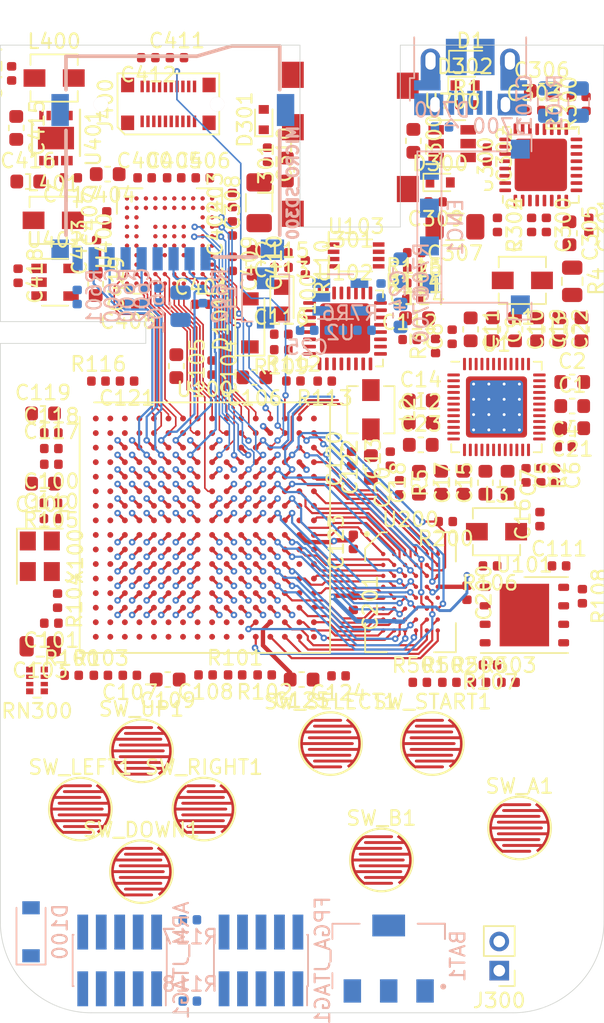
<source format=kicad_pcb>
(kicad_pcb (version 20171130) (host pcbnew "(5.1.5)-3")
  (layers (0 F.Cu signal) (1 In1.Cu power) (2 In2.Cu power) (31 B.Cu signal) (34 B.Paste user) (35 F.Paste user) (36 B.SilkS user hide) (37 F.SilkS user hide) (38 B.Mask user) (39 F.Mask user) (44 Edge.Cuts user))
  (net 0 "")
  (net 1 GND)
  (net 2 VBUS)
  (net 3 IPSOUT)
  (net 4 +BATT)
  (net 5 /power/VINT)
  (net 6 "Net-(C6-Pad1)")
  (net 7 "Net-(C7-Pad1)")
  (net 8 "Net-(C8-Pad1)")
  (net 9 "Net-(C10-Pad2)")
  (net 10 +1V2)
  (net 11 +3V3)
  (net 12 "Net-(C18-Pad2)")
  (net 13 +RAM)
  (net 14 "Net-(C20-Pad2)")
  (net 15 +RTC)
  (net 16 +3.3VA)
  (net 17 +1V8)
  (net 18 "Net-(C111-Pad2)")
  (net 19 "Net-(C115-Pad2)")
  (net 20 "Net-(C116-Pad2)")
  (net 21 "Net-(C307-Pad2)")
  (net 22 "Net-(C307-Pad1)")
  (net 23 "Net-(C308-Pad2)")
  (net 24 "Net-(C308-Pad1)")
  (net 25 +3V0)
  (net 26 "Net-(C415-Pad1)")
  (net 27 /lcd/ELVSS)
  (net 28 "Net-(C600-Pad1)")
  (net 29 "Net-(C700-Pad2)")
  (net 30 "Net-(C701-Pad1)")
  (net 31 "Net-(D1-Pad2)")
  (net 32 "Net-(D1-Pad1)")
  (net 33 "Net-(D300-Pad1)")
  (net 34 "Net-(D301-Pad1)")
  (net 35 "Net-(D302-Pad1)")
  (net 36 ENC_A)
  (net 37 ENC_B)
  (net 38 PEK)
  (net 39 "Net-(J300-Pad2)")
  (net 40 "Net-(J300-Pad1)")
  (net 41 /lcd/SWIRE)
  (net 42 LCD_RESET)
  (net 43 /lcd/MIPI_CP)
  (net 44 /lcd/MIPI_CN)
  (net 45 LCD_TE)
  (net 46 /lcd/MIPI_D0P)
  (net 47 /lcd/MIPI_D0N)
  (net 48 USB_DP)
  (net 49 USB_DM)
  (net 50 "Net-(L1-Pad1)")
  (net 51 "Net-(L2-Pad1)")
  (net 52 "Net-(L3-Pad1)")
  (net 53 "Net-(L4-Pad1)")
  (net 54 "Net-(L400-Pad2)")
  (net 55 "Net-(L401-Pad1)")
  (net 56 SD_D2)
  (net 57 SD_D3)
  (net 58 SD_CMD)
  (net 59 SD_D0)
  (net 60 SD_D1)
  (net 61 SD_CD)
  (net 62 "Net-(R2-Pad1)")
  (net 63 "Net-(R6-Pad1)")
  (net 64 /syscon/PROGRAM_B)
  (net 65 "Net-(R101-Pad2)")
  (net 66 "Net-(R102-Pad2)")
  (net 67 "Net-(R103-Pad2)")
  (net 68 "Net-(R104-Pad2)")
  (net 69 /syscon/GCLK)
  (net 70 "Net-(R105-Pad2)")
  (net 71 /syscon/FPGA_CS_N)
  (net 72 "Net-(R107-Pad2)")
  (net 73 "Net-(R108-Pad2)")
  (net 74 "Net-(R110-Pad2)")
  (net 75 "Net-(R111-Pad2)")
  (net 76 SYS_SCL)
  (net 77 SYS_SDA)
  (net 78 "Net-(R114-Pad1)")
  (net 79 "Net-(R115-Pad1)")
  (net 80 "Net-(R116-Pad2)")
  (net 81 /ram/RAM_CE_N)
  (net 82 "Net-(R300-Pad1)")
  (net 83 "Net-(R301-Pad1)")
  (net 84 P13)
  (net 85 P12)
  (net 86 P11)
  (net 87 P10)
  (net 88 SD_CLK)
  (net 89 "Net-(RN300-Pad5)")
  (net 90 "Net-(RN300-Pad6)")
  (net 91 "Net-(RN300-Pad8)")
  (net 92 "Net-(RN300-Pad7)")
  (net 93 P15)
  (net 94 P14)
  (net 95 PMU_IRQ)
  (net 96 PWROK)
  (net 97 EXTEN)
  (net 98 PMU_VBUSEN)
  (net 99 /ram/RAM_A11)
  (net 100 /ram/RAM_DQ7)
  (net 101 /ram/RAM_A20)
  (net 102 /ram/RAM_DQ4)
  (net 103 /syscon/FPGA_MOSI)
  (net 104 /ram/RAM_A19)
  (net 105 /ram/RAM_A18)
  (net 106 /ram/RAM_WE_N)
  (net 107 /ram/RAM_A8)
  (net 108 /syscon/FPGA_CCLK)
  (net 109 /ram/RAM_DQ13)
  (net 110 /ram/RAM_DQ15)
  (net 111 /syscon/DONE)
  (net 112 /syscon/FPGA_MISO)
  (net 113 /ram/RAM_DQ12)
  (net 114 /ram/RAM_DQ14)
  (net 115 /ram/RAM_DQ9)
  (net 116 /ram/RAM_DQ11)
  (net 117 /ram/RAM_A10)
  (net 118 /ram/RAM_A9)
  (net 119 /ram/RAM_DQ10)
  (net 120 /ram/RAM_A13)
  (net 121 /ram/RAM_A12)
  (net 122 /ram/RAM_UB_N)
  (net 123 /ram/RAM_DQ8)
  (net 124 /ram/RAM_A14)
  (net 125 /ram/RAM_LB_N)
  (net 126 /ram/RAM_A15)
  (net 127 /ram/RAM_A21)
  (net 128 /ram/RAM_A3)
  (net 129 /ram/RAM_OE_N)
  (net 130 /ram/RAM_A17)
  (net 131 /ram/RAM_A16)
  (net 132 /ram/RAM_A4)
  (net 133 /ram/RAM_A6)
  (net 134 /ram/RAM_A1)
  (net 135 /ram/RAM_A0)
  (net 136 /ram/RAM_A7)
  (net 137 /ram/RAM_A5)
  (net 138 /ram/RAM_DQ0)
  (net 139 /ram/RAM_A2)
  (net 140 /syscon/FPGA_TDO)
  (net 141 /ram/RAM_DQ5)
  (net 142 /ram/RAM_ZZ_N)
  (net 143 /ram/RAM_DQ2)
  (net 144 /ram/RAM_DQ1)
  (net 145 /syscon/FPGA_TCK)
  (net 146 /syscon/FPGA_TDI)
  (net 147 /ram/RAM_DQ3)
  (net 148 /ram/RAM_DQ6)
  (net 149 /syscon/FPGA_TMS)
  (net 150 /syscon/SWCLK)
  (net 151 /syscon/SWDIO)
  (net 152 LCD_HS)
  (net 153 LCD_VS)
  (net 154 LCD_DE)
  (net 155 LCD_CLK)
  (net 156 LCD_PCLK)
  (net 157 LCD_D1)
  (net 158 LCD_D0)
  (net 159 LCD_D3)
  (net 160 LCD_D2)
  (net 161 LCD_D6)
  (net 162 LCD_D8)
  (net 163 LCD_D10)
  (net 164 LCD_D12)
  (net 165 LCD_D14)
  (net 166 LCD_D16)
  (net 167 LCD_D17)
  (net 168 LCD_D5)
  (net 169 LCD_D4)
  (net 170 LCD_D7)
  (net 171 LCD_D9)
  (net 172 LCD_D11)
  (net 173 LCD_D13)
  (net 174 LCD_D15)
  (net 175 /power/TS)
  (net 176 "Net-(ARM_JTAG1-Pad10)")
  (net 177 "Net-(D100-Pad2)")
  (net 178 "Net-(R112-Pad2)")
  (net 179 "Net-(R113-Pad2)")
  (module Package_SO:VSSOP-8_2.3x2mm_P0.5mm (layer F.Cu) (at 124.46 64.4525)
    (fp_text reference U103 (at 0 -2) (layer F.SilkS))
    (fp_text value PCA9306)
    (pad 8 smd rect (at 1.55 -0.75 270) (size 0.3 0.8) (layers F.Cu F.Paste F.Mask) (net 11 +3V3))
    (pad 7 smd rect (at 1.55 -0.25 270) (size 0.3 0.8) (layers F.Cu F.Paste F.Mask) (net 11 +3V3))
    (pad 6 smd rect (at 1.55 0.25 270) (size 0.3 0.8) (layers F.Cu F.Paste F.Mask) (net 178 "Net-(R112-Pad2)"))
    (pad 5 smd rect (at 1.55 0.75 270) (size 0.3 0.8) (layers F.Cu F.Paste F.Mask) (net 179 "Net-(R113-Pad2)"))
    (pad 4 smd rect (at -1.55 0.75 270) (size 0.3 0.8) (layers F.Cu F.Paste F.Mask) (net 77 SYS_SDA))
    (pad 3 smd rect (at -1.55 0.25 270) (size 0.3 0.8) (layers F.Cu F.Paste F.Mask) (net 76 SYS_SCL))
    (pad 2 smd rect (at -1.55 -0.25 270) (size 0.3 0.8) (layers F.Cu F.Paste F.Mask) (net 17 +1V8))
    (pad 1 smd rect (at -1.55 -0.75 270) (size 0.3 0.8) (layers F.Cu F.Paste F.Mask) (net 1 GND))
  )
  (module Capacitor_SMD:C_0402_1005Metric (layer F.Cu) (at 128.4605 64.262 180)
    (fp_text reference C126 (at 0 -1.17) (layer F.SilkS))
    (fp_text value 470nF)
    (pad 2 smd roundrect (at 0.485 0 180) (size 0.59 0.64) (layers F.Cu F.Paste F.Mask) (net 11 +3V3))
    (pad 1 smd roundrect (at -0.485 0 180) (size 0.59 0.64) (layers F.Cu F.Paste F.Mask) (net 1 GND))
  )
  (module Resistor_SMD:R_0402_1005Metric (layer B.Cu) (at 113.919 67.2465 90)
    (fp_text reference R602 (at 0 1.17 90) (layer B.SilkS) (effects (justify mirror)))
    (fp_text value 10K)
    (pad 2 smd roundrect (at 0.485 0 90) (size 0.59 0.64) (layers B.Cu B.Paste B.Mask) (net 58 SD_CMD))
    (pad 1 smd roundrect (at -0.485 0 90) (size 0.59 0.64) (layers B.Cu B.Paste B.Mask) (net 11 +3V3))
  )
  (module Resistor_SMD:R_0402_1005Metric (layer B.Cu) (at 105.283 67.31 90)
    (fp_text reference R601 (at 0 1.17 90) (layer B.SilkS) (effects (justify mirror)))
    (fp_text value 10K)
    (pad 2 smd roundrect (at 0.485 0 90) (size 0.59 0.64) (layers B.Cu B.Paste B.Mask) (net 61 SD_CD))
    (pad 1 smd roundrect (at -0.485 0 90) (size 0.59 0.64) (layers B.Cu B.Paste B.Mask) (net 11 +3V3))
  )
  (module Resistor_SMD:R_0402_1005Metric (layer B.Cu) (at 109.89 67.2 270)
    (fp_text reference R600 (at 0 1.17 90) (layer B.SilkS) (effects (justify mirror)))
    (fp_text value 33R)
    (pad 2 smd roundrect (at 0.485 0 270) (size 0.59 0.64) (layers B.Cu B.Paste B.Mask) (net 88 SD_CLK))
    (pad 1 smd roundrect (at -0.485 0 270) (size 0.59 0.64) (layers B.Cu B.Paste B.Mask) (net 28 "Net-(C600-Pad1)"))
  )
  (module Connector_PinHeader_1.27mm:PinHeader_2x05_P1.27mm_Vertical_SMD (layer B.Cu) (at 108.204 112.903 90)
    (fp_text reference ARM_JTAG1 (at 0 4.235 90) (layer B.SilkS) (effects (justify mirror)))
    (fp_text value Conn_02x05_Odd_Even)
    (pad 10 smd rect (at 1.95 -2.54 90) (size 2.4 0.74) (layers B.Cu B.Paste B.Mask) (net 176 "Net-(ARM_JTAG1-Pad10)"))
    (pad 9 smd rect (at -1.95 -2.54 90) (size 2.4 0.74) (layers B.Cu B.Paste B.Mask))
    (pad 8 smd rect (at 1.95 -1.27 90) (size 2.4 0.74) (layers B.Cu B.Paste B.Mask))
    (pad 7 smd rect (at -1.95 -1.27 90) (size 2.4 0.74) (layers B.Cu B.Paste B.Mask))
    (pad 6 smd rect (at 1.95 0 90) (size 2.4 0.74) (layers B.Cu B.Paste B.Mask))
    (pad 5 smd rect (at -1.95 0 90) (size 2.4 0.74) (layers B.Cu B.Paste B.Mask) (net 1 GND))
    (pad 4 smd rect (at 1.95 1.27 90) (size 2.4 0.74) (layers B.Cu B.Paste B.Mask) (net 150 /syscon/SWCLK))
    (pad 3 smd rect (at -1.95 1.27 90) (size 2.4 0.74) (layers B.Cu B.Paste B.Mask) (net 1 GND))
    (pad 2 smd rect (at 1.95 2.54 90) (size 2.4 0.74) (layers B.Cu B.Paste B.Mask) (net 151 /syscon/SWDIO))
    (pad 1 smd rect (at -1.95 2.54 90) (size 2.4 0.74) (layers B.Cu B.Paste B.Mask) (net 11 +3V3))
  )
  (module Connector_PinHeader_1.27mm:PinHeader_2x05_P1.27mm_Vertical_SMD (layer B.Cu) (at 117.9195 112.903 90)
    (fp_text reference FPGA_JTAG1 (at 0 4.235 90) (layer B.SilkS) (effects (justify mirror)))
    (fp_text value Conn_02x05_Odd_Even)
    (pad 10 smd rect (at 1.95 -2.54 90) (size 2.4 0.74) (layers B.Cu B.Paste B.Mask))
    (pad 9 smd rect (at -1.95 -2.54 90) (size 2.4 0.74) (layers B.Cu B.Paste B.Mask))
    (pad 8 smd rect (at 1.95 -1.27 90) (size 2.4 0.74) (layers B.Cu B.Paste B.Mask) (net 146 /syscon/FPGA_TDI))
    (pad 7 smd rect (at -1.95 -1.27 90) (size 2.4 0.74) (layers B.Cu B.Paste B.Mask))
    (pad 6 smd rect (at 1.95 0 90) (size 2.4 0.74) (layers B.Cu B.Paste B.Mask) (net 140 /syscon/FPGA_TDO))
    (pad 5 smd rect (at -1.95 0 90) (size 2.4 0.74) (layers B.Cu B.Paste B.Mask) (net 1 GND))
    (pad 4 smd rect (at 1.95 1.27 90) (size 2.4 0.74) (layers B.Cu B.Paste B.Mask) (net 145 /syscon/FPGA_TCK))
    (pad 3 smd rect (at -1.95 1.27 90) (size 2.4 0.74) (layers B.Cu B.Paste B.Mask) (net 1 GND))
    (pad 2 smd rect (at 1.95 2.54 90) (size 2.4 0.74) (layers B.Cu B.Paste B.Mask) (net 149 /syscon/FPGA_TMS))
    (pad 1 smd rect (at -1.95 2.54 90) (size 2.4 0.74) (layers B.Cu B.Paste B.Mask) (net 11 +3V3))
  )
  (module Capacitor_SMD:C_0402_1005Metric (layer B.Cu) (at 113.03 115.697 180)
    (fp_text reference R118 (at 0 1.17) (layer B.SilkS) (effects (justify mirror)))
    (fp_text value 10K)
    (pad 2 smd roundrect (at 0.485 0 180) (size 0.59 0.64) (layers B.Cu B.Paste B.Mask) (net 151 /syscon/SWDIO))
    (pad 1 smd roundrect (at -0.485 0 180) (size 0.59 0.64) (layers B.Cu B.Paste B.Mask) (net 11 +3V3))
  )
  (module Capacitor_SMD:C_0402_1005Metric (layer B.Cu) (at 113.03 110.109)
    (fp_text reference R117 (at 0 1.17) (layer B.SilkS) (effects (justify mirror)))
    (fp_text value 4.7K)
    (pad 2 smd roundrect (at 0.485 0) (size 0.59 0.64) (layers B.Cu B.Paste B.Mask) (net 145 /syscon/FPGA_TCK))
    (pad 1 smd roundrect (at -0.485 0) (size 0.59 0.64) (layers B.Cu B.Paste B.Mask) (net 11 +3V3))
  )
  (module Diode_SMD:D_SOD-123 (layer F.Cu) (at 117.1575 69.088 90)
    (fp_text reference D101 (at 0 -2 90) (layer F.SilkS))
    (fp_text value 1N5819)
    (pad 2 smd rect (at 1.65 0 90) (size 0.9 1.2) (layers F.Cu F.Paste F.Mask) (net 177 "Net-(D100-Pad2)"))
    (pad 1 smd rect (at -1.65 0 90) (size 0.9 1.2) (layers F.Cu F.Paste F.Mask) (net 96 PWROK))
  )
  (module Diode_SMD:D_SOD-123 (layer B.Cu) (at 102.108 110.9345 90)
    (fp_text reference D100 (at 0 2 90) (layer B.SilkS) (effects (justify mirror)))
    (fp_text value 1N5819)
    (pad 2 smd rect (at 1.65 0 90) (size 0.9 1.2) (layers B.Cu B.Paste B.Mask) (net 177 "Net-(D100-Pad2)"))
    (pad 1 smd rect (at -1.65 0 90) (size 0.9 1.2) (layers B.Cu B.Paste B.Mask) (net 176 "Net-(ARM_JTAG1-Pad10)"))
  )
  (module footprint:BC-15-3P (layer B.Cu) (at 126.7 112.6 90)
    (fp_text reference BAT1 (at 0 4.75 270) (layer B.SilkS) (effects (justify mirror)))
    (fp_text value Conn_01x03)
    (pad "" np_thru_hole circle (at 1.2 -2.6 90) (size 1 1) (drill 1) (layers *.Cu *.Mask))
    (pad "" np_thru_hole circle (at -1 2.6 90) (size 1 1) (drill 1) (layers *.Cu *.Mask))
    (pad MP smd rect (at 2.1 0 90) (size 1.5 2.25) (layers B.Cu B.Paste B.Mask))
    (pad 3 smd rect (at -2.4 -2.5 90) (size 1.6 1.2) (layers B.Cu B.Paste B.Mask) (net 1 GND))
    (pad 2 smd rect (at -2.4 0 90) (size 1.6 1.2) (layers B.Cu B.Paste B.Mask) (net 175 /power/TS))
    (pad 1 smd rect (at -2.4 2.5 90) (size 1.6 1.2) (layers B.Cu B.Paste B.Mask) (net 4 +BATT))
  )
  (module Capacitor_SMD:C_0402_1005Metric (layer F.Cu) (at 127.4445 80.391 90)
    (fp_text reference C20 (at 0 -1.17 90) (layer F.SilkS))
    (fp_text value 100nF)
    (pad 2 smd roundrect (at 0.485 0 90) (size 0.59 0.64) (layers F.Cu F.Paste F.Mask) (net 14 "Net-(C20-Pad2)"))
    (pad 1 smd roundrect (at -0.485 0 90) (size 0.59 0.64) (layers F.Cu F.Paste F.Mask) (net 1 GND))
  )
  (module Resistor_SMD:R_0603_1608Metric (layer F.Cu) (at 130.302 80.0735 90)
    (fp_text reference R5 (at 0 -1.43 90) (layer F.SilkS))
    (fp_text value 1R)
    (pad 2 smd roundrect (at 0.7875 0 90) (size 0.875 0.95) (layers F.Cu F.Paste F.Mask) (net 12 "Net-(C18-Pad2)"))
    (pad 1 smd roundrect (at -0.7875 0 90) (size 0.875 0.95) (layers F.Cu F.Paste F.Mask) (net 3 IPSOUT))
  )
  (module footprint:AXE520124 (layer F.Cu) (at 111.55 54.0385)
    (fp_text reference J400 (at -4.318 0.0635 90) (layer F.SilkS))
    (fp_text value Conn_02x10_Top_Bottom_MountingPin)
    (pad MP smd rect (at 2.8 1.3) (size 0.9 1) (layers F.Cu F.Paste F.Mask) (net 1 GND))
    (pad MP smd rect (at 2.8 -1.3) (size 0.9 1) (layers F.Cu F.Paste F.Mask) (net 1 GND))
    (pad MP smd rect (at -2.8 -1.3) (size 0.9 1) (layers F.Cu F.Paste F.Mask) (net 1 GND))
    (pad MP smd rect (at -2.8 1.3) (size 0.9 1) (layers F.Cu F.Paste F.Mask) (net 1 GND))
    (pad 20 smd rect (at 1.8 1.2) (size 0.23 0.8) (layers F.Cu F.Paste F.Mask) (net 1 GND))
    (pad 10 smd rect (at 1.8 -1.2) (size 0.23 0.8) (layers F.Cu F.Paste F.Mask) (net 41 /lcd/SWIRE))
    (pad 19 smd rect (at 1.4 1.2) (size 0.23 0.8) (layers F.Cu F.Paste F.Mask) (net 43 /lcd/MIPI_CP))
    (pad 9 smd rect (at 1.4 -1.2) (size 0.23 0.8) (layers F.Cu F.Paste F.Mask) (net 42 LCD_RESET))
    (pad 18 smd rect (at 1 1.2) (size 0.23 0.8) (layers F.Cu F.Paste F.Mask) (net 44 /lcd/MIPI_CN))
    (pad 8 smd rect (at 1 -1.2) (size 0.23 0.8) (layers F.Cu F.Paste F.Mask))
    (pad 17 smd rect (at 0.6 1.2) (size 0.23 0.8) (layers F.Cu F.Paste F.Mask) (net 1 GND))
    (pad 7 smd rect (at 0.6 -1.2) (size 0.23 0.8) (layers F.Cu F.Paste F.Mask) (net 45 LCD_TE))
    (pad 16 smd rect (at 0.2 1.2) (size 0.23 0.8) (layers F.Cu F.Paste F.Mask) (net 46 /lcd/MIPI_D0P))
    (pad 6 smd rect (at 0.2 -1.2) (size 0.23 0.8) (layers F.Cu F.Paste F.Mask) (net 1 GND))
    (pad 15 smd rect (at -0.2 1.2) (size 0.23 0.8) (layers F.Cu F.Paste F.Mask) (net 47 /lcd/MIPI_D0N))
    (pad 5 smd rect (at -0.2 -1.2) (size 0.23 0.8) (layers F.Cu F.Paste F.Mask) (net 17 +1V8))
    (pad 14 smd rect (at -0.6 1.2) (size 0.23 0.8) (layers F.Cu F.Paste F.Mask) (net 1 GND))
    (pad 4 smd rect (at -0.6 -1.2) (size 0.23 0.8) (layers F.Cu F.Paste F.Mask) (net 25 +3V0))
    (pad 13 smd rect (at -1 1.2) (size 0.23 0.8) (layers F.Cu F.Paste F.Mask) (net 1 GND))
    (pad 3 smd rect (at -1 -1.2) (size 0.23 0.8) (layers F.Cu F.Paste F.Mask) (net 27 /lcd/ELVSS))
    (pad 12 smd rect (at -1.4 1.2) (size 0.23 0.8) (layers F.Cu F.Paste F.Mask) (net 1 GND))
    (pad 2 smd rect (at -1.4 -1.2) (size 0.23 0.8) (layers F.Cu F.Paste F.Mask) (net 27 /lcd/ELVSS))
    (pad 11 smd rect (at -1.8 1.2) (size 0.23 0.8) (layers F.Cu F.Paste F.Mask) (net 1 GND))
    (pad 1 smd rect (at -1.8 -1.2) (size 0.23 0.8) (layers F.Cu F.Paste F.Mask) (net 27 /lcd/ELVSS))
  )
  (module Package_DFN_QFN:DFN-10-1EP_3x3mm_P0.5mm_EP1.55x2.48mm (layer F.Cu) (at 103.8225 56.388 270)
    (fp_text reference U401 (at 0 -2.575 90) (layer F.SilkS))
    (fp_text value TPS65631W)
    (pad 11 smd rect (at 0 0 270) (size 1.55 2.48) (layers F.Cu F.Mask))
    (pad 10 smd rect (at 1.55 -1 270) (size 0.65 0.3) (layers F.Cu F.Paste F.Mask) (net 11 +3V3))
    (pad 9 smd rect (at 1.55 -0.5 270) (size 0.65 0.3) (layers F.Cu F.Paste F.Mask) (net 11 +3V3))
    (pad 8 smd rect (at 1.55 0 270) (size 0.65 0.3) (layers F.Cu F.Paste F.Mask) (net 55 "Net-(L401-Pad1)"))
    (pad 7 smd rect (at 1.55 0.5 270) (size 0.65 0.3) (layers F.Cu F.Paste F.Mask) (net 27 /lcd/ELVSS))
    (pad 6 smd rect (at 1.55 1 270) (size 0.65 0.3) (layers F.Cu F.Paste F.Mask) (net 41 /lcd/SWIRE))
    (pad 5 smd rect (at -1.55 1 270) (size 0.65 0.3) (layers F.Cu F.Paste F.Mask) (net 1 GND))
    (pad 4 smd rect (at -1.55 0.5 270) (size 0.65 0.3) (layers F.Cu F.Paste F.Mask) (net 26 "Net-(C415-Pad1)"))
    (pad 3 smd rect (at -1.55 0 270) (size 0.65 0.3) (layers F.Cu F.Paste F.Mask) (net 26 "Net-(C415-Pad1)"))
    (pad 2 smd rect (at -1.55 -0.5 270) (size 0.65 0.3) (layers F.Cu F.Paste F.Mask) (net 1 GND))
    (pad 1 smd rect (at -1.55 -1 270) (size 0.65 0.3) (layers F.Cu F.Paste F.Mask) (net 54 "Net-(L400-Pad2)"))
  )
  (module Crystal:Crystal_SMD_TXC_9HT11-2Pin_2.0x1.2mm_HandSoldering (layer F.Cu) (at 119.362 67.564 270)
    (fp_text reference Y100 (at 0 -1.8 90) (layer F.SilkS))
    (fp_text value Crystal)
    (pad 2 smd rect (at 0.925 0 270) (size 1.05 1.1) (layers F.Cu F.Paste F.Mask) (net 20 "Net-(C116-Pad2)"))
    (pad 1 smd rect (at -0.925 0 270) (size 1.05 1.1) (layers F.Cu F.Paste F.Mask) (net 19 "Net-(C115-Pad2)"))
  )
  (module Oscillator:Oscillator_SMD_Abracon_ASE-4Pin_3.2x2.5mm (layer F.Cu) (at 102.712 85.1265 270)
    (fp_text reference X100 (at 0 -2.45 90) (layer F.SilkS))
    (fp_text value 24.576MHz)
    (pad 4 smd rect (at -1.05 -0.825 270) (size 1.3 1.1) (layers F.Cu F.Paste F.Mask) (net 11 +3V3))
    (pad 3 smd rect (at 1.05 -0.825 270) (size 1.3 1.1) (layers F.Cu F.Paste F.Mask) (net 69 /syscon/GCLK))
    (pad 2 smd rect (at 1.05 0.825 270) (size 1.3 1.1) (layers F.Cu F.Paste F.Mask) (net 1 GND))
    (pad 1 smd rect (at -1.05 0.825 270) (size 1.3 1.1) (layers F.Cu F.Paste F.Mask) (net 70 "Net-(R105-Pad2)"))
  )
  (module Package_TO_SOT_SMD:SOT-23-6 (layer F.Cu) (at 131.064 56.769)
    (fp_text reference U700 (at 0 -2.9) (layer F.SilkS))
    (fp_text value USBLC6-2SC6)
    (pad 5 smd rect (at 1.1 0) (size 1.06 0.65) (layers F.Cu F.Paste F.Mask))
    (pad 6 smd rect (at 1.1 -0.95) (size 1.06 0.65) (layers F.Cu F.Paste F.Mask) (net 49 USB_DM))
    (pad 4 smd rect (at 1.1 0.95) (size 1.06 0.65) (layers F.Cu F.Paste F.Mask) (net 48 USB_DP))
    (pad 3 smd rect (at -1.1 0.95) (size 1.06 0.65) (layers F.Cu F.Paste F.Mask) (net 48 USB_DP))
    (pad 2 smd rect (at -1.1 0) (size 1.06 0.65) (layers F.Cu F.Paste F.Mask) (net 1 GND))
    (pad 1 smd rect (at -1.1 -0.95) (size 1.06 0.65) (layers F.Cu F.Paste F.Mask) (net 49 USB_DM))
  )
  (module Package_TO_SOT_SMD:SOT-23-5 (layer F.Cu) (at 103.759 66.294)
    (fp_text reference U402 (at 0 -2.9) (layer F.SilkS))
    (fp_text value AP2127K-3.0)
    (pad 5 smd rect (at 1.1 -0.95) (size 1.06 0.65) (layers F.Cu F.Paste F.Mask) (net 25 +3V0))
    (pad 4 smd rect (at 1.1 0.95) (size 1.06 0.65) (layers F.Cu F.Paste F.Mask))
    (pad 3 smd rect (at -1.1 0.95) (size 1.06 0.65) (layers F.Cu F.Paste F.Mask) (net 11 +3V3))
    (pad 2 smd rect (at -1.1 0) (size 1.06 0.65) (layers F.Cu F.Paste F.Mask) (net 1 GND))
    (pad 1 smd rect (at -1.1 -0.95) (size 1.06 0.65) (layers F.Cu F.Paste F.Mask) (net 11 +3V3))
  )
  (module footprint:BGA-80_10x10_7.0x7.0mm (layer F.Cu) (at 111.633 63.46 90)
    (fp_text reference U400 (at 0 -4.5 90) (layer F.SilkS))
    (fp_text value TC358778)
    (pad K10 smd circle (at 2.925 2.925 90) (size 0.3 0.3) (layers F.Cu F.Paste F.Mask) (net 1 GND))
    (pad J10 smd circle (at 2.925 2.275 90) (size 0.3 0.3) (layers F.Cu F.Paste F.Mask) (net 47 /lcd/MIPI_D0N))
    (pad H10 smd circle (at 2.925 1.625 90) (size 0.3 0.3) (layers F.Cu F.Paste F.Mask) (net 10 +1V2))
    (pad G10 smd circle (at 2.925 0.975 90) (size 0.3 0.3) (layers F.Cu F.Paste F.Mask))
    (pad F10 smd circle (at 2.925 0.325 90) (size 0.3 0.3) (layers F.Cu F.Paste F.Mask) (net 44 /lcd/MIPI_CN))
    (pad E10 smd circle (at 2.925 -0.325 90) (size 0.3 0.3) (layers F.Cu F.Paste F.Mask) (net 10 +1V2))
    (pad D10 smd circle (at 2.925 -0.975 90) (size 0.3 0.3) (layers F.Cu F.Paste F.Mask))
    (pad C10 smd circle (at 2.925 -1.625 90) (size 0.3 0.3) (layers F.Cu F.Paste F.Mask))
    (pad B10 smd circle (at 2.925 -2.275 90) (size 0.3 0.3) (layers F.Cu F.Paste F.Mask) (net 17 +1V8))
    (pad A10 smd circle (at 2.925 -2.925 90) (size 0.3 0.3) (layers F.Cu F.Paste F.Mask) (net 1 GND))
    (pad K9 smd circle (at 2.275 2.925 90) (size 0.3 0.3) (layers F.Cu F.Paste F.Mask) (net 17 +1V8))
    (pad J9 smd circle (at 2.275 2.275 90) (size 0.3 0.3) (layers F.Cu F.Paste F.Mask) (net 46 /lcd/MIPI_D0P))
    (pad H9 smd circle (at 2.275 1.625 90) (size 0.3 0.3) (layers F.Cu F.Paste F.Mask) (net 1 GND))
    (pad G9 smd circle (at 2.275 0.975 90) (size 0.3 0.3) (layers F.Cu F.Paste F.Mask))
    (pad F9 smd circle (at 2.275 0.325 90) (size 0.3 0.3) (layers F.Cu F.Paste F.Mask) (net 43 /lcd/MIPI_CP))
    (pad E9 smd circle (at 2.275 -0.325 90) (size 0.3 0.3) (layers F.Cu F.Paste F.Mask) (net 1 GND))
    (pad D9 smd circle (at 2.275 -0.975 90) (size 0.3 0.3) (layers F.Cu F.Paste F.Mask))
    (pad C9 smd circle (at 2.275 -1.625 90) (size 0.3 0.3) (layers F.Cu F.Paste F.Mask))
    (pad B9 smd circle (at 2.275 -2.275 90) (size 0.3 0.3) (layers F.Cu F.Paste F.Mask))
    (pad A9 smd circle (at 2.275 -2.925 90) (size 0.3 0.3) (layers F.Cu F.Paste F.Mask) (net 17 +1V8))
    (pad K8 smd circle (at 1.625 2.925 90) (size 0.3 0.3) (layers F.Cu F.Paste F.Mask) (net 152 LCD_HS))
    (pad J8 smd circle (at 1.625 2.275 90) (size 0.3 0.3) (layers F.Cu F.Paste F.Mask) (net 1 GND))
    (pad B8 smd circle (at 1.625 -2.275 90) (size 0.3 0.3) (layers F.Cu F.Paste F.Mask) (net 77 SYS_SDA))
    (pad A8 smd circle (at 1.625 -2.925 90) (size 0.3 0.3) (layers F.Cu F.Paste F.Mask) (net 76 SYS_SCL))
    (pad K7 smd circle (at 0.975 2.925 90) (size 0.3 0.3) (layers F.Cu F.Paste F.Mask) (net 153 LCD_VS))
    (pad J7 smd circle (at 0.975 2.275 90) (size 0.3 0.3) (layers F.Cu F.Paste F.Mask) (net 154 LCD_DE))
    (pad G7 smd circle (at 0.975 0.975 90) (size 0.3 0.3) (layers F.Cu F.Paste F.Mask) (net 1 GND))
    (pad F7 smd circle (at 0.975 0.325 90) (size 0.3 0.3) (layers F.Cu F.Paste F.Mask) (net 1 GND))
    (pad E7 smd circle (at 0.975 -0.325 90) (size 0.3 0.3) (layers F.Cu F.Paste F.Mask) (net 1 GND))
    (pad D7 smd circle (at 0.975 -0.975 90) (size 0.3 0.3) (layers F.Cu F.Paste F.Mask) (net 1 GND))
    (pad B7 smd circle (at 0.975 -2.275 90) (size 0.3 0.3) (layers F.Cu F.Paste F.Mask) (net 1 GND))
    (pad A7 smd circle (at 0.975 -2.925 90) (size 0.3 0.3) (layers F.Cu F.Paste F.Mask) (net 10 +1V2))
    (pad K6 smd circle (at 0.325 2.925 90) (size 0.3 0.3) (layers F.Cu F.Paste F.Mask) (net 155 LCD_CLK))
    (pad J6 smd circle (at 0.325 2.275 90) (size 0.3 0.3) (layers F.Cu F.Paste F.Mask) (net 156 LCD_PCLK))
    (pad G6 smd circle (at 0.325 0.975 90) (size 0.3 0.3) (layers F.Cu F.Paste F.Mask) (net 1 GND))
    (pad F6 smd circle (at 0.325 0.325 90) (size 0.3 0.3) (layers F.Cu F.Paste F.Mask) (net 1 GND))
    (pad E6 smd circle (at 0.325 -0.325 90) (size 0.3 0.3) (layers F.Cu F.Paste F.Mask) (net 1 GND))
    (pad D6 smd circle (at 0.325 -0.975 90) (size 0.3 0.3) (layers F.Cu F.Paste F.Mask) (net 1 GND))
    (pad B6 smd circle (at 0.325 -2.275 90) (size 0.3 0.3) (layers F.Cu F.Paste F.Mask))
    (pad A6 smd circle (at 0.325 -2.925 90) (size 0.3 0.3) (layers F.Cu F.Paste F.Mask))
    (pad K5 smd circle (at -0.325 2.925 90) (size 0.3 0.3) (layers F.Cu F.Paste F.Mask) (net 17 +1V8))
    (pad J5 smd circle (at -0.325 2.275 90) (size 0.3 0.3) (layers F.Cu F.Paste F.Mask) (net 1 GND))
    (pad G5 smd circle (at -0.325 0.975 90) (size 0.3 0.3) (layers F.Cu F.Paste F.Mask) (net 1 GND))
    (pad F5 smd circle (at -0.325 0.325 90) (size 0.3 0.3) (layers F.Cu F.Paste F.Mask) (net 1 GND))
    (pad E5 smd circle (at -0.325 -0.325 90) (size 0.3 0.3) (layers F.Cu F.Paste F.Mask) (net 1 GND))
    (pad D5 smd circle (at -0.325 -0.975 90) (size 0.3 0.3) (layers F.Cu F.Paste F.Mask) (net 1 GND))
    (pad B5 smd circle (at -0.325 -2.275 90) (size 0.3 0.3) (layers F.Cu F.Paste F.Mask))
    (pad A5 smd circle (at -0.325 -2.925 90) (size 0.3 0.3) (layers F.Cu F.Paste F.Mask))
    (pad K4 smd circle (at -0.975 2.925 90) (size 0.3 0.3) (layers F.Cu F.Paste F.Mask) (net 10 +1V2))
    (pad J4 smd circle (at -0.975 2.275 90) (size 0.3 0.3) (layers F.Cu F.Paste F.Mask) (net 1 GND))
    (pad G4 smd circle (at -0.975 0.975 90) (size 0.3 0.3) (layers F.Cu F.Paste F.Mask) (net 1 GND))
    (pad F4 smd circle (at -0.975 0.325 90) (size 0.3 0.3) (layers F.Cu F.Paste F.Mask) (net 1 GND))
    (pad E4 smd circle (at -0.975 -0.325 90) (size 0.3 0.3) (layers F.Cu F.Paste F.Mask) (net 1 GND))
    (pad D4 smd circle (at -0.975 -0.975 90) (size 0.3 0.3) (layers F.Cu F.Paste F.Mask) (net 1 GND))
    (pad B4 smd circle (at -0.975 -2.275 90) (size 0.3 0.3) (layers F.Cu F.Paste F.Mask))
    (pad A4 smd circle (at -0.975 -2.925 90) (size 0.3 0.3) (layers F.Cu F.Paste F.Mask))
    (pad K3 smd circle (at -1.625 2.925 90) (size 0.3 0.3) (layers F.Cu F.Paste F.Mask) (net 157 LCD_D1))
    (pad J3 smd circle (at -1.625 2.275 90) (size 0.3 0.3) (layers F.Cu F.Paste F.Mask) (net 158 LCD_D0))
    (pad B3 smd circle (at -1.625 -2.275 90) (size 0.3 0.3) (layers F.Cu F.Paste F.Mask))
    (pad A3 smd circle (at -1.625 -2.925 90) (size 0.3 0.3) (layers F.Cu F.Paste F.Mask))
    (pad K2 smd circle (at -2.275 2.925 90) (size 0.3 0.3) (layers F.Cu F.Paste F.Mask) (net 159 LCD_D3))
    (pad J2 smd circle (at -2.275 2.275 90) (size 0.3 0.3) (layers F.Cu F.Paste F.Mask) (net 160 LCD_D2))
    (pad H2 smd circle (at -2.275 1.625 90) (size 0.3 0.3) (layers F.Cu F.Paste F.Mask) (net 1 GND))
    (pad G2 smd circle (at -2.275 0.975 90) (size 0.3 0.3) (layers F.Cu F.Paste F.Mask) (net 161 LCD_D6))
    (pad F2 smd circle (at -2.275 0.325 90) (size 0.3 0.3) (layers F.Cu F.Paste F.Mask) (net 162 LCD_D8))
    (pad E2 smd circle (at -2.275 -0.325 90) (size 0.3 0.3) (layers F.Cu F.Paste F.Mask) (net 163 LCD_D10))
    (pad D2 smd circle (at -2.275 -0.975 90) (size 0.3 0.3) (layers F.Cu F.Paste F.Mask) (net 164 LCD_D12))
    (pad C2 smd circle (at -2.275 -1.625 90) (size 0.3 0.3) (layers F.Cu F.Paste F.Mask) (net 165 LCD_D14))
    (pad B2 smd circle (at -2.275 -2.275 90) (size 0.3 0.3) (layers F.Cu F.Paste F.Mask) (net 166 LCD_D16))
    (pad A2 smd circle (at -2.275 -2.925 90) (size 0.3 0.3) (layers F.Cu F.Paste F.Mask) (net 167 LCD_D17))
    (pad K1 smd circle (at -2.925 2.925 90) (size 0.3 0.3) (layers F.Cu F.Paste F.Mask) (net 168 LCD_D5))
    (pad J1 smd circle (at -2.925 2.275 90) (size 0.3 0.3) (layers F.Cu F.Paste F.Mask) (net 169 LCD_D4))
    (pad H1 smd circle (at -2.925 1.625 90) (size 0.3 0.3) (layers F.Cu F.Paste F.Mask) (net 17 +1V8))
    (pad G1 smd circle (at -2.925 0.975 90) (size 0.3 0.3) (layers F.Cu F.Paste F.Mask) (net 170 LCD_D7))
    (pad F1 smd circle (at -2.925 0.325 90) (size 0.3 0.3) (layers F.Cu F.Paste F.Mask) (net 171 LCD_D9))
    (pad E1 smd circle (at -2.925 -0.325 90) (size 0.3 0.3) (layers F.Cu F.Paste F.Mask) (net 172 LCD_D11))
    (pad D1 smd circle (at -2.925 -0.975 90) (size 0.3 0.3) (layers F.Cu F.Paste F.Mask) (net 173 LCD_D13))
    (pad C1 smd circle (at -2.925 -1.625 90) (size 0.3 0.3) (layers F.Cu F.Paste F.Mask) (net 174 LCD_D15))
    (pad B1 smd circle (at -2.925 -2.275 90) (size 0.3 0.3) (layers F.Cu F.Paste F.Mask) (net 10 +1V2))
    (pad A1 smd circle (at -2.925 -2.925 90) (size 0.3 0.3) (layers F.Cu F.Paste F.Mask) (net 1 GND))
  )
  (module Package_DFN_QFN:QFN-32-1EP_5x5mm_P0.5mm_EP3.6x3.6mm (layer F.Cu) (at 137.16 58.2295 90)
    (fp_text reference U300 (at 0 -3.8 90) (layer F.SilkS))
    (fp_text value WM8960)
    (pad 32 smd roundrect (at -1.75 -2.45 90) (size 0.25 0.8) (layers F.Cu F.Paste F.Mask) (net 16 +3.3VA))
    (pad 31 smd roundrect (at -1.25 -2.45 90) (size 0.25 0.8) (layers F.Cu F.Paste F.Mask) (net 22 "Net-(C307-Pad1)"))
    (pad 30 smd roundrect (at -0.75 -2.45 90) (size 0.25 0.8) (layers F.Cu F.Paste F.Mask))
    (pad 29 smd roundrect (at -0.25 -2.45 90) (size 0.25 0.8) (layers F.Cu F.Paste F.Mask) (net 24 "Net-(C308-Pad1)"))
    (pad 28 smd roundrect (at 0.25 -2.45 90) (size 0.25 0.8) (layers F.Cu F.Paste F.Mask) (net 1 GND))
    (pad 27 smd roundrect (at 0.75 -2.45 90) (size 0.25 0.8) (layers F.Cu F.Paste F.Mask))
    (pad 26 smd roundrect (at 1.25 -2.45 90) (size 0.25 0.8) (layers F.Cu F.Paste F.Mask) (net 11 +3V3))
    (pad 25 smd roundrect (at 1.75 -2.45 90) (size 0.25 0.8) (layers F.Cu F.Paste F.Mask))
    (pad 24 smd roundrect (at 2.45 -1.75 90) (size 0.8 0.25) (layers F.Cu F.Paste F.Mask) (net 1 GND))
    (pad 23 smd roundrect (at 2.45 -1.25 90) (size 0.8 0.25) (layers F.Cu F.Paste F.Mask))
    (pad 22 smd roundrect (at 2.45 -0.75 90) (size 0.8 0.25) (layers F.Cu F.Paste F.Mask) (net 40 "Net-(J300-Pad1)"))
    (pad 21 smd roundrect (at 2.45 -0.25 90) (size 0.8 0.25) (layers F.Cu F.Paste F.Mask) (net 11 +3V3))
    (pad 20 smd roundrect (at 2.45 0.25 90) (size 0.8 0.25) (layers F.Cu F.Paste F.Mask) (net 1 GND))
    (pad 19 smd roundrect (at 2.45 0.75 90) (size 0.8 0.25) (layers F.Cu F.Paste F.Mask) (net 39 "Net-(J300-Pad2)"))
    (pad 18 smd roundrect (at 2.45 1.25 90) (size 0.8 0.25) (layers F.Cu F.Paste F.Mask) (net 83 "Net-(R301-Pad1)"))
    (pad 17 smd roundrect (at 2.45 1.75 90) (size 0.8 0.25) (layers F.Cu F.Paste F.Mask) (net 82 "Net-(R300-Pad1)"))
    (pad 16 smd roundrect (at 1.75 2.45 90) (size 0.25 0.8) (layers F.Cu F.Paste F.Mask))
    (pad 15 smd roundrect (at 1.25 2.45 90) (size 0.25 0.8) (layers F.Cu F.Paste F.Mask))
    (pad 14 smd roundrect (at 0.75 2.45 90) (size 0.25 0.8) (layers F.Cu F.Paste F.Mask) (net 90 "Net-(RN300-Pad6)"))
    (pad 13 smd roundrect (at 0.25 2.45 90) (size 0.25 0.8) (layers F.Cu F.Paste F.Mask) (net 91 "Net-(RN300-Pad8)"))
    (pad 12 smd roundrect (at -0.25 2.45 90) (size 0.25 0.8) (layers F.Cu F.Paste F.Mask) (net 92 "Net-(RN300-Pad7)"))
    (pad 11 smd roundrect (at -0.75 2.45 90) (size 0.25 0.8) (layers F.Cu F.Paste F.Mask) (net 89 "Net-(RN300-Pad5)"))
    (pad 10 smd roundrect (at -1.25 2.45 90) (size 0.25 0.8) (layers F.Cu F.Paste F.Mask) (net 17 +1V8))
    (pad 9 smd roundrect (at -1.75 2.45 90) (size 0.25 0.8) (layers F.Cu F.Paste F.Mask) (net 1 GND))
    (pad 8 smd roundrect (at -2.45 1.75 90) (size 0.8 0.25) (layers F.Cu F.Paste F.Mask) (net 17 +1V8))
    (pad 7 smd roundrect (at -2.45 1.25 90) (size 0.8 0.25) (layers F.Cu F.Paste F.Mask) (net 35 "Net-(D302-Pad1)"))
    (pad 6 smd roundrect (at -2.45 0.75 90) (size 0.8 0.25) (layers F.Cu F.Paste F.Mask))
    (pad 5 smd roundrect (at -2.45 0.25 90) (size 0.8 0.25) (layers F.Cu F.Paste F.Mask))
    (pad 4 smd roundrect (at -2.45 -0.25 90) (size 0.8 0.25) (layers F.Cu F.Paste F.Mask))
    (pad 3 smd roundrect (at -2.45 -0.75 90) (size 0.8 0.25) (layers F.Cu F.Paste F.Mask))
    (pad 2 smd roundrect (at -2.45 -1.25 90) (size 0.8 0.25) (layers F.Cu F.Paste F.Mask))
    (pad 1 smd roundrect (at -2.45 -1.75 90) (size 0.8 0.25) (layers F.Cu F.Paste F.Mask))
    (pad 33 smd roundrect (at 0 0 90) (size 3.6 3.6) (layers F.Cu F.Mask) (roundrect_rratio 0.06944400000000001) (net 1 GND))
  )
  (module footprint:BGA-48_6x8_6.0x8.0mm (layer F.Cu) (at 128.2 87.6)
    (fp_text reference U200 (at 0 -5) (layer F.SilkS))
    (fp_text value IS66WVE4M16)
    (pad H6 smd circle (at 1.875 2.625) (size 0.3 0.3) (layers F.Cu F.Paste F.Mask) (net 101 /ram/RAM_A20))
    (pad G6 smd circle (at 1.875 1.875) (size 0.3 0.3) (layers F.Cu F.Paste F.Mask) (net 100 /ram/RAM_DQ7))
    (pad F6 smd circle (at 1.875 1.125) (size 0.3 0.3) (layers F.Cu F.Paste F.Mask) (net 148 /ram/RAM_DQ6))
    (pad E6 smd circle (at 1.875 0.375) (size 0.3 0.3) (layers F.Cu F.Paste F.Mask) (net 1 GND))
    (pad D6 smd circle (at 1.875 -0.375) (size 0.3 0.3) (layers F.Cu F.Paste F.Mask) (net 13 +RAM))
    (pad C6 smd circle (at 1.875 -1.125) (size 0.3 0.3) (layers F.Cu F.Paste F.Mask) (net 143 /ram/RAM_DQ2))
    (pad B6 smd circle (at 1.875 -1.875) (size 0.3 0.3) (layers F.Cu F.Paste F.Mask) (net 138 /ram/RAM_DQ0))
    (pad A6 smd circle (at 1.875 -2.625) (size 0.3 0.3) (layers F.Cu F.Paste F.Mask) (net 142 /ram/RAM_ZZ_N))
    (pad H5 smd circle (at 1.125 2.625) (size 0.3 0.3) (layers F.Cu F.Paste F.Mask) (net 99 /ram/RAM_A11))
    (pad G5 smd circle (at 1.125 1.875) (size 0.3 0.3) (layers F.Cu F.Paste F.Mask) (net 106 /ram/RAM_WE_N))
    (pad F5 smd circle (at 1.125 1.125) (size 0.3 0.3) (layers F.Cu F.Paste F.Mask) (net 141 /ram/RAM_DQ5))
    (pad E5 smd circle (at 1.125 0.375) (size 0.3 0.3) (layers F.Cu F.Paste F.Mask) (net 102 /ram/RAM_DQ4))
    (pad D5 smd circle (at 1.125 -0.375) (size 0.3 0.3) (layers F.Cu F.Paste F.Mask) (net 147 /ram/RAM_DQ3))
    (pad C5 smd circle (at 1.125 -1.125) (size 0.3 0.3) (layers F.Cu F.Paste F.Mask) (net 144 /ram/RAM_DQ1))
    (pad B5 smd circle (at 1.125 -1.875) (size 0.3 0.3) (layers F.Cu F.Paste F.Mask) (net 81 /ram/RAM_CE_N))
    (pad A5 smd circle (at 1.125 -2.625) (size 0.3 0.3) (layers F.Cu F.Paste F.Mask) (net 139 /ram/RAM_A2))
    (pad H4 smd circle (at 0.375 2.625) (size 0.3 0.3) (layers F.Cu F.Paste F.Mask) (net 117 /ram/RAM_A10))
    (pad G4 smd circle (at 0.375 1.875) (size 0.3 0.3) (layers F.Cu F.Paste F.Mask) (net 120 /ram/RAM_A13))
    (pad F4 smd circle (at 0.375 1.125) (size 0.3 0.3) (layers F.Cu F.Paste F.Mask) (net 126 /ram/RAM_A15))
    (pad E4 smd circle (at 0.375 0.375) (size 0.3 0.3) (layers F.Cu F.Paste F.Mask) (net 131 /ram/RAM_A16))
    (pad D4 smd circle (at 0.375 -0.375) (size 0.3 0.3) (layers F.Cu F.Paste F.Mask) (net 136 /ram/RAM_A7))
    (pad C4 smd circle (at 0.375 -1.125) (size 0.3 0.3) (layers F.Cu F.Paste F.Mask) (net 133 /ram/RAM_A6))
    (pad B4 smd circle (at 0.375 -1.875) (size 0.3 0.3) (layers F.Cu F.Paste F.Mask) (net 132 /ram/RAM_A4))
    (pad A4 smd circle (at 0.375 -2.625) (size 0.3 0.3) (layers F.Cu F.Paste F.Mask) (net 134 /ram/RAM_A1))
    (pad H3 smd circle (at -0.375 2.625) (size 0.3 0.3) (layers F.Cu F.Paste F.Mask) (net 118 /ram/RAM_A9))
    (pad G3 smd circle (at -0.375 1.875) (size 0.3 0.3) (layers F.Cu F.Paste F.Mask) (net 121 /ram/RAM_A12))
    (pad F3 smd circle (at -0.375 1.125) (size 0.3 0.3) (layers F.Cu F.Paste F.Mask) (net 124 /ram/RAM_A14))
    (pad E3 smd circle (at -0.375 0.375) (size 0.3 0.3) (layers F.Cu F.Paste F.Mask) (net 127 /ram/RAM_A21))
    (pad D3 smd circle (at -0.375 -0.375) (size 0.3 0.3) (layers F.Cu F.Paste F.Mask) (net 130 /ram/RAM_A17))
    (pad C3 smd circle (at -0.375 -1.125) (size 0.3 0.3) (layers F.Cu F.Paste F.Mask) (net 137 /ram/RAM_A5))
    (pad B3 smd circle (at -0.375 -1.875) (size 0.3 0.3) (layers F.Cu F.Paste F.Mask) (net 128 /ram/RAM_A3))
    (pad A3 smd circle (at -0.375 -2.625) (size 0.3 0.3) (layers F.Cu F.Paste F.Mask) (net 135 /ram/RAM_A0))
    (pad H2 smd circle (at -1.125 2.625) (size 0.3 0.3) (layers F.Cu F.Paste F.Mask) (net 107 /ram/RAM_A8))
    (pad G2 smd circle (at -1.125 1.875) (size 0.3 0.3) (layers F.Cu F.Paste F.Mask) (net 104 /ram/RAM_A19))
    (pad F2 smd circle (at -1.125 1.125) (size 0.3 0.3) (layers F.Cu F.Paste F.Mask) (net 109 /ram/RAM_DQ13))
    (pad E2 smd circle (at -1.125 0.375) (size 0.3 0.3) (layers F.Cu F.Paste F.Mask) (net 113 /ram/RAM_DQ12))
    (pad D2 smd circle (at -1.125 -0.375) (size 0.3 0.3) (layers F.Cu F.Paste F.Mask) (net 116 /ram/RAM_DQ11))
    (pad C2 smd circle (at -1.125 -1.125) (size 0.3 0.3) (layers F.Cu F.Paste F.Mask) (net 119 /ram/RAM_DQ10))
    (pad B2 smd circle (at -1.125 -1.875) (size 0.3 0.3) (layers F.Cu F.Paste F.Mask) (net 122 /ram/RAM_UB_N))
    (pad A2 smd circle (at -1.125 -2.625) (size 0.3 0.3) (layers F.Cu F.Paste F.Mask) (net 129 /ram/RAM_OE_N))
    (pad H1 smd circle (at -1.875 2.625) (size 0.3 0.3) (layers F.Cu F.Paste F.Mask) (net 105 /ram/RAM_A18))
    (pad G1 smd circle (at -1.875 1.875) (size 0.3 0.3) (layers F.Cu F.Paste F.Mask) (net 110 /ram/RAM_DQ15))
    (pad F1 smd circle (at -1.875 1.125) (size 0.3 0.3) (layers F.Cu F.Paste F.Mask) (net 114 /ram/RAM_DQ14))
    (pad E1 smd circle (at -1.875 0.375) (size 0.3 0.3) (layers F.Cu F.Paste F.Mask) (net 13 +RAM))
    (pad D1 smd circle (at -1.875 -0.375) (size 0.3 0.3) (layers F.Cu F.Paste F.Mask) (net 1 GND))
    (pad C1 smd circle (at -1.875 -1.125) (size 0.3 0.3) (layers F.Cu F.Paste F.Mask) (net 115 /ram/RAM_DQ9))
    (pad B1 smd circle (at -1.875 -1.875) (size 0.3 0.3) (layers F.Cu F.Paste F.Mask) (net 123 /ram/RAM_DQ8))
    (pad A1 smd circle (at -1.875 -2.625) (size 0.3 0.3) (layers F.Cu F.Paste F.Mask) (net 125 /ram/RAM_LB_N))
  )
  (module Package_DFN_QFN:QFN-32-1EP_5x5mm_P0.5mm_EP3.45x3.45mm (layer F.Cu) (at 123.698 69.469)
    (fp_text reference U102 (at 0 -3.82) (layer F.SilkS))
    (fp_text value STM32L052K8Ux)
    (pad 32 smd roundrect (at -1.75 -2.4375) (size 0.25 0.875) (layers F.Cu F.Paste F.Mask) (net 71 /syscon/FPGA_CS_N))
    (pad 31 smd roundrect (at -1.25 -2.4375) (size 0.25 0.875) (layers F.Cu F.Paste F.Mask) (net 74 "Net-(R110-Pad2)"))
    (pad 30 smd roundrect (at -0.75 -2.4375) (size 0.25 0.875) (layers F.Cu F.Paste F.Mask) (net 108 /syscon/FPGA_CCLK))
    (pad 29 smd roundrect (at -0.25 -2.4375) (size 0.25 0.875) (layers F.Cu F.Paste F.Mask) (net 112 /syscon/FPGA_MISO))
    (pad 28 smd roundrect (at 0.25 -2.4375) (size 0.25 0.875) (layers F.Cu F.Paste F.Mask) (net 103 /syscon/FPGA_MOSI))
    (pad 27 smd roundrect (at 0.75 -2.4375) (size 0.25 0.875) (layers F.Cu F.Paste F.Mask))
    (pad 26 smd roundrect (at 1.25 -2.4375) (size 0.25 0.875) (layers F.Cu F.Paste F.Mask) (net 75 "Net-(R111-Pad2)"))
    (pad 25 smd roundrect (at 1.75 -2.4375) (size 0.25 0.875) (layers F.Cu F.Paste F.Mask))
    (pad 24 smd roundrect (at 2.4375 -1.75) (size 0.875 0.25) (layers F.Cu F.Paste F.Mask) (net 150 /syscon/SWCLK))
    (pad 23 smd roundrect (at 2.4375 -1.25) (size 0.875 0.25) (layers F.Cu F.Paste F.Mask) (net 151 /syscon/SWDIO))
    (pad 22 smd roundrect (at 2.4375 -0.75) (size 0.875 0.25) (layers F.Cu F.Paste F.Mask) (net 79 "Net-(R115-Pad1)"))
    (pad 21 smd roundrect (at 2.4375 -0.25) (size 0.875 0.25) (layers F.Cu F.Paste F.Mask) (net 78 "Net-(R114-Pad1)"))
    (pad 20 smd roundrect (at 2.4375 0.25) (size 0.875 0.25) (layers F.Cu F.Paste F.Mask))
    (pad 19 smd roundrect (at 2.4375 0.75) (size 0.875 0.25) (layers F.Cu F.Paste F.Mask))
    (pad 18 smd roundrect (at 2.4375 1.25) (size 0.875 0.25) (layers F.Cu F.Paste F.Mask) (net 36 ENC_A))
    (pad 17 smd roundrect (at 2.4375 1.75) (size 0.875 0.25) (layers F.Cu F.Paste F.Mask) (net 11 +3V3))
    (pad 16 smd roundrect (at 1.75 2.4375) (size 0.25 0.875) (layers F.Cu F.Paste F.Mask) (net 64 /syscon/PROGRAM_B))
    (pad 15 smd roundrect (at 1.25 2.4375) (size 0.25 0.875) (layers F.Cu F.Paste F.Mask) (net 111 /syscon/DONE))
    (pad 14 smd roundrect (at 0.75 2.4375) (size 0.25 0.875) (layers F.Cu F.Paste F.Mask))
    (pad 13 smd roundrect (at 0.25 2.4375) (size 0.25 0.875) (layers F.Cu F.Paste F.Mask) (net 37 ENC_B))
    (pad 12 smd roundrect (at -0.25 2.4375) (size 0.25 0.875) (layers F.Cu F.Paste F.Mask))
    (pad 11 smd roundrect (at -0.75 2.4375) (size 0.25 0.875) (layers F.Cu F.Paste F.Mask) (net 42 LCD_RESET))
    (pad 10 smd roundrect (at -1.25 2.4375) (size 0.25 0.875) (layers F.Cu F.Paste F.Mask))
    (pad 9 smd roundrect (at -1.75 2.4375) (size 0.25 0.875) (layers F.Cu F.Paste F.Mask) (net 179 "Net-(R113-Pad2)"))
    (pad 8 smd roundrect (at -2.4375 1.75) (size 0.875 0.25) (layers F.Cu F.Paste F.Mask) (net 178 "Net-(R112-Pad2)"))
    (pad 7 smd roundrect (at -2.4375 1.25) (size 0.875 0.25) (layers F.Cu F.Paste F.Mask) (net 98 PMU_VBUSEN))
    (pad 6 smd roundrect (at -2.4375 0.75) (size 0.875 0.25) (layers F.Cu F.Paste F.Mask) (net 95 PMU_IRQ))
    (pad 5 smd roundrect (at -2.4375 0.25) (size 0.875 0.25) (layers F.Cu F.Paste F.Mask) (net 11 +3V3))
    (pad 4 smd roundrect (at -2.4375 -0.25) (size 0.875 0.25) (layers F.Cu F.Paste F.Mask) (net 177 "Net-(D100-Pad2)"))
    (pad 3 smd roundrect (at -2.4375 -0.75) (size 0.875 0.25) (layers F.Cu F.Paste F.Mask) (net 20 "Net-(C116-Pad2)"))
    (pad 2 smd roundrect (at -2.4375 -1.25) (size 0.875 0.25) (layers F.Cu F.Paste F.Mask) (net 19 "Net-(C115-Pad2)"))
    (pad 1 smd roundrect (at -2.4375 -1.75) (size 0.875 0.25) (layers F.Cu F.Paste F.Mask) (net 11 +3V3))
    (pad 33 smd roundrect (at 0 0) (size 3.45 3.45) (layers F.Cu F.Mask) (roundrect_rratio 0.072464) (net 1 GND))
  )
  (module Package_SON:WSON-8-1EP_6x5mm_P1.27mm_EP3.4x4.3mm (layer F.Cu) (at 136.0295 89.1665)
    (fp_text reference U101 (at 0 -3.45) (layer F.SilkS))
    (fp_text value W25Q32JVZP)
    (pad 9 smd rect (at 0 0) (size 3.4 4.3) (layers F.Cu F.Mask) (net 1 GND))
    (pad 8 smd roundrect (at 2.7 -1.905) (size 0.75 0.5) (layers F.Cu F.Paste F.Mask) (net 18 "Net-(C111-Pad2)"))
    (pad 7 smd roundrect (at 2.7 -0.635) (size 0.75 0.5) (layers F.Cu F.Paste F.Mask) (net 73 "Net-(R108-Pad2)"))
    (pad 6 smd roundrect (at 2.7 0.635) (size 0.75 0.5) (layers F.Cu F.Paste F.Mask) (net 108 /syscon/FPGA_CCLK))
    (pad 5 smd roundrect (at 2.7 1.905) (size 0.75 0.5) (layers F.Cu F.Paste F.Mask) (net 103 /syscon/FPGA_MOSI))
    (pad 4 smd roundrect (at -2.7 1.905) (size 0.75 0.5) (layers F.Cu F.Paste F.Mask) (net 1 GND))
    (pad 3 smd roundrect (at -2.7 0.635) (size 0.75 0.5) (layers F.Cu F.Paste F.Mask) (net 72 "Net-(R107-Pad2)"))
    (pad 2 smd roundrect (at -2.7 -0.635) (size 0.75 0.5) (layers F.Cu F.Paste F.Mask) (net 112 /syscon/FPGA_MISO))
    (pad 1 smd roundrect (at -2.7 -1.905) (size 0.75 0.5) (layers F.Cu F.Paste F.Mask) (net 71 /syscon/FPGA_CS_N))
  )
  (module Package_BGA:Xilinx_FTG256 (layer F.Cu) (at 114.06 83.16)
    (fp_text reference U100 (at 0 -9.5) (layer F.SilkS))
    (fp_text value XC6SLX16-FTG256)
    (pad T16 smd circle (at 7.5 7.5) (size 0.4 0.4) (layers F.Cu F.Paste F.Mask) (net 1 GND))
    (pad T15 smd circle (at 6.5 7.5) (size 0.4 0.4) (layers F.Cu F.Paste F.Mask) (net 99 /ram/RAM_A11))
    (pad T14 smd circle (at 5.5 7.5) (size 0.4 0.4) (layers F.Cu F.Paste F.Mask) (net 100 /ram/RAM_DQ7))
    (pad T13 smd circle (at 4.5 7.5) (size 0.4 0.4) (layers F.Cu F.Paste F.Mask) (net 101 /ram/RAM_A20))
    (pad T12 smd circle (at 3.5 7.5) (size 0.4 0.4) (layers F.Cu F.Paste F.Mask) (net 102 /ram/RAM_DQ4))
    (pad T11 smd circle (at 2.5 7.5) (size 0.4 0.4) (layers F.Cu F.Paste F.Mask) (net 65 "Net-(R101-Pad2)"))
    (pad T10 smd circle (at 1.5 7.5) (size 0.4 0.4) (layers F.Cu F.Paste F.Mask) (net 103 /syscon/FPGA_MOSI))
    (pad T9 smd circle (at 0.5 7.5) (size 0.4 0.4) (layers F.Cu F.Paste F.Mask) (net 86 P11))
    (pad T8 smd circle (at -0.5 7.5) (size 0.4 0.4) (layers F.Cu F.Paste F.Mask))
    (pad T7 smd circle (at -1.5 7.5) (size 0.4 0.4) (layers F.Cu F.Paste F.Mask))
    (pad T6 smd circle (at -2.5 7.5) (size 0.4 0.4) (layers F.Cu F.Paste F.Mask))
    (pad T5 smd circle (at -3.5 7.5) (size 0.4 0.4) (layers F.Cu F.Paste F.Mask))
    (pad T4 smd circle (at -4.5 7.5) (size 0.4 0.4) (layers F.Cu F.Paste F.Mask))
    (pad T3 smd circle (at -5.5 7.5) (size 0.4 0.4) (layers F.Cu F.Paste F.Mask) (net 71 /syscon/FPGA_CS_N))
    (pad T2 smd circle (at -6.5 7.5) (size 0.4 0.4) (layers F.Cu F.Paste F.Mask) (net 64 /syscon/PROGRAM_B))
    (pad T1 smd circle (at -7.5 7.5) (size 0.4 0.4) (layers F.Cu F.Paste F.Mask) (net 1 GND))
    (pad R16 smd circle (at 7.5 6.5) (size 0.4 0.4) (layers F.Cu F.Paste F.Mask) (net 104 /ram/RAM_A19))
    (pad R15 smd circle (at 6.5 6.5) (size 0.4 0.4) (layers F.Cu F.Paste F.Mask) (net 105 /ram/RAM_A18))
    (pad R14 smd circle (at 5.5 6.5) (size 0.4 0.4) (layers F.Cu F.Paste F.Mask) (net 106 /ram/RAM_WE_N))
    (pad R13 smd circle (at 4.5 6.5) (size 0.4 0.4) (layers F.Cu F.Paste F.Mask) (net 17 +1V8))
    (pad R12 smd circle (at 3.5 6.5) (size 0.4 0.4) (layers F.Cu F.Paste F.Mask) (net 107 /ram/RAM_A8))
    (pad R11 smd circle (at 2.5 6.5) (size 0.4 0.4) (layers F.Cu F.Paste F.Mask) (net 108 /syscon/FPGA_CCLK))
    (pad R10 smd circle (at 1.5 6.5) (size 0.4 0.4) (layers F.Cu F.Paste F.Mask) (net 1 GND))
    (pad R9 smd circle (at 0.5 6.5) (size 0.4 0.4) (layers F.Cu F.Paste F.Mask) (net 85 P12))
    (pad R8 smd circle (at -0.5 6.5) (size 0.4 0.4) (layers F.Cu F.Paste F.Mask) (net 11 +3V3))
    (pad R7 smd circle (at -1.5 6.5) (size 0.4 0.4) (layers F.Cu F.Paste F.Mask))
    (pad R6 smd circle (at -2.5 6.5) (size 0.4 0.4) (layers F.Cu F.Paste F.Mask) (net 1 GND))
    (pad R5 smd circle (at -3.5 6.5) (size 0.4 0.4) (layers F.Cu F.Paste F.Mask))
    (pad R4 smd circle (at -4.5 6.5) (size 0.4 0.4) (layers F.Cu F.Paste F.Mask) (net 11 +3V3))
    (pad R3 smd circle (at -5.5 6.5) (size 0.4 0.4) (layers F.Cu F.Paste F.Mask) (net 67 "Net-(R103-Pad2)"))
    (pad R2 smd circle (at -6.5 6.5) (size 0.4 0.4) (layers F.Cu F.Paste F.Mask))
    (pad R1 smd circle (at -7.5 6.5) (size 0.4 0.4) (layers F.Cu F.Paste F.Mask))
    (pad P16 smd circle (at 7.5 5.5) (size 0.4 0.4) (layers F.Cu F.Paste F.Mask) (net 109 /ram/RAM_DQ13))
    (pad P15 smd circle (at 6.5 5.5) (size 0.4 0.4) (layers F.Cu F.Paste F.Mask) (net 110 /ram/RAM_DQ15))
    (pad P14 smd circle (at 5.5 5.5) (size 0.4 0.4) (layers F.Cu F.Paste F.Mask) (net 1 GND))
    (pad P13 smd circle (at 4.5 5.5) (size 0.4 0.4) (layers F.Cu F.Paste F.Mask) (net 111 /syscon/DONE))
    (pad P12 smd circle (at 3.5 5.5) (size 0.4 0.4) (layers F.Cu F.Paste F.Mask) (net 93 P15))
    (pad P11 smd circle (at 2.5 5.5) (size 0.4 0.4) (layers F.Cu F.Paste F.Mask) (net 94 P14))
    (pad P10 smd circle (at 1.5 5.5) (size 0.4 0.4) (layers F.Cu F.Paste F.Mask) (net 112 /syscon/FPGA_MISO))
    (pad P9 smd circle (at 0.5 5.5) (size 0.4 0.4) (layers F.Cu F.Paste F.Mask) (net 84 P13))
    (pad P8 smd circle (at -0.5 5.5) (size 0.4 0.4) (layers F.Cu F.Paste F.Mask) (net 87 P10))
    (pad P7 smd circle (at -1.5 5.5) (size 0.4 0.4) (layers F.Cu F.Paste F.Mask))
    (pad P6 smd circle (at -2.5 5.5) (size 0.4 0.4) (layers F.Cu F.Paste F.Mask))
    (pad P5 smd circle (at -3.5 5.5) (size 0.4 0.4) (layers F.Cu F.Paste F.Mask))
    (pad P4 smd circle (at -4.5 5.5) (size 0.4 0.4) (layers F.Cu F.Paste F.Mask))
    (pad P3 smd circle (at -5.5 5.5) (size 0.4 0.4) (layers F.Cu F.Paste F.Mask) (net 1 GND))
    (pad P2 smd circle (at -6.5 5.5) (size 0.4 0.4) (layers F.Cu F.Paste F.Mask))
    (pad P1 smd circle (at -7.5 5.5) (size 0.4 0.4) (layers F.Cu F.Paste F.Mask))
    (pad N16 smd circle (at 7.5 4.5) (size 0.4 0.4) (layers F.Cu F.Paste F.Mask) (net 113 /ram/RAM_DQ12))
    (pad N15 smd circle (at 6.5 4.5) (size 0.4 0.4) (layers F.Cu F.Paste F.Mask) (net 17 +1V8))
    (pad N14 smd circle (at 5.5 4.5) (size 0.4 0.4) (layers F.Cu F.Paste F.Mask) (net 114 /ram/RAM_DQ14))
    (pad N13 smd circle (at 4.5 4.5) (size 0.4 0.4) (layers F.Cu F.Paste F.Mask) (net 1 GND))
    (pad N12 smd circle (at 3.5 4.5) (size 0.4 0.4) (layers F.Cu F.Paste F.Mask))
    (pad N11 smd circle (at 2.5 4.5) (size 0.4 0.4) (layers F.Cu F.Paste F.Mask) (net 66 "Net-(R102-Pad2)"))
    (pad N10 smd circle (at 1.5 4.5) (size 0.4 0.4) (layers F.Cu F.Paste F.Mask) (net 11 +3V3))
    (pad N9 smd circle (at 0.5 4.5) (size 0.4 0.4) (layers F.Cu F.Paste F.Mask))
    (pad N8 smd circle (at -0.5 4.5) (size 0.4 0.4) (layers F.Cu F.Paste F.Mask) (net 68 "Net-(R104-Pad2)"))
    (pad N7 smd circle (at -1.5 4.5) (size 0.4 0.4) (layers F.Cu F.Paste F.Mask) (net 11 +3V3))
    (pad N6 smd circle (at -2.5 4.5) (size 0.4 0.4) (layers F.Cu F.Paste F.Mask))
    (pad N5 smd circle (at -3.5 4.5) (size 0.4 0.4) (layers F.Cu F.Paste F.Mask) (net 96 PWROK))
    (pad N4 smd circle (at -4.5 4.5) (size 0.4 0.4) (layers F.Cu F.Paste F.Mask))
    (pad N3 smd circle (at -5.5 4.5) (size 0.4 0.4) (layers F.Cu F.Paste F.Mask))
    (pad N2 smd circle (at -6.5 4.5) (size 0.4 0.4) (layers F.Cu F.Paste F.Mask) (net 11 +3V3))
    (pad N1 smd circle (at -7.5 4.5) (size 0.4 0.4) (layers F.Cu F.Paste F.Mask))
    (pad M16 smd circle (at 7.5 3.5) (size 0.4 0.4) (layers F.Cu F.Paste F.Mask) (net 115 /ram/RAM_DQ9))
    (pad M15 smd circle (at 6.5 3.5) (size 0.4 0.4) (layers F.Cu F.Paste F.Mask) (net 116 /ram/RAM_DQ11))
    (pad M14 smd circle (at 5.5 3.5) (size 0.4 0.4) (layers F.Cu F.Paste F.Mask) (net 118 /ram/RAM_A9))
    (pad M13 smd circle (at 4.5 3.5) (size 0.4 0.4) (layers F.Cu F.Paste F.Mask) (net 117 /ram/RAM_A10))
    (pad M12 smd circle (at 3.5 3.5) (size 0.4 0.4) (layers F.Cu F.Paste F.Mask))
    (pad M11 smd circle (at 2.5 3.5) (size 0.4 0.4) (layers F.Cu F.Paste F.Mask))
    (pad M10 smd circle (at 1.5 3.5) (size 0.4 0.4) (layers F.Cu F.Paste F.Mask))
    (pad M9 smd circle (at 0.5 3.5) (size 0.4 0.4) (layers F.Cu F.Paste F.Mask))
    (pad M8 smd circle (at -0.5 3.5) (size 0.4 0.4) (layers F.Cu F.Paste F.Mask) (net 1 GND))
    (pad M7 smd circle (at -1.5 3.5) (size 0.4 0.4) (layers F.Cu F.Paste F.Mask))
    (pad M6 smd circle (at -2.5 3.5) (size 0.4 0.4) (layers F.Cu F.Paste F.Mask))
    (pad M5 smd circle (at -3.5 3.5) (size 0.4 0.4) (layers F.Cu F.Paste F.Mask))
    (pad M4 smd circle (at -4.5 3.5) (size 0.4 0.4) (layers F.Cu F.Paste F.Mask))
    (pad M3 smd circle (at -5.5 3.5) (size 0.4 0.4) (layers F.Cu F.Paste F.Mask))
    (pad M2 smd circle (at -6.5 3.5) (size 0.4 0.4) (layers F.Cu F.Paste F.Mask))
    (pad M1 smd circle (at -7.5 3.5) (size 0.4 0.4) (layers F.Cu F.Paste F.Mask))
    (pad L16 smd circle (at 7.5 2.5) (size 0.4 0.4) (layers F.Cu F.Paste F.Mask) (net 119 /ram/RAM_DQ10))
    (pad L15 smd circle (at 6.5 2.5) (size 0.4 0.4) (layers F.Cu F.Paste F.Mask) (net 1 GND))
    (pad L14 smd circle (at 5.5 2.5) (size 0.4 0.4) (layers F.Cu F.Paste F.Mask) (net 120 /ram/RAM_A13))
    (pad L13 smd circle (at 4.5 2.5) (size 0.4 0.4) (layers F.Cu F.Paste F.Mask) (net 121 /ram/RAM_A12))
    (pad L12 smd circle (at 3.5 2.5) (size 0.4 0.4) (layers F.Cu F.Paste F.Mask))
    (pad L11 smd circle (at 2.5 2.5) (size 0.4 0.4) (layers F.Cu F.Paste F.Mask))
    (pad L10 smd circle (at 1.5 2.5) (size 0.4 0.4) (layers F.Cu F.Paste F.Mask))
    (pad L9 smd circle (at 0.5 2.5) (size 0.4 0.4) (layers F.Cu F.Paste F.Mask) (net 11 +3V3))
    (pad L8 smd circle (at -0.5 2.5) (size 0.4 0.4) (layers F.Cu F.Paste F.Mask))
    (pad L7 smd circle (at -1.5 2.5) (size 0.4 0.4) (layers F.Cu F.Paste F.Mask))
    (pad L6 smd circle (at -2.5 2.5) (size 0.4 0.4) (layers F.Cu F.Paste F.Mask) (net 11 +3V3))
    (pad L5 smd circle (at -3.5 2.5) (size 0.4 0.4) (layers F.Cu F.Paste F.Mask))
    (pad L4 smd circle (at -4.5 2.5) (size 0.4 0.4) (layers F.Cu F.Paste F.Mask))
    (pad L3 smd circle (at -5.5 2.5) (size 0.4 0.4) (layers F.Cu F.Paste F.Mask))
    (pad L2 smd circle (at -6.5 2.5) (size 0.4 0.4) (layers F.Cu F.Paste F.Mask) (net 1 GND))
    (pad L1 smd circle (at -7.5 2.5) (size 0.4 0.4) (layers F.Cu F.Paste F.Mask))
    (pad K16 smd circle (at 7.5 1.5) (size 0.4 0.4) (layers F.Cu F.Paste F.Mask) (net 122 /ram/RAM_UB_N))
    (pad K15 smd circle (at 6.5 1.5) (size 0.4 0.4) (layers F.Cu F.Paste F.Mask) (net 123 /ram/RAM_DQ8))
    (pad K14 smd circle (at 5.5 1.5) (size 0.4 0.4) (layers F.Cu F.Paste F.Mask) (net 124 /ram/RAM_A14))
    (pad K13 smd circle (at 4.5 1.5) (size 0.4 0.4) (layers F.Cu F.Paste F.Mask) (net 17 +1V8))
    (pad K12 smd circle (at 3.5 1.5) (size 0.4 0.4) (layers F.Cu F.Paste F.Mask))
    (pad K11 smd circle (at 2.5 1.5) (size 0.4 0.4) (layers F.Cu F.Paste F.Mask))
    (pad K10 smd circle (at 1.5 1.5) (size 0.4 0.4) (layers F.Cu F.Paste F.Mask) (net 10 +1V2))
    (pad K9 smd circle (at 0.5 1.5) (size 0.4 0.4) (layers F.Cu F.Paste F.Mask) (net 1 GND))
    (pad K8 smd circle (at -0.5 1.5) (size 0.4 0.4) (layers F.Cu F.Paste F.Mask) (net 10 +1V2))
    (pad K7 smd circle (at -1.5 1.5) (size 0.4 0.4) (layers F.Cu F.Paste F.Mask) (net 1 GND))
    (pad K6 smd circle (at -2.5 1.5) (size 0.4 0.4) (layers F.Cu F.Paste F.Mask))
    (pad K5 smd circle (at -3.5 1.5) (size 0.4 0.4) (layers F.Cu F.Paste F.Mask))
    (pad K4 smd circle (at -4.5 1.5) (size 0.4 0.4) (layers F.Cu F.Paste F.Mask) (net 11 +3V3))
    (pad K3 smd circle (at -5.5 1.5) (size 0.4 0.4) (layers F.Cu F.Paste F.Mask))
    (pad K2 smd circle (at -6.5 1.5) (size 0.4 0.4) (layers F.Cu F.Paste F.Mask))
    (pad K1 smd circle (at -7.5 1.5) (size 0.4 0.4) (layers F.Cu F.Paste F.Mask))
    (pad J16 smd circle (at 7.5 0.5) (size 0.4 0.4) (layers F.Cu F.Paste F.Mask) (net 125 /ram/RAM_LB_N))
    (pad J15 smd circle (at 6.5 0.5) (size 0.4 0.4) (layers F.Cu F.Paste F.Mask) (net 17 +1V8))
    (pad J14 smd circle (at 5.5 0.5) (size 0.4 0.4) (layers F.Cu F.Paste F.Mask) (net 126 /ram/RAM_A15))
    (pad J13 smd circle (at 4.5 0.5) (size 0.4 0.4) (layers F.Cu F.Paste F.Mask) (net 127 /ram/RAM_A21))
    (pad J12 smd circle (at 3.5 0.5) (size 0.4 0.4) (layers F.Cu F.Paste F.Mask))
    (pad J11 smd circle (at 2.5 0.5) (size 0.4 0.4) (layers F.Cu F.Paste F.Mask))
    (pad J10 smd circle (at 1.5 0.5) (size 0.4 0.4) (layers F.Cu F.Paste F.Mask) (net 11 +3V3))
    (pad J9 smd circle (at 0.5 0.5) (size 0.4 0.4) (layers F.Cu F.Paste F.Mask) (net 10 +1V2))
    (pad J8 smd circle (at -0.5 0.5) (size 0.4 0.4) (layers F.Cu F.Paste F.Mask) (net 1 GND))
    (pad J7 smd circle (at -1.5 0.5) (size 0.4 0.4) (layers F.Cu F.Paste F.Mask) (net 10 +1V2))
    (pad J6 smd circle (at -2.5 0.5) (size 0.4 0.4) (layers F.Cu F.Paste F.Mask))
    (pad J5 smd circle (at -3.5 0.5) (size 0.4 0.4) (layers F.Cu F.Paste F.Mask) (net 1 GND))
    (pad J4 smd circle (at -4.5 0.5) (size 0.4 0.4) (layers F.Cu F.Paste F.Mask))
    (pad J3 smd circle (at -5.5 0.5) (size 0.4 0.4) (layers F.Cu F.Paste F.Mask))
    (pad J2 smd circle (at -6.5 0.5) (size 0.4 0.4) (layers F.Cu F.Paste F.Mask) (net 11 +3V3))
    (pad J1 smd circle (at -7.5 0.5) (size 0.4 0.4) (layers F.Cu F.Paste F.Mask))
    (pad H16 smd circle (at 7.5 -0.5) (size 0.4 0.4) (layers F.Cu F.Paste F.Mask) (net 128 /ram/RAM_A3))
    (pad H15 smd circle (at 6.5 -0.5) (size 0.4 0.4) (layers F.Cu F.Paste F.Mask) (net 129 /ram/RAM_OE_N))
    (pad H14 smd circle (at 5.5 -0.5) (size 0.4 0.4) (layers F.Cu F.Paste F.Mask) (net 136 /ram/RAM_A7))
    (pad H13 smd circle (at 4.5 -0.5) (size 0.4 0.4) (layers F.Cu F.Paste F.Mask) (net 131 /ram/RAM_A16))
    (pad H12 smd circle (at 3.5 -0.5) (size 0.4 0.4) (layers F.Cu F.Paste F.Mask) (net 1 GND))
    (pad H11 smd circle (at 2.5 -0.5) (size 0.4 0.4) (layers F.Cu F.Paste F.Mask))
    (pad H10 smd circle (at 1.5 -0.5) (size 0.4 0.4) (layers F.Cu F.Paste F.Mask) (net 10 +1V2))
    (pad H9 smd circle (at 0.5 -0.5) (size 0.4 0.4) (layers F.Cu F.Paste F.Mask) (net 1 GND))
    (pad H8 smd circle (at -0.5 -0.5) (size 0.4 0.4) (layers F.Cu F.Paste F.Mask) (net 10 +1V2))
    (pad H7 smd circle (at -1.5 -0.5) (size 0.4 0.4) (layers F.Cu F.Paste F.Mask) (net 1 GND))
    (pad H6 smd circle (at -2.5 -0.5) (size 0.4 0.4) (layers F.Cu F.Paste F.Mask) (net 11 +3V3))
    (pad H5 smd circle (at -3.5 -0.5) (size 0.4 0.4) (layers F.Cu F.Paste F.Mask))
    (pad H4 smd circle (at -4.5 -0.5) (size 0.4 0.4) (layers F.Cu F.Paste F.Mask))
    (pad H3 smd circle (at -5.5 -0.5) (size 0.4 0.4) (layers F.Cu F.Paste F.Mask))
    (pad H2 smd circle (at -6.5 -0.5) (size 0.4 0.4) (layers F.Cu F.Paste F.Mask))
    (pad H1 smd circle (at -7.5 -0.5) (size 0.4 0.4) (layers F.Cu F.Paste F.Mask))
    (pad G16 smd circle (at 7.5 -1.5) (size 0.4 0.4) (layers F.Cu F.Paste F.Mask) (net 132 /ram/RAM_A4))
    (pad G15 smd circle (at 6.5 -1.5) (size 0.4 0.4) (layers F.Cu F.Paste F.Mask) (net 1 GND))
    (pad G14 smd circle (at 5.5 -1.5) (size 0.4 0.4) (layers F.Cu F.Paste F.Mask) (net 130 /ram/RAM_A17))
    (pad G13 smd circle (at 4.5 -1.5) (size 0.4 0.4) (layers F.Cu F.Paste F.Mask) (net 17 +1V8))
    (pad G12 smd circle (at 3.5 -1.5) (size 0.4 0.4) (layers F.Cu F.Paste F.Mask))
    (pad G11 smd circle (at 2.5 -1.5) (size 0.4 0.4) (layers F.Cu F.Paste F.Mask))
    (pad G10 smd circle (at 1.5 -1.5) (size 0.4 0.4) (layers F.Cu F.Paste F.Mask) (net 11 +3V3))
    (pad G9 smd circle (at 0.5 -1.5) (size 0.4 0.4) (layers F.Cu F.Paste F.Mask) (net 10 +1V2))
    (pad G8 smd circle (at -0.5 -1.5) (size 0.4 0.4) (layers F.Cu F.Paste F.Mask) (net 1 GND))
    (pad G7 smd circle (at -1.5 -1.5) (size 0.4 0.4) (layers F.Cu F.Paste F.Mask) (net 10 +1V2))
    (pad G6 smd circle (at -2.5 -1.5) (size 0.4 0.4) (layers F.Cu F.Paste F.Mask))
    (pad G5 smd circle (at -3.5 -1.5) (size 0.4 0.4) (layers F.Cu F.Paste F.Mask))
    (pad G4 smd circle (at -4.5 -1.5) (size 0.4 0.4) (layers F.Cu F.Paste F.Mask) (net 11 +3V3))
    (pad G3 smd circle (at -5.5 -1.5) (size 0.4 0.4) (layers F.Cu F.Paste F.Mask))
    (pad G2 smd circle (at -6.5 -1.5) (size 0.4 0.4) (layers F.Cu F.Paste F.Mask) (net 1 GND))
    (pad G1 smd circle (at -7.5 -1.5) (size 0.4 0.4) (layers F.Cu F.Paste F.Mask))
    (pad F16 smd circle (at 7.5 -2.5) (size 0.4 0.4) (layers F.Cu F.Paste F.Mask) (net 134 /ram/RAM_A1))
    (pad F15 smd circle (at 6.5 -2.5) (size 0.4 0.4) (layers F.Cu F.Paste F.Mask) (net 135 /ram/RAM_A0))
    (pad F14 smd circle (at 5.5 -2.5) (size 0.4 0.4) (layers F.Cu F.Paste F.Mask) (net 133 /ram/RAM_A6))
    (pad F13 smd circle (at 4.5 -2.5) (size 0.4 0.4) (layers F.Cu F.Paste F.Mask) (net 137 /ram/RAM_A5))
    (pad F12 smd circle (at 3.5 -2.5) (size 0.4 0.4) (layers F.Cu F.Paste F.Mask))
    (pad F11 smd circle (at 2.5 -2.5) (size 0.4 0.4) (layers F.Cu F.Paste F.Mask) (net 11 +3V3))
    (pad F10 smd circle (at 1.5 -2.5) (size 0.4 0.4) (layers F.Cu F.Paste F.Mask))
    (pad F9 smd circle (at 0.5 -2.5) (size 0.4 0.4) (layers F.Cu F.Paste F.Mask) (net 163 LCD_D10))
    (pad F8 smd circle (at -0.5 -2.5) (size 0.4 0.4) (layers F.Cu F.Paste F.Mask) (net 11 +3V3))
    (pad F7 smd circle (at -1.5 -2.5) (size 0.4 0.4) (layers F.Cu F.Paste F.Mask))
    (pad F6 smd circle (at -2.5 -2.5) (size 0.4 0.4) (layers F.Cu F.Paste F.Mask))
    (pad F5 smd circle (at -3.5 -2.5) (size 0.4 0.4) (layers F.Cu F.Paste F.Mask))
    (pad F4 smd circle (at -4.5 -2.5) (size 0.4 0.4) (layers F.Cu F.Paste F.Mask))
    (pad F3 smd circle (at -5.5 -2.5) (size 0.4 0.4) (layers F.Cu F.Paste F.Mask))
    (pad F2 smd circle (at -6.5 -2.5) (size 0.4 0.4) (layers F.Cu F.Paste F.Mask))
    (pad F1 smd circle (at -7.5 -2.5) (size 0.4 0.4) (layers F.Cu F.Paste F.Mask))
    (pad E16 smd circle (at 7.5 -3.5) (size 0.4 0.4) (layers F.Cu F.Paste F.Mask) (net 138 /ram/RAM_DQ0))
    (pad E15 smd circle (at 6.5 -3.5) (size 0.4 0.4) (layers F.Cu F.Paste F.Mask) (net 139 /ram/RAM_A2))
    (pad E14 smd circle (at 5.5 -3.5) (size 0.4 0.4) (layers F.Cu F.Paste F.Mask) (net 140 /syscon/FPGA_TDO))
    (pad E13 smd circle (at 4.5 -3.5) (size 0.4 0.4) (layers F.Cu F.Paste F.Mask) (net 141 /ram/RAM_DQ5))
    (pad E12 smd circle (at 3.5 -3.5) (size 0.4 0.4) (layers F.Cu F.Paste F.Mask))
    (pad E11 smd circle (at 2.5 -3.5) (size 0.4 0.4) (layers F.Cu F.Paste F.Mask) (net 153 LCD_VS))
    (pad E10 smd circle (at 1.5 -3.5) (size 0.4 0.4) (layers F.Cu F.Paste F.Mask))
    (pad E9 smd circle (at 0.5 -3.5) (size 0.4 0.4) (layers F.Cu F.Paste F.Mask) (net 1 GND))
    (pad E8 smd circle (at -0.5 -3.5) (size 0.4 0.4) (layers F.Cu F.Paste F.Mask))
    (pad E7 smd circle (at -1.5 -3.5) (size 0.4 0.4) (layers F.Cu F.Paste F.Mask))
    (pad E6 smd circle (at -2.5 -3.5) (size 0.4 0.4) (layers F.Cu F.Paste F.Mask))
    (pad E5 smd circle (at -3.5 -3.5) (size 0.4 0.4) (layers F.Cu F.Paste F.Mask) (net 11 +3V3))
    (pad E4 smd circle (at -4.5 -3.5) (size 0.4 0.4) (layers F.Cu F.Paste F.Mask))
    (pad E3 smd circle (at -5.5 -3.5) (size 0.4 0.4) (layers F.Cu F.Paste F.Mask))
    (pad E2 smd circle (at -6.5 -3.5) (size 0.4 0.4) (layers F.Cu F.Paste F.Mask))
    (pad E1 smd circle (at -7.5 -3.5) (size 0.4 0.4) (layers F.Cu F.Paste F.Mask))
    (pad D16 smd circle (at 7.5 -4.5) (size 0.4 0.4) (layers F.Cu F.Paste F.Mask) (net 142 /ram/RAM_ZZ_N))
    (pad D15 smd circle (at 6.5 -4.5) (size 0.4 0.4) (layers F.Cu F.Paste F.Mask) (net 17 +1V8))
    (pad D14 smd circle (at 5.5 -4.5) (size 0.4 0.4) (layers F.Cu F.Paste F.Mask) (net 81 /ram/RAM_CE_N))
    (pad D13 smd circle (at 4.5 -4.5) (size 0.4 0.4) (layers F.Cu F.Paste F.Mask) (net 1 GND))
    (pad D12 smd circle (at 3.5 -4.5) (size 0.4 0.4) (layers F.Cu F.Paste F.Mask) (net 152 LCD_HS))
    (pad D11 smd circle (at 2.5 -4.5) (size 0.4 0.4) (layers F.Cu F.Paste F.Mask) (net 154 LCD_DE))
    (pad D10 smd circle (at 1.5 -4.5) (size 0.4 0.4) (layers F.Cu F.Paste F.Mask) (net 17 +1V8))
    (pad D9 smd circle (at 0.5 -4.5) (size 0.4 0.4) (layers F.Cu F.Paste F.Mask) (net 156 LCD_PCLK))
    (pad D8 smd circle (at -0.5 -4.5) (size 0.4 0.4) (layers F.Cu F.Paste F.Mask) (net 56 SD_D2))
    (pad D7 smd circle (at -1.5 -4.5) (size 0.4 0.4) (layers F.Cu F.Paste F.Mask) (net 17 +1V8))
    (pad D6 smd circle (at -2.5 -4.5) (size 0.4 0.4) (layers F.Cu F.Paste F.Mask) (net 88 SD_CLK))
    (pad D5 smd circle (at -3.5 -4.5) (size 0.4 0.4) (layers F.Cu F.Paste F.Mask) (net 60 SD_D1))
    (pad D4 smd circle (at -4.5 -4.5) (size 0.4 0.4) (layers F.Cu F.Paste F.Mask) (net 1 GND))
    (pad D3 smd circle (at -5.5 -4.5) (size 0.4 0.4) (layers F.Cu F.Paste F.Mask))
    (pad D2 smd circle (at -6.5 -4.5) (size 0.4 0.4) (layers F.Cu F.Paste F.Mask) (net 11 +3V3))
    (pad D1 smd circle (at -7.5 -4.5) (size 0.4 0.4) (layers F.Cu F.Paste F.Mask))
    (pad C16 smd circle (at 7.5 -5.5) (size 0.4 0.4) (layers F.Cu F.Paste F.Mask) (net 143 /ram/RAM_DQ2))
    (pad C15 smd circle (at 6.5 -5.5) (size 0.4 0.4) (layers F.Cu F.Paste F.Mask) (net 144 /ram/RAM_DQ1))
    (pad C14 smd circle (at 5.5 -5.5) (size 0.4 0.4) (layers F.Cu F.Paste F.Mask) (net 145 /syscon/FPGA_TCK))
    (pad C13 smd circle (at 4.5 -5.5) (size 0.4 0.4) (layers F.Cu F.Paste F.Mask) (net 158 LCD_D0))
    (pad C12 smd circle (at 3.5 -5.5) (size 0.4 0.4) (layers F.Cu F.Paste F.Mask) (net 146 /syscon/FPGA_TDI))
    (pad C11 smd circle (at 2.5 -5.5) (size 0.4 0.4) (layers F.Cu F.Paste F.Mask) (net 155 LCD_CLK))
    (pad C10 smd circle (at 1.5 -5.5) (size 0.4 0.4) (layers F.Cu F.Paste F.Mask) (net 161 LCD_D6))
    (pad C9 smd circle (at 0.5 -5.5) (size 0.4 0.4) (layers F.Cu F.Paste F.Mask))
    (pad C8 smd circle (at -0.5 -5.5) (size 0.4 0.4) (layers F.Cu F.Paste F.Mask))
    (pad C7 smd circle (at -1.5 -5.5) (size 0.4 0.4) (layers F.Cu F.Paste F.Mask) (net 57 SD_D3))
    (pad C6 smd circle (at -2.5 -5.5) (size 0.4 0.4) (layers F.Cu F.Paste F.Mask) (net 58 SD_CMD))
    (pad C5 smd circle (at -3.5 -5.5) (size 0.4 0.4) (layers F.Cu F.Paste F.Mask) (net 59 SD_D0))
    (pad C4 smd circle (at -4.5 -5.5) (size 0.4 0.4) (layers F.Cu F.Paste F.Mask) (net 80 "Net-(R116-Pad2)"))
    (pad C3 smd circle (at -5.5 -5.5) (size 0.4 0.4) (layers F.Cu F.Paste F.Mask))
    (pad C2 smd circle (at -6.5 -5.5) (size 0.4 0.4) (layers F.Cu F.Paste F.Mask))
    (pad C1 smd circle (at -7.5 -5.5) (size 0.4 0.4) (layers F.Cu F.Paste F.Mask))
    (pad B16 smd circle (at 7.5 -6.5) (size 0.4 0.4) (layers F.Cu F.Paste F.Mask) (net 147 /ram/RAM_DQ3))
    (pad B15 smd circle (at 6.5 -6.5) (size 0.4 0.4) (layers F.Cu F.Paste F.Mask) (net 148 /ram/RAM_DQ6))
    (pad B14 smd circle (at 5.5 -6.5) (size 0.4 0.4) (layers F.Cu F.Paste F.Mask) (net 157 LCD_D1))
    (pad B13 smd circle (at 4.5 -6.5) (size 0.4 0.4) (layers F.Cu F.Paste F.Mask) (net 17 +1V8))
    (pad B12 smd circle (at 3.5 -6.5) (size 0.4 0.4) (layers F.Cu F.Paste F.Mask) (net 168 LCD_D5))
    (pad B11 smd circle (at 2.5 -6.5) (size 0.4 0.4) (layers F.Cu F.Paste F.Mask) (net 1 GND))
    (pad B10 smd circle (at 1.5 -6.5) (size 0.4 0.4) (layers F.Cu F.Paste F.Mask) (net 162 LCD_D8))
    (pad B9 smd circle (at 0.5 -6.5) (size 0.4 0.4) (layers F.Cu F.Paste F.Mask) (net 17 +1V8))
    (pad B8 smd circle (at -0.5 -6.5) (size 0.4 0.4) (layers F.Cu F.Paste F.Mask) (net 164 LCD_D12))
    (pad B7 smd circle (at -1.5 -6.5) (size 0.4 0.4) (layers F.Cu F.Paste F.Mask) (net 1 GND))
    (pad B6 smd circle (at -2.5 -6.5) (size 0.4 0.4) (layers F.Cu F.Paste F.Mask) (net 165 LCD_D14))
    (pad B5 smd circle (at -3.5 -6.5) (size 0.4 0.4) (layers F.Cu F.Paste F.Mask) (net 166 LCD_D16))
    (pad B4 smd circle (at -4.5 -6.5) (size 0.4 0.4) (layers F.Cu F.Paste F.Mask) (net 17 +1V8))
    (pad B3 smd circle (at -5.5 -6.5) (size 0.4 0.4) (layers F.Cu F.Paste F.Mask))
    (pad B2 smd circle (at -6.5 -6.5) (size 0.4 0.4) (layers F.Cu F.Paste F.Mask))
    (pad B1 smd circle (at -7.5 -6.5) (size 0.4 0.4) (layers F.Cu F.Paste F.Mask))
    (pad A16 smd circle (at 7.5 -7.5) (size 0.4 0.4) (layers F.Cu F.Paste F.Mask) (net 1 GND))
    (pad A15 smd circle (at 6.5 -7.5) (size 0.4 0.4) (layers F.Cu F.Paste F.Mask) (net 149 /syscon/FPGA_TMS))
    (pad A14 smd circle (at 5.5 -7.5) (size 0.4 0.4) (layers F.Cu F.Paste F.Mask) (net 45 LCD_TE))
    (pad A13 smd circle (at 4.5 -7.5) (size 0.4 0.4) (layers F.Cu F.Paste F.Mask) (net 159 LCD_D3))
    (pad A12 smd circle (at 3.5 -7.5) (size 0.4 0.4) (layers F.Cu F.Paste F.Mask) (net 160 LCD_D2))
    (pad A11 smd circle (at 2.5 -7.5) (size 0.4 0.4) (layers F.Cu F.Paste F.Mask) (net 169 LCD_D4))
    (pad A10 smd circle (at 1.5 -7.5) (size 0.4 0.4) (layers F.Cu F.Paste F.Mask) (net 170 LCD_D7))
    (pad A9 smd circle (at 0.5 -7.5) (size 0.4 0.4) (layers F.Cu F.Paste F.Mask) (net 171 LCD_D9))
    (pad A8 smd circle (at -0.5 -7.5) (size 0.4 0.4) (layers F.Cu F.Paste F.Mask) (net 172 LCD_D11))
    (pad A7 smd circle (at -1.5 -7.5) (size 0.4 0.4) (layers F.Cu F.Paste F.Mask) (net 173 LCD_D13))
    (pad A6 smd circle (at -2.5 -7.5) (size 0.4 0.4) (layers F.Cu F.Paste F.Mask) (net 174 LCD_D15))
    (pad A5 smd circle (at -3.5 -7.5) (size 0.4 0.4) (layers F.Cu F.Paste F.Mask) (net 167 LCD_D17))
    (pad A4 smd circle (at -4.5 -7.5) (size 0.4 0.4) (layers F.Cu F.Paste F.Mask))
    (pad A3 smd circle (at -5.5 -7.5) (size 0.4 0.4) (layers F.Cu F.Paste F.Mask))
    (pad A2 smd circle (at -6.5 -7.5) (size 0.4 0.4) (layers F.Cu F.Paste F.Mask))
    (pad A1 smd circle (at -7.5 -7.5) (size 0.4 0.4) (layers F.Cu F.Paste F.Mask) (net 1 GND))
  )
  (module Package_TO_SOT_SMD:TSOT-23-5 (layer B.Cu) (at 123.3805 67.31)
    (fp_text reference U2 (at 0 2.45) (layer B.SilkS) (effects (justify mirror)))
    (fp_text value SY8008)
    (pad 5 smd rect (at 1.31 0.95) (size 1.22 0.65) (layers B.Cu B.Paste B.Mask) (net 63 "Net-(R6-Pad1)"))
    (pad 4 smd rect (at 1.31 -0.95) (size 1.22 0.65) (layers B.Cu B.Paste B.Mask) (net 3 IPSOUT))
    (pad 3 smd rect (at -1.31 -0.95) (size 1.22 0.65) (layers B.Cu B.Paste B.Mask) (net 53 "Net-(L4-Pad1)"))
    (pad 2 smd rect (at -1.31 0) (size 1.22 0.65) (layers B.Cu B.Paste B.Mask) (net 1 GND))
    (pad 1 smd rect (at -1.31 0.95) (size 1.22 0.65) (layers B.Cu B.Paste B.Mask) (net 97 EXTEN))
  )
  (module Package_DFN_QFN:QFN-48-1EP_6x6mm_P0.4mm_EP4.2x4.2mm_ThermalVias (layer F.Cu) (at 134.112 74.8665)
    (fp_text reference U1 (at 0 -4.32) (layer F.SilkS))
    (fp_text value AXP209)
    (pad 48 smd roundrect (at -2.2 -2.95) (size 0.2 0.85) (layers F.Cu F.Paste F.Mask) (net 95 PMU_IRQ))
    (pad 47 smd roundrect (at -1.8 -2.95) (size 0.2 0.85) (layers F.Cu F.Paste F.Mask) (net 8 "Net-(C8-Pad1)"))
    (pad 46 smd roundrect (at -1.4 -2.95) (size 0.2 0.85) (layers F.Cu F.Paste F.Mask) (net 1 GND))
    (pad 45 smd roundrect (at -1 -2.95) (size 0.2 0.85) (layers F.Cu F.Paste F.Mask) (net 50 "Net-(L1-Pad1)"))
    (pad 44 smd roundrect (at -0.6 -2.95) (size 0.2 0.85) (layers F.Cu F.Paste F.Mask) (net 3 IPSOUT))
    (pad 43 smd roundrect (at -0.2 -2.95) (size 0.2 0.85) (layers F.Cu F.Paste F.Mask) (net 9 "Net-(C10-Pad2)"))
    (pad 42 smd roundrect (at 0.2 -2.95) (size 0.2 0.85) (layers F.Cu F.Paste F.Mask) (net 4 +BATT))
    (pad 41 smd roundrect (at 0.6 -2.95) (size 0.2 0.85) (layers F.Cu F.Paste F.Mask) (net 13 +RAM))
    (pad 40 smd roundrect (at 1 -2.95) (size 0.2 0.85) (layers F.Cu F.Paste F.Mask) (net 3 IPSOUT))
    (pad 39 smd roundrect (at 1.4 -2.95) (size 0.2 0.85) (layers F.Cu F.Paste F.Mask) (net 4 +BATT))
    (pad 38 smd roundrect (at 1.8 -2.95) (size 0.2 0.85) (layers F.Cu F.Paste F.Mask) (net 4 +BATT))
    (pad 37 smd roundrect (at 2.2 -2.95) (size 0.2 0.85) (layers F.Cu F.Paste F.Mask) (net 175 /power/TS))
    (pad 36 smd roundrect (at 2.95 -2.2) (size 0.85 0.2) (layers F.Cu F.Paste F.Mask) (net 31 "Net-(D1-Pad2)"))
    (pad 35 smd roundrect (at 2.95 -1.8) (size 0.85 0.2) (layers F.Cu F.Paste F.Mask) (net 3 IPSOUT))
    (pad 34 smd roundrect (at 2.95 -1.4) (size 0.85 0.2) (layers F.Cu F.Paste F.Mask) (net 3 IPSOUT))
    (pad 33 smd roundrect (at 2.95 -1) (size 0.85 0.2) (layers F.Cu F.Paste F.Mask))
    (pad 32 smd roundrect (at 2.95 -0.6) (size 0.85 0.2) (layers F.Cu F.Paste F.Mask))
    (pad 31 smd roundrect (at 2.95 -0.2) (size 0.85 0.2) (layers F.Cu F.Paste F.Mask) (net 2 VBUS))
    (pad 30 smd roundrect (at 2.95 0.2) (size 0.85 0.2) (layers F.Cu F.Paste F.Mask))
    (pad 29 smd roundrect (at 2.95 0.6) (size 0.85 0.2) (layers F.Cu F.Paste F.Mask) (net 3 IPSOUT))
    (pad 28 smd roundrect (at 2.95 1) (size 0.85 0.2) (layers F.Cu F.Paste F.Mask) (net 15 +RTC))
    (pad 27 smd roundrect (at 2.95 1.4) (size 0.85 0.2) (layers F.Cu F.Paste F.Mask) (net 5 /power/VINT))
    (pad 26 smd roundrect (at 2.95 1.8) (size 0.85 0.2) (layers F.Cu F.Paste F.Mask) (net 5 /power/VINT))
    (pad 25 smd roundrect (at 2.95 2.2) (size 0.85 0.2) (layers F.Cu F.Paste F.Mask) (net 96 PWROK))
    (pad 24 smd roundrect (at 2.2 2.95) (size 0.2 0.85) (layers F.Cu F.Paste F.Mask) (net 6 "Net-(C6-Pad1)"))
    (pad 23 smd roundrect (at 1.8 2.95) (size 0.2 0.85) (layers F.Cu F.Paste F.Mask) (net 62 "Net-(R2-Pad1)"))
    (pad 22 smd roundrect (at 1.4 2.95) (size 0.2 0.85) (layers F.Cu F.Paste F.Mask) (net 1 GND))
    (pad 21 smd roundrect (at 1 2.95) (size 0.2 0.85) (layers F.Cu F.Paste F.Mask) (net 3 IPSOUT))
    (pad 20 smd roundrect (at 0.6 2.95) (size 0.2 0.85) (layers F.Cu F.Paste F.Mask) (net 97 EXTEN))
    (pad 19 smd roundrect (at 0.2 2.95) (size 0.2 0.85) (layers F.Cu F.Paste F.Mask) (net 7 "Net-(C7-Pad1)"))
    (pad 18 smd roundrect (at -0.2 2.95) (size 0.2 0.85) (layers F.Cu F.Paste F.Mask))
    (pad 17 smd roundrect (at -0.6 2.95) (size 0.2 0.85) (layers F.Cu F.Paste F.Mask) (net 11 +3V3))
    (pad 16 smd roundrect (at -1 2.95) (size 0.2 0.85) (layers F.Cu F.Paste F.Mask) (net 1 GND))
    (pad 15 smd roundrect (at -1.4 2.95) (size 0.2 0.85) (layers F.Cu F.Paste F.Mask) (net 52 "Net-(L3-Pad1)"))
    (pad 14 smd roundrect (at -1.8 2.95) (size 0.2 0.85) (layers F.Cu F.Paste F.Mask) (net 3 IPSOUT))
    (pad 13 smd roundrect (at -2.2 2.95) (size 0.2 0.85) (layers F.Cu F.Paste F.Mask) (net 12 "Net-(C18-Pad2)"))
    (pad 12 smd roundrect (at -2.95 2.2) (size 0.85 0.2) (layers F.Cu F.Paste F.Mask) (net 14 "Net-(C20-Pad2)"))
    (pad 11 smd roundrect (at -2.95 1.8) (size 0.85 0.2) (layers F.Cu F.Paste F.Mask) (net 16 +3.3VA))
    (pad 10 smd roundrect (at -2.95 1.4) (size 0.85 0.2) (layers F.Cu F.Paste F.Mask) (net 10 +1V2))
    (pad 9 smd roundrect (at -2.95 1) (size 0.85 0.2) (layers F.Cu F.Paste F.Mask) (net 1 GND))
    (pad 8 smd roundrect (at -2.95 0.6) (size 0.85 0.2) (layers F.Cu F.Paste F.Mask) (net 51 "Net-(L2-Pad1)"))
    (pad 7 smd roundrect (at -2.95 0.2) (size 0.85 0.2) (layers F.Cu F.Paste F.Mask) (net 3 IPSOUT))
    (pad 6 smd roundrect (at -2.95 -0.2) (size 0.85 0.2) (layers F.Cu F.Paste F.Mask) (net 98 PMU_VBUSEN))
    (pad 5 smd roundrect (at -2.95 -0.6) (size 0.85 0.2) (layers F.Cu F.Paste F.Mask))
    (pad 4 smd roundrect (at -2.95 -1) (size 0.85 0.2) (layers F.Cu F.Paste F.Mask) (net 1 GND))
    (pad 3 smd roundrect (at -2.95 -1.4) (size 0.85 0.2) (layers F.Cu F.Paste F.Mask))
    (pad 2 smd roundrect (at -2.95 -1.8) (size 0.85 0.2) (layers F.Cu F.Paste F.Mask))
    (pad 1 smd roundrect (at -2.95 -2.2) (size 0.85 0.2) (layers F.Cu F.Paste F.Mask) (net 77 SYS_SDA))
    (pad 49 smd roundrect (at 0 0) (size 3.65 3.65) (layers B.Cu) (roundrect_rratio 0.068493) (net 1 GND))
    (pad 49 thru_hole circle (at 1.575 1.575) (size 0.5 0.5) (drill 0.2) (layers *.Cu) (net 1 GND))
    (pad 49 thru_hole circle (at 0.525 1.575) (size 0.5 0.5) (drill 0.2) (layers *.Cu) (net 1 GND))
    (pad 49 thru_hole circle (at -0.525 1.575) (size 0.5 0.5) (drill 0.2) (layers *.Cu) (net 1 GND))
    (pad 49 thru_hole circle (at -1.575 1.575) (size 0.5 0.5) (drill 0.2) (layers *.Cu) (net 1 GND))
    (pad 49 thru_hole circle (at 1.575 0.525) (size 0.5 0.5) (drill 0.2) (layers *.Cu) (net 1 GND))
    (pad 49 thru_hole circle (at 0.525 0.525) (size 0.5 0.5) (drill 0.2) (layers *.Cu) (net 1 GND))
    (pad 49 thru_hole circle (at -0.525 0.525) (size 0.5 0.5) (drill 0.2) (layers *.Cu) (net 1 GND))
    (pad 49 thru_hole circle (at -1.575 0.525) (size 0.5 0.5) (drill 0.2) (layers *.Cu) (net 1 GND))
    (pad 49 thru_hole circle (at 1.575 -0.525) (size 0.5 0.5) (drill 0.2) (layers *.Cu) (net 1 GND))
    (pad 49 thru_hole circle (at 0.525 -0.525) (size 0.5 0.5) (drill 0.2) (layers *.Cu) (net 1 GND))
    (pad 49 thru_hole circle (at -0.525 -0.525) (size 0.5 0.5) (drill 0.2) (layers *.Cu) (net 1 GND))
    (pad 49 thru_hole circle (at -1.575 -0.525) (size 0.5 0.5) (drill 0.2) (layers *.Cu) (net 1 GND))
    (pad 49 thru_hole circle (at 1.575 -1.575) (size 0.5 0.5) (drill 0.2) (layers *.Cu) (net 1 GND))
    (pad 49 thru_hole circle (at 0.525 -1.575) (size 0.5 0.5) (drill 0.2) (layers *.Cu) (net 1 GND))
    (pad 49 thru_hole circle (at -0.525 -1.575) (size 0.5 0.5) (drill 0.2) (layers *.Cu) (net 1 GND))
    (pad 49 thru_hole circle (at -1.575 -1.575) (size 0.5 0.5) (drill 0.2) (layers *.Cu) (net 1 GND))
    (pad 49 smd roundrect (at 0 0) (size 4.2 4.2) (layers F.Cu F.Mask) (roundrect_rratio 0.059524) (net 1 GND))
  )
  (module footprint:Contact_4mm (layer F.Cu) (at 109.7 98.5)
    (fp_text reference SW_UP1 (at 0 -2.875) (layer F.SilkS))
    (fp_text value SW_Push)
    (pad 2 smd rect (at 1.270863 1.544313 309.4520251) (size 0.2 0.2) (layers F.Cu F.Mask) (net 85 P12))
    (pad 2 smd rect (at 1.411959 1.416463 314.908766) (size 0.2 0.2) (layers F.Cu F.Mask) (net 85 P12))
    (pad 2 smd rect (at 1.540258 1.275775 320.365507) (size 0.2 0.2) (layers F.Cu F.Mask) (net 85 P12))
    (pad 2 smd rect (at 1.654597 1.123524 325.8222479) (size 0.2 0.2) (layers F.Cu F.Mask) (net 85 P12))
    (pad 2 smd rect (at 1.753939 0.96109 331.2789888) (size 0.2 0.2) (layers F.Cu F.Mask) (net 85 P12))
    (pad 2 smd rect (at 1.837385 0.789945 336.7357297) (size 0.2 0.2) (layers F.Cu F.Mask) (net 85 P12))
    (pad 2 smd rect (at 1.904178 0.61164 342.1924706) (size 0.2 0.2) (layers F.Cu F.Mask) (net 85 P12))
    (pad 2 smd rect (at 1.953712 0.427792 347.6492115) (size 0.2 0.2) (layers F.Cu F.Mask) (net 85 P12))
    (pad 2 smd rect (at 1.985539 0.240067 353.1059524) (size 0.2 0.2) (layers F.Cu F.Mask) (net 85 P12))
    (pad 2 smd rect (at 1.99937 0.050166 358.5626933) (size 0.2 0.2) (layers F.Cu F.Mask) (net 85 P12))
    (pad 2 smd rect (at 1.99508 -0.140189 4.0194342) (size 0.2 0.2) (layers F.Cu F.Mask) (net 85 P12))
    (pad 2 smd rect (at 1.972708 -0.329274 9.476175106) (size 0.2 0.2) (layers F.Cu F.Mask) (net 85 P12))
    (pad 2 smd rect (at 1.932456 -0.515375 14.93291601) (size 0.2 0.2) (layers F.Cu F.Mask) (net 85 P12))
    (pad 2 smd rect (at 1.874689 -0.696805 20.38965692) (size 0.2 0.2) (layers F.Cu F.Mask) (net 85 P12))
    (pad 2 smd rect (at 1.799932 -0.87192 25.84639782) (size 0.2 0.2) (layers F.Cu F.Mask) (net 85 P12))
    (pad 2 smd rect (at 1.70886 -1.039131 31.30313873) (size 0.2 0.2) (layers F.Cu F.Mask) (net 85 P12))
    (pad 2 smd rect (at 1.602301 -1.196925 36.75987964) (size 0.2 0.2) (layers F.Cu F.Mask) (net 85 P12))
    (pad 2 smd rect (at 1.481219 -1.34387 42.21662054) (size 0.2 0.2) (layers F.Cu F.Mask) (net 85 P12))
    (pad 2 smd rect (at 1.346712 -1.478636 47.67336145) (size 0.2 0.2) (layers F.Cu F.Mask) (net 85 P12))
    (pad 2 smd rect (at 1.199999 -1.6 53.13010235) (size 0.2 0.2) (layers F.Cu F.Mask) (net 85 P12))
    (pad 1 smd rect (at -1.270863 -1.544313 129.4520251) (size 0.2 0.2) (layers F.Cu F.Mask) (net 94 P14))
    (pad 1 smd rect (at -1.411959 -1.416463 134.908766) (size 0.2 0.2) (layers F.Cu F.Mask) (net 94 P14))
    (pad 1 smd rect (at -1.540258 -1.275775 140.365507) (size 0.2 0.2) (layers F.Cu F.Mask) (net 94 P14))
    (pad 1 smd rect (at -1.654597 -1.123524 145.8222479) (size 0.2 0.2) (layers F.Cu F.Mask) (net 94 P14))
    (pad 1 smd rect (at -1.753939 -0.96109 151.2789888) (size 0.2 0.2) (layers F.Cu F.Mask) (net 94 P14))
    (pad 1 smd rect (at -1.837385 -0.789945 156.7357297) (size 0.2 0.2) (layers F.Cu F.Mask) (net 94 P14))
    (pad 1 smd rect (at -1.904178 -0.61164 162.1924706) (size 0.2 0.2) (layers F.Cu F.Mask) (net 94 P14))
    (pad 1 smd rect (at -1.953712 -0.427792 167.6492115) (size 0.2 0.2) (layers F.Cu F.Mask) (net 94 P14))
    (pad 1 smd rect (at -1.985539 -0.240067 173.1059524) (size 0.2 0.2) (layers F.Cu F.Mask) (net 94 P14))
    (pad 1 smd rect (at -1.99937 -0.050166 178.5626933) (size 0.2 0.2) (layers F.Cu F.Mask) (net 94 P14))
    (pad 1 smd rect (at -1.99508 0.140189 184.0194342) (size 0.2 0.2) (layers F.Cu F.Mask) (net 94 P14))
    (pad 1 smd rect (at -1.972708 0.329274 189.4761751) (size 0.2 0.2) (layers F.Cu F.Mask) (net 94 P14))
    (pad 1 smd rect (at -1.932456 0.515375 194.932916) (size 0.2 0.2) (layers F.Cu F.Mask) (net 94 P14))
    (pad 1 smd rect (at -1.874689 0.696805 200.3896569) (size 0.2 0.2) (layers F.Cu F.Mask) (net 94 P14))
    (pad 1 smd rect (at -1.799932 0.87192 205.8463978) (size 0.2 0.2) (layers F.Cu F.Mask) (net 94 P14))
    (pad 1 smd rect (at -1.70886 1.039131 211.3031387) (size 0.2 0.2) (layers F.Cu F.Mask) (net 94 P14))
    (pad 1 smd rect (at -1.602301 1.196925 216.7598796) (size 0.2 0.2) (layers F.Cu F.Mask) (net 94 P14))
    (pad 1 smd rect (at -1.481219 1.34387 222.2166205) (size 0.2 0.2) (layers F.Cu F.Mask) (net 94 P14))
    (pad 1 smd rect (at -1.346712 1.478636 227.6733614) (size 0.2 0.2) (layers F.Cu F.Mask) (net 94 P14))
    (pad 1 smd rect (at -1.199999 1.6 233.1301024) (size 0.2 0.2) (layers F.Cu F.Mask) (net 94 P14))
    (pad 1 smd oval (at -0.2 1.6) (size 2 0.2) (layers F.Cu F.Mask) (net 94 P14))
    (pad 2 smd oval (at 0.2 1.2) (size 2.8 0.2) (layers F.Cu F.Mask) (net 85 P12))
    (pad 1 smd oval (at -0.2 0.8) (size 3.26606 0.2) (layers F.Cu F.Mask) (net 94 P14))
    (pad 2 smd oval (at 0.2 0.4) (size 3.519183 0.2) (layers F.Cu F.Mask) (net 85 P12))
    (pad 1 smd oval (at -0.2 0) (size 3.6 0.2) (layers F.Cu F.Mask) (net 94 P14))
    (pad 2 smd oval (at 0.2 -0.4) (size 3.519183 0.2) (layers F.Cu F.Mask) (net 85 P12))
    (pad 1 smd oval (at -0.2 -0.8) (size 3.26606 0.2) (layers F.Cu F.Mask) (net 94 P14))
    (pad 2 smd oval (at 0.2 -1.2) (size 2.8 0.2) (layers F.Cu F.Mask) (net 85 P12))
    (pad 1 smd oval (at -0.2 -1.6) (size 2 0.2) (layers F.Cu F.Mask) (net 94 P14))
  )
  (module footprint:Contact_4mm (layer F.Cu) (at 129.7 98)
    (fp_text reference SW_START1 (at 0 -2.875) (layer F.SilkS))
    (fp_text value SW_Push)
    (pad 2 smd rect (at 1.270863 1.544313 309.4520251) (size 0.2 0.2) (layers F.Cu F.Mask) (net 84 P13))
    (pad 2 smd rect (at 1.411959 1.416463 314.908766) (size 0.2 0.2) (layers F.Cu F.Mask) (net 84 P13))
    (pad 2 smd rect (at 1.540258 1.275775 320.365507) (size 0.2 0.2) (layers F.Cu F.Mask) (net 84 P13))
    (pad 2 smd rect (at 1.654597 1.123524 325.8222479) (size 0.2 0.2) (layers F.Cu F.Mask) (net 84 P13))
    (pad 2 smd rect (at 1.753939 0.96109 331.2789888) (size 0.2 0.2) (layers F.Cu F.Mask) (net 84 P13))
    (pad 2 smd rect (at 1.837385 0.789945 336.7357297) (size 0.2 0.2) (layers F.Cu F.Mask) (net 84 P13))
    (pad 2 smd rect (at 1.904178 0.61164 342.1924706) (size 0.2 0.2) (layers F.Cu F.Mask) (net 84 P13))
    (pad 2 smd rect (at 1.953712 0.427792 347.6492115) (size 0.2 0.2) (layers F.Cu F.Mask) (net 84 P13))
    (pad 2 smd rect (at 1.985539 0.240067 353.1059524) (size 0.2 0.2) (layers F.Cu F.Mask) (net 84 P13))
    (pad 2 smd rect (at 1.99937 0.050166 358.5626933) (size 0.2 0.2) (layers F.Cu F.Mask) (net 84 P13))
    (pad 2 smd rect (at 1.99508 -0.140189 4.0194342) (size 0.2 0.2) (layers F.Cu F.Mask) (net 84 P13))
    (pad 2 smd rect (at 1.972708 -0.329274 9.476175106) (size 0.2 0.2) (layers F.Cu F.Mask) (net 84 P13))
    (pad 2 smd rect (at 1.932456 -0.515375 14.93291601) (size 0.2 0.2) (layers F.Cu F.Mask) (net 84 P13))
    (pad 2 smd rect (at 1.874689 -0.696805 20.38965692) (size 0.2 0.2) (layers F.Cu F.Mask) (net 84 P13))
    (pad 2 smd rect (at 1.799932 -0.87192 25.84639782) (size 0.2 0.2) (layers F.Cu F.Mask) (net 84 P13))
    (pad 2 smd rect (at 1.70886 -1.039131 31.30313873) (size 0.2 0.2) (layers F.Cu F.Mask) (net 84 P13))
    (pad 2 smd rect (at 1.602301 -1.196925 36.75987964) (size 0.2 0.2) (layers F.Cu F.Mask) (net 84 P13))
    (pad 2 smd rect (at 1.481219 -1.34387 42.21662054) (size 0.2 0.2) (layers F.Cu F.Mask) (net 84 P13))
    (pad 2 smd rect (at 1.346712 -1.478636 47.67336145) (size 0.2 0.2) (layers F.Cu F.Mask) (net 84 P13))
    (pad 2 smd rect (at 1.199999 -1.6 53.13010235) (size 0.2 0.2) (layers F.Cu F.Mask) (net 84 P13))
    (pad 1 smd rect (at -1.270863 -1.544313 129.4520251) (size 0.2 0.2) (layers F.Cu F.Mask) (net 93 P15))
    (pad 1 smd rect (at -1.411959 -1.416463 134.908766) (size 0.2 0.2) (layers F.Cu F.Mask) (net 93 P15))
    (pad 1 smd rect (at -1.540258 -1.275775 140.365507) (size 0.2 0.2) (layers F.Cu F.Mask) (net 93 P15))
    (pad 1 smd rect (at -1.654597 -1.123524 145.8222479) (size 0.2 0.2) (layers F.Cu F.Mask) (net 93 P15))
    (pad 1 smd rect (at -1.753939 -0.96109 151.2789888) (size 0.2 0.2) (layers F.Cu F.Mask) (net 93 P15))
    (pad 1 smd rect (at -1.837385 -0.789945 156.7357297) (size 0.2 0.2) (layers F.Cu F.Mask) (net 93 P15))
    (pad 1 smd rect (at -1.904178 -0.61164 162.1924706) (size 0.2 0.2) (layers F.Cu F.Mask) (net 93 P15))
    (pad 1 smd rect (at -1.953712 -0.427792 167.6492115) (size 0.2 0.2) (layers F.Cu F.Mask) (net 93 P15))
    (pad 1 smd rect (at -1.985539 -0.240067 173.1059524) (size 0.2 0.2) (layers F.Cu F.Mask) (net 93 P15))
    (pad 1 smd rect (at -1.99937 -0.050166 178.5626933) (size 0.2 0.2) (layers F.Cu F.Mask) (net 93 P15))
    (pad 1 smd rect (at -1.99508 0.140189 184.0194342) (size 0.2 0.2) (layers F.Cu F.Mask) (net 93 P15))
    (pad 1 smd rect (at -1.972708 0.329274 189.4761751) (size 0.2 0.2) (layers F.Cu F.Mask) (net 93 P15))
    (pad 1 smd rect (at -1.932456 0.515375 194.932916) (size 0.2 0.2) (layers F.Cu F.Mask) (net 93 P15))
    (pad 1 smd rect (at -1.874689 0.696805 200.3896569) (size 0.2 0.2) (layers F.Cu F.Mask) (net 93 P15))
    (pad 1 smd rect (at -1.799932 0.87192 205.8463978) (size 0.2 0.2) (layers F.Cu F.Mask) (net 93 P15))
    (pad 1 smd rect (at -1.70886 1.039131 211.3031387) (size 0.2 0.2) (layers F.Cu F.Mask) (net 93 P15))
    (pad 1 smd rect (at -1.602301 1.196925 216.7598796) (size 0.2 0.2) (layers F.Cu F.Mask) (net 93 P15))
    (pad 1 smd rect (at -1.481219 1.34387 222.2166205) (size 0.2 0.2) (layers F.Cu F.Mask) (net 93 P15))
    (pad 1 smd rect (at -1.346712 1.478636 227.6733614) (size 0.2 0.2) (layers F.Cu F.Mask) (net 93 P15))
    (pad 1 smd rect (at -1.199999 1.6 233.1301024) (size 0.2 0.2) (layers F.Cu F.Mask) (net 93 P15))
    (pad 1 smd oval (at -0.2 1.6) (size 2 0.2) (layers F.Cu F.Mask) (net 93 P15))
    (pad 2 smd oval (at 0.2 1.2) (size 2.8 0.2) (layers F.Cu F.Mask) (net 84 P13))
    (pad 1 smd oval (at -0.2 0.8) (size 3.26606 0.2) (layers F.Cu F.Mask) (net 93 P15))
    (pad 2 smd oval (at 0.2 0.4) (size 3.519183 0.2) (layers F.Cu F.Mask) (net 84 P13))
    (pad 1 smd oval (at -0.2 0) (size 3.6 0.2) (layers F.Cu F.Mask) (net 93 P15))
    (pad 2 smd oval (at 0.2 -0.4) (size 3.519183 0.2) (layers F.Cu F.Mask) (net 84 P13))
    (pad 1 smd oval (at -0.2 -0.8) (size 3.26606 0.2) (layers F.Cu F.Mask) (net 93 P15))
    (pad 2 smd oval (at 0.2 -1.2) (size 2.8 0.2) (layers F.Cu F.Mask) (net 84 P13))
    (pad 1 smd oval (at -0.2 -1.6) (size 2 0.2) (layers F.Cu F.Mask) (net 93 P15))
  )
  (module footprint:Contact_4mm (layer F.Cu) (at 122.7 98)
    (fp_text reference SW_SELECT1 (at 0 -2.875) (layer F.SilkS))
    (fp_text value SW_Push)
    (pad 2 smd rect (at 1.270863 1.544313 309.4520251) (size 0.2 0.2) (layers F.Cu F.Mask) (net 85 P12))
    (pad 2 smd rect (at 1.411959 1.416463 314.908766) (size 0.2 0.2) (layers F.Cu F.Mask) (net 85 P12))
    (pad 2 smd rect (at 1.540258 1.275775 320.365507) (size 0.2 0.2) (layers F.Cu F.Mask) (net 85 P12))
    (pad 2 smd rect (at 1.654597 1.123524 325.8222479) (size 0.2 0.2) (layers F.Cu F.Mask) (net 85 P12))
    (pad 2 smd rect (at 1.753939 0.96109 331.2789888) (size 0.2 0.2) (layers F.Cu F.Mask) (net 85 P12))
    (pad 2 smd rect (at 1.837385 0.789945 336.7357297) (size 0.2 0.2) (layers F.Cu F.Mask) (net 85 P12))
    (pad 2 smd rect (at 1.904178 0.61164 342.1924706) (size 0.2 0.2) (layers F.Cu F.Mask) (net 85 P12))
    (pad 2 smd rect (at 1.953712 0.427792 347.6492115) (size 0.2 0.2) (layers F.Cu F.Mask) (net 85 P12))
    (pad 2 smd rect (at 1.985539 0.240067 353.1059524) (size 0.2 0.2) (layers F.Cu F.Mask) (net 85 P12))
    (pad 2 smd rect (at 1.99937 0.050166 358.5626933) (size 0.2 0.2) (layers F.Cu F.Mask) (net 85 P12))
    (pad 2 smd rect (at 1.99508 -0.140189 4.0194342) (size 0.2 0.2) (layers F.Cu F.Mask) (net 85 P12))
    (pad 2 smd rect (at 1.972708 -0.329274 9.476175106) (size 0.2 0.2) (layers F.Cu F.Mask) (net 85 P12))
    (pad 2 smd rect (at 1.932456 -0.515375 14.93291601) (size 0.2 0.2) (layers F.Cu F.Mask) (net 85 P12))
    (pad 2 smd rect (at 1.874689 -0.696805 20.38965692) (size 0.2 0.2) (layers F.Cu F.Mask) (net 85 P12))
    (pad 2 smd rect (at 1.799932 -0.87192 25.84639782) (size 0.2 0.2) (layers F.Cu F.Mask) (net 85 P12))
    (pad 2 smd rect (at 1.70886 -1.039131 31.30313873) (size 0.2 0.2) (layers F.Cu F.Mask) (net 85 P12))
    (pad 2 smd rect (at 1.602301 -1.196925 36.75987964) (size 0.2 0.2) (layers F.Cu F.Mask) (net 85 P12))
    (pad 2 smd rect (at 1.481219 -1.34387 42.21662054) (size 0.2 0.2) (layers F.Cu F.Mask) (net 85 P12))
    (pad 2 smd rect (at 1.346712 -1.478636 47.67336145) (size 0.2 0.2) (layers F.Cu F.Mask) (net 85 P12))
    (pad 2 smd rect (at 1.199999 -1.6 53.13010235) (size 0.2 0.2) (layers F.Cu F.Mask) (net 85 P12))
    (pad 1 smd rect (at -1.270863 -1.544313 129.4520251) (size 0.2 0.2) (layers F.Cu F.Mask) (net 93 P15))
    (pad 1 smd rect (at -1.411959 -1.416463 134.908766) (size 0.2 0.2) (layers F.Cu F.Mask) (net 93 P15))
    (pad 1 smd rect (at -1.540258 -1.275775 140.365507) (size 0.2 0.2) (layers F.Cu F.Mask) (net 93 P15))
    (pad 1 smd rect (at -1.654597 -1.123524 145.8222479) (size 0.2 0.2) (layers F.Cu F.Mask) (net 93 P15))
    (pad 1 smd rect (at -1.753939 -0.96109 151.2789888) (size 0.2 0.2) (layers F.Cu F.Mask) (net 93 P15))
    (pad 1 smd rect (at -1.837385 -0.789945 156.7357297) (size 0.2 0.2) (layers F.Cu F.Mask) (net 93 P15))
    (pad 1 smd rect (at -1.904178 -0.61164 162.1924706) (size 0.2 0.2) (layers F.Cu F.Mask) (net 93 P15))
    (pad 1 smd rect (at -1.953712 -0.427792 167.6492115) (size 0.2 0.2) (layers F.Cu F.Mask) (net 93 P15))
    (pad 1 smd rect (at -1.985539 -0.240067 173.1059524) (size 0.2 0.2) (layers F.Cu F.Mask) (net 93 P15))
    (pad 1 smd rect (at -1.99937 -0.050166 178.5626933) (size 0.2 0.2) (layers F.Cu F.Mask) (net 93 P15))
    (pad 1 smd rect (at -1.99508 0.140189 184.0194342) (size 0.2 0.2) (layers F.Cu F.Mask) (net 93 P15))
    (pad 1 smd rect (at -1.972708 0.329274 189.4761751) (size 0.2 0.2) (layers F.Cu F.Mask) (net 93 P15))
    (pad 1 smd rect (at -1.932456 0.515375 194.932916) (size 0.2 0.2) (layers F.Cu F.Mask) (net 93 P15))
    (pad 1 smd rect (at -1.874689 0.696805 200.3896569) (size 0.2 0.2) (layers F.Cu F.Mask) (net 93 P15))
    (pad 1 smd rect (at -1.799932 0.87192 205.8463978) (size 0.2 0.2) (layers F.Cu F.Mask) (net 93 P15))
    (pad 1 smd rect (at -1.70886 1.039131 211.3031387) (size 0.2 0.2) (layers F.Cu F.Mask) (net 93 P15))
    (pad 1 smd rect (at -1.602301 1.196925 216.7598796) (size 0.2 0.2) (layers F.Cu F.Mask) (net 93 P15))
    (pad 1 smd rect (at -1.481219 1.34387 222.2166205) (size 0.2 0.2) (layers F.Cu F.Mask) (net 93 P15))
    (pad 1 smd rect (at -1.346712 1.478636 227.6733614) (size 0.2 0.2) (layers F.Cu F.Mask) (net 93 P15))
    (pad 1 smd rect (at -1.199999 1.6 233.1301024) (size 0.2 0.2) (layers F.Cu F.Mask) (net 93 P15))
    (pad 1 smd oval (at -0.2 1.6) (size 2 0.2) (layers F.Cu F.Mask) (net 93 P15))
    (pad 2 smd oval (at 0.2 1.2) (size 2.8 0.2) (layers F.Cu F.Mask) (net 85 P12))
    (pad 1 smd oval (at -0.2 0.8) (size 3.26606 0.2) (layers F.Cu F.Mask) (net 93 P15))
    (pad 2 smd oval (at 0.2 0.4) (size 3.519183 0.2) (layers F.Cu F.Mask) (net 85 P12))
    (pad 1 smd oval (at -0.2 0) (size 3.6 0.2) (layers F.Cu F.Mask) (net 93 P15))
    (pad 2 smd oval (at 0.2 -0.4) (size 3.519183 0.2) (layers F.Cu F.Mask) (net 85 P12))
    (pad 1 smd oval (at -0.2 -0.8) (size 3.26606 0.2) (layers F.Cu F.Mask) (net 93 P15))
    (pad 2 smd oval (at 0.2 -1.2) (size 2.8 0.2) (layers F.Cu F.Mask) (net 85 P12))
    (pad 1 smd oval (at -0.2 -1.6) (size 2 0.2) (layers F.Cu F.Mask) (net 93 P15))
  )
  (module footprint:Contact_4mm (layer F.Cu) (at 114 102.5)
    (fp_text reference SW_RIGHT1 (at 0 -2.875) (layer F.SilkS))
    (fp_text value SW_Push)
    (pad 2 smd rect (at 1.270863 1.544313 309.4520251) (size 0.2 0.2) (layers F.Cu F.Mask) (net 87 P10))
    (pad 2 smd rect (at 1.411959 1.416463 314.908766) (size 0.2 0.2) (layers F.Cu F.Mask) (net 87 P10))
    (pad 2 smd rect (at 1.540258 1.275775 320.365507) (size 0.2 0.2) (layers F.Cu F.Mask) (net 87 P10))
    (pad 2 smd rect (at 1.654597 1.123524 325.8222479) (size 0.2 0.2) (layers F.Cu F.Mask) (net 87 P10))
    (pad 2 smd rect (at 1.753939 0.96109 331.2789888) (size 0.2 0.2) (layers F.Cu F.Mask) (net 87 P10))
    (pad 2 smd rect (at 1.837385 0.789945 336.7357297) (size 0.2 0.2) (layers F.Cu F.Mask) (net 87 P10))
    (pad 2 smd rect (at 1.904178 0.61164 342.1924706) (size 0.2 0.2) (layers F.Cu F.Mask) (net 87 P10))
    (pad 2 smd rect (at 1.953712 0.427792 347.6492115) (size 0.2 0.2) (layers F.Cu F.Mask) (net 87 P10))
    (pad 2 smd rect (at 1.985539 0.240067 353.1059524) (size 0.2 0.2) (layers F.Cu F.Mask) (net 87 P10))
    (pad 2 smd rect (at 1.99937 0.050166 358.5626933) (size 0.2 0.2) (layers F.Cu F.Mask) (net 87 P10))
    (pad 2 smd rect (at 1.99508 -0.140189 4.0194342) (size 0.2 0.2) (layers F.Cu F.Mask) (net 87 P10))
    (pad 2 smd rect (at 1.972708 -0.329274 9.476175106) (size 0.2 0.2) (layers F.Cu F.Mask) (net 87 P10))
    (pad 2 smd rect (at 1.932456 -0.515375 14.93291601) (size 0.2 0.2) (layers F.Cu F.Mask) (net 87 P10))
    (pad 2 smd rect (at 1.874689 -0.696805 20.38965692) (size 0.2 0.2) (layers F.Cu F.Mask) (net 87 P10))
    (pad 2 smd rect (at 1.799932 -0.87192 25.84639782) (size 0.2 0.2) (layers F.Cu F.Mask) (net 87 P10))
    (pad 2 smd rect (at 1.70886 -1.039131 31.30313873) (size 0.2 0.2) (layers F.Cu F.Mask) (net 87 P10))
    (pad 2 smd rect (at 1.602301 -1.196925 36.75987964) (size 0.2 0.2) (layers F.Cu F.Mask) (net 87 P10))
    (pad 2 smd rect (at 1.481219 -1.34387 42.21662054) (size 0.2 0.2) (layers F.Cu F.Mask) (net 87 P10))
    (pad 2 smd rect (at 1.346712 -1.478636 47.67336145) (size 0.2 0.2) (layers F.Cu F.Mask) (net 87 P10))
    (pad 2 smd rect (at 1.199999 -1.6 53.13010235) (size 0.2 0.2) (layers F.Cu F.Mask) (net 87 P10))
    (pad 1 smd rect (at -1.270863 -1.544313 129.4520251) (size 0.2 0.2) (layers F.Cu F.Mask) (net 94 P14))
    (pad 1 smd rect (at -1.411959 -1.416463 134.908766) (size 0.2 0.2) (layers F.Cu F.Mask) (net 94 P14))
    (pad 1 smd rect (at -1.540258 -1.275775 140.365507) (size 0.2 0.2) (layers F.Cu F.Mask) (net 94 P14))
    (pad 1 smd rect (at -1.654597 -1.123524 145.8222479) (size 0.2 0.2) (layers F.Cu F.Mask) (net 94 P14))
    (pad 1 smd rect (at -1.753939 -0.96109 151.2789888) (size 0.2 0.2) (layers F.Cu F.Mask) (net 94 P14))
    (pad 1 smd rect (at -1.837385 -0.789945 156.7357297) (size 0.2 0.2) (layers F.Cu F.Mask) (net 94 P14))
    (pad 1 smd rect (at -1.904178 -0.61164 162.1924706) (size 0.2 0.2) (layers F.Cu F.Mask) (net 94 P14))
    (pad 1 smd rect (at -1.953712 -0.427792 167.6492115) (size 0.2 0.2) (layers F.Cu F.Mask) (net 94 P14))
    (pad 1 smd rect (at -1.985539 -0.240067 173.1059524) (size 0.2 0.2) (layers F.Cu F.Mask) (net 94 P14))
    (pad 1 smd rect (at -1.99937 -0.050166 178.5626933) (size 0.2 0.2) (layers F.Cu F.Mask) (net 94 P14))
    (pad 1 smd rect (at -1.99508 0.140189 184.0194342) (size 0.2 0.2) (layers F.Cu F.Mask) (net 94 P14))
    (pad 1 smd rect (at -1.972708 0.329274 189.4761751) (size 0.2 0.2) (layers F.Cu F.Mask) (net 94 P14))
    (pad 1 smd rect (at -1.932456 0.515375 194.932916) (size 0.2 0.2) (layers F.Cu F.Mask) (net 94 P14))
    (pad 1 smd rect (at -1.874689 0.696805 200.3896569) (size 0.2 0.2) (layers F.Cu F.Mask) (net 94 P14))
    (pad 1 smd rect (at -1.799932 0.87192 205.8463978) (size 0.2 0.2) (layers F.Cu F.Mask) (net 94 P14))
    (pad 1 smd rect (at -1.70886 1.039131 211.3031387) (size 0.2 0.2) (layers F.Cu F.Mask) (net 94 P14))
    (pad 1 smd rect (at -1.602301 1.196925 216.7598796) (size 0.2 0.2) (layers F.Cu F.Mask) (net 94 P14))
    (pad 1 smd rect (at -1.481219 1.34387 222.2166205) (size 0.2 0.2) (layers F.Cu F.Mask) (net 94 P14))
    (pad 1 smd rect (at -1.346712 1.478636 227.6733614) (size 0.2 0.2) (layers F.Cu F.Mask) (net 94 P14))
    (pad 1 smd rect (at -1.199999 1.6 233.1301024) (size 0.2 0.2) (layers F.Cu F.Mask) (net 94 P14))
    (pad 1 smd oval (at -0.2 1.6) (size 2 0.2) (layers F.Cu F.Mask) (net 94 P14))
    (pad 2 smd oval (at 0.2 1.2) (size 2.8 0.2) (layers F.Cu F.Mask) (net 87 P10))
    (pad 1 smd oval (at -0.2 0.8) (size 3.26606 0.2) (layers F.Cu F.Mask) (net 94 P14))
    (pad 2 smd oval (at 0.2 0.4) (size 3.519183 0.2) (layers F.Cu F.Mask) (net 87 P10))
    (pad 1 smd oval (at -0.2 0) (size 3.6 0.2) (layers F.Cu F.Mask) (net 94 P14))
    (pad 2 smd oval (at 0.2 -0.4) (size 3.519183 0.2) (layers F.Cu F.Mask) (net 87 P10))
    (pad 1 smd oval (at -0.2 -0.8) (size 3.26606 0.2) (layers F.Cu F.Mask) (net 94 P14))
    (pad 2 smd oval (at 0.2 -1.2) (size 2.8 0.2) (layers F.Cu F.Mask) (net 87 P10))
    (pad 1 smd oval (at -0.2 -1.6) (size 2 0.2) (layers F.Cu F.Mask) (net 94 P14))
  )
  (module footprint:Contact_4mm (layer F.Cu) (at 105.5 102.5)
    (fp_text reference SW_LEFT1 (at 0 -2.875) (layer F.SilkS))
    (fp_text value SW_Push)
    (pad 2 smd rect (at 1.270863 1.544313 309.4520251) (size 0.2 0.2) (layers F.Cu F.Mask) (net 86 P11))
    (pad 2 smd rect (at 1.411959 1.416463 314.908766) (size 0.2 0.2) (layers F.Cu F.Mask) (net 86 P11))
    (pad 2 smd rect (at 1.540258 1.275775 320.365507) (size 0.2 0.2) (layers F.Cu F.Mask) (net 86 P11))
    (pad 2 smd rect (at 1.654597 1.123524 325.8222479) (size 0.2 0.2) (layers F.Cu F.Mask) (net 86 P11))
    (pad 2 smd rect (at 1.753939 0.96109 331.2789888) (size 0.2 0.2) (layers F.Cu F.Mask) (net 86 P11))
    (pad 2 smd rect (at 1.837385 0.789945 336.7357297) (size 0.2 0.2) (layers F.Cu F.Mask) (net 86 P11))
    (pad 2 smd rect (at 1.904178 0.61164 342.1924706) (size 0.2 0.2) (layers F.Cu F.Mask) (net 86 P11))
    (pad 2 smd rect (at 1.953712 0.427792 347.6492115) (size 0.2 0.2) (layers F.Cu F.Mask) (net 86 P11))
    (pad 2 smd rect (at 1.985539 0.240067 353.1059524) (size 0.2 0.2) (layers F.Cu F.Mask) (net 86 P11))
    (pad 2 smd rect (at 1.99937 0.050166 358.5626933) (size 0.2 0.2) (layers F.Cu F.Mask) (net 86 P11))
    (pad 2 smd rect (at 1.99508 -0.140189 4.0194342) (size 0.2 0.2) (layers F.Cu F.Mask) (net 86 P11))
    (pad 2 smd rect (at 1.972708 -0.329274 9.476175106) (size 0.2 0.2) (layers F.Cu F.Mask) (net 86 P11))
    (pad 2 smd rect (at 1.932456 -0.515375 14.93291601) (size 0.2 0.2) (layers F.Cu F.Mask) (net 86 P11))
    (pad 2 smd rect (at 1.874689 -0.696805 20.38965692) (size 0.2 0.2) (layers F.Cu F.Mask) (net 86 P11))
    (pad 2 smd rect (at 1.799932 -0.87192 25.84639782) (size 0.2 0.2) (layers F.Cu F.Mask) (net 86 P11))
    (pad 2 smd rect (at 1.70886 -1.039131 31.30313873) (size 0.2 0.2) (layers F.Cu F.Mask) (net 86 P11))
    (pad 2 smd rect (at 1.602301 -1.196925 36.75987964) (size 0.2 0.2) (layers F.Cu F.Mask) (net 86 P11))
    (pad 2 smd rect (at 1.481219 -1.34387 42.21662054) (size 0.2 0.2) (layers F.Cu F.Mask) (net 86 P11))
    (pad 2 smd rect (at 1.346712 -1.478636 47.67336145) (size 0.2 0.2) (layers F.Cu F.Mask) (net 86 P11))
    (pad 2 smd rect (at 1.199999 -1.6 53.13010235) (size 0.2 0.2) (layers F.Cu F.Mask) (net 86 P11))
    (pad 1 smd rect (at -1.270863 -1.544313 129.4520251) (size 0.2 0.2) (layers F.Cu F.Mask) (net 94 P14))
    (pad 1 smd rect (at -1.411959 -1.416463 134.908766) (size 0.2 0.2) (layers F.Cu F.Mask) (net 94 P14))
    (pad 1 smd rect (at -1.540258 -1.275775 140.365507) (size 0.2 0.2) (layers F.Cu F.Mask) (net 94 P14))
    (pad 1 smd rect (at -1.654597 -1.123524 145.8222479) (size 0.2 0.2) (layers F.Cu F.Mask) (net 94 P14))
    (pad 1 smd rect (at -1.753939 -0.96109 151.2789888) (size 0.2 0.2) (layers F.Cu F.Mask) (net 94 P14))
    (pad 1 smd rect (at -1.837385 -0.789945 156.7357297) (size 0.2 0.2) (layers F.Cu F.Mask) (net 94 P14))
    (pad 1 smd rect (at -1.904178 -0.61164 162.1924706) (size 0.2 0.2) (layers F.Cu F.Mask) (net 94 P14))
    (pad 1 smd rect (at -1.953712 -0.427792 167.6492115) (size 0.2 0.2) (layers F.Cu F.Mask) (net 94 P14))
    (pad 1 smd rect (at -1.985539 -0.240067 173.1059524) (size 0.2 0.2) (layers F.Cu F.Mask) (net 94 P14))
    (pad 1 smd rect (at -1.99937 -0.050166 178.5626933) (size 0.2 0.2) (layers F.Cu F.Mask) (net 94 P14))
    (pad 1 smd rect (at -1.99508 0.140189 184.0194342) (size 0.2 0.2) (layers F.Cu F.Mask) (net 94 P14))
    (pad 1 smd rect (at -1.972708 0.329274 189.4761751) (size 0.2 0.2) (layers F.Cu F.Mask) (net 94 P14))
    (pad 1 smd rect (at -1.932456 0.515375 194.932916) (size 0.2 0.2) (layers F.Cu F.Mask) (net 94 P14))
    (pad 1 smd rect (at -1.874689 0.696805 200.3896569) (size 0.2 0.2) (layers F.Cu F.Mask) (net 94 P14))
    (pad 1 smd rect (at -1.799932 0.87192 205.8463978) (size 0.2 0.2) (layers F.Cu F.Mask) (net 94 P14))
    (pad 1 smd rect (at -1.70886 1.039131 211.3031387) (size 0.2 0.2) (layers F.Cu F.Mask) (net 94 P14))
    (pad 1 smd rect (at -1.602301 1.196925 216.7598796) (size 0.2 0.2) (layers F.Cu F.Mask) (net 94 P14))
    (pad 1 smd rect (at -1.481219 1.34387 222.2166205) (size 0.2 0.2) (layers F.Cu F.Mask) (net 94 P14))
    (pad 1 smd rect (at -1.346712 1.478636 227.6733614) (size 0.2 0.2) (layers F.Cu F.Mask) (net 94 P14))
    (pad 1 smd rect (at -1.199999 1.6 233.1301024) (size 0.2 0.2) (layers F.Cu F.Mask) (net 94 P14))
    (pad 1 smd oval (at -0.2 1.6) (size 2 0.2) (layers F.Cu F.Mask) (net 94 P14))
    (pad 2 smd oval (at 0.2 1.2) (size 2.8 0.2) (layers F.Cu F.Mask) (net 86 P11))
    (pad 1 smd oval (at -0.2 0.8) (size 3.26606 0.2) (layers F.Cu F.Mask) (net 94 P14))
    (pad 2 smd oval (at 0.2 0.4) (size 3.519183 0.2) (layers F.Cu F.Mask) (net 86 P11))
    (pad 1 smd oval (at -0.2 0) (size 3.6 0.2) (layers F.Cu F.Mask) (net 94 P14))
    (pad 2 smd oval (at 0.2 -0.4) (size 3.519183 0.2) (layers F.Cu F.Mask) (net 86 P11))
    (pad 1 smd oval (at -0.2 -0.8) (size 3.26606 0.2) (layers F.Cu F.Mask) (net 94 P14))
    (pad 2 smd oval (at 0.2 -1.2) (size 2.8 0.2) (layers F.Cu F.Mask) (net 86 P11))
    (pad 1 smd oval (at -0.2 -1.6) (size 2 0.2) (layers F.Cu F.Mask) (net 94 P14))
  )
  (module footprint:Contact_4mm (layer F.Cu) (at 109.7 106.8)
    (fp_text reference SW_DOWN1 (at 0 -2.875) (layer F.SilkS))
    (fp_text value SW_Push)
    (pad 2 smd rect (at 1.270863 1.544313 309.4520251) (size 0.2 0.2) (layers F.Cu F.Mask) (net 84 P13))
    (pad 2 smd rect (at 1.411959 1.416463 314.908766) (size 0.2 0.2) (layers F.Cu F.Mask) (net 84 P13))
    (pad 2 smd rect (at 1.540258 1.275775 320.365507) (size 0.2 0.2) (layers F.Cu F.Mask) (net 84 P13))
    (pad 2 smd rect (at 1.654597 1.123524 325.8222479) (size 0.2 0.2) (layers F.Cu F.Mask) (net 84 P13))
    (pad 2 smd rect (at 1.753939 0.96109 331.2789888) (size 0.2 0.2) (layers F.Cu F.Mask) (net 84 P13))
    (pad 2 smd rect (at 1.837385 0.789945 336.7357297) (size 0.2 0.2) (layers F.Cu F.Mask) (net 84 P13))
    (pad 2 smd rect (at 1.904178 0.61164 342.1924706) (size 0.2 0.2) (layers F.Cu F.Mask) (net 84 P13))
    (pad 2 smd rect (at 1.953712 0.427792 347.6492115) (size 0.2 0.2) (layers F.Cu F.Mask) (net 84 P13))
    (pad 2 smd rect (at 1.985539 0.240067 353.1059524) (size 0.2 0.2) (layers F.Cu F.Mask) (net 84 P13))
    (pad 2 smd rect (at 1.99937 0.050166 358.5626933) (size 0.2 0.2) (layers F.Cu F.Mask) (net 84 P13))
    (pad 2 smd rect (at 1.99508 -0.140189 4.0194342) (size 0.2 0.2) (layers F.Cu F.Mask) (net 84 P13))
    (pad 2 smd rect (at 1.972708 -0.329274 9.476175106) (size 0.2 0.2) (layers F.Cu F.Mask) (net 84 P13))
    (pad 2 smd rect (at 1.932456 -0.515375 14.93291601) (size 0.2 0.2) (layers F.Cu F.Mask) (net 84 P13))
    (pad 2 smd rect (at 1.874689 -0.696805 20.38965692) (size 0.2 0.2) (layers F.Cu F.Mask) (net 84 P13))
    (pad 2 smd rect (at 1.799932 -0.87192 25.84639782) (size 0.2 0.2) (layers F.Cu F.Mask) (net 84 P13))
    (pad 2 smd rect (at 1.70886 -1.039131 31.30313873) (size 0.2 0.2) (layers F.Cu F.Mask) (net 84 P13))
    (pad 2 smd rect (at 1.602301 -1.196925 36.75987964) (size 0.2 0.2) (layers F.Cu F.Mask) (net 84 P13))
    (pad 2 smd rect (at 1.481219 -1.34387 42.21662054) (size 0.2 0.2) (layers F.Cu F.Mask) (net 84 P13))
    (pad 2 smd rect (at 1.346712 -1.478636 47.67336145) (size 0.2 0.2) (layers F.Cu F.Mask) (net 84 P13))
    (pad 2 smd rect (at 1.199999 -1.6 53.13010235) (size 0.2 0.2) (layers F.Cu F.Mask) (net 84 P13))
    (pad 1 smd rect (at -1.270863 -1.544313 129.4520251) (size 0.2 0.2) (layers F.Cu F.Mask) (net 94 P14))
    (pad 1 smd rect (at -1.411959 -1.416463 134.908766) (size 0.2 0.2) (layers F.Cu F.Mask) (net 94 P14))
    (pad 1 smd rect (at -1.540258 -1.275775 140.365507) (size 0.2 0.2) (layers F.Cu F.Mask) (net 94 P14))
    (pad 1 smd rect (at -1.654597 -1.123524 145.8222479) (size 0.2 0.2) (layers F.Cu F.Mask) (net 94 P14))
    (pad 1 smd rect (at -1.753939 -0.96109 151.2789888) (size 0.2 0.2) (layers F.Cu F.Mask) (net 94 P14))
    (pad 1 smd rect (at -1.837385 -0.789945 156.7357297) (size 0.2 0.2) (layers F.Cu F.Mask) (net 94 P14))
    (pad 1 smd rect (at -1.904178 -0.61164 162.1924706) (size 0.2 0.2) (layers F.Cu F.Mask) (net 94 P14))
    (pad 1 smd rect (at -1.953712 -0.427792 167.6492115) (size 0.2 0.2) (layers F.Cu F.Mask) (net 94 P14))
    (pad 1 smd rect (at -1.985539 -0.240067 173.1059524) (size 0.2 0.2) (layers F.Cu F.Mask) (net 94 P14))
    (pad 1 smd rect (at -1.99937 -0.050166 178.5626933) (size 0.2 0.2) (layers F.Cu F.Mask) (net 94 P14))
    (pad 1 smd rect (at -1.99508 0.140189 184.0194342) (size 0.2 0.2) (layers F.Cu F.Mask) (net 94 P14))
    (pad 1 smd rect (at -1.972708 0.329274 189.4761751) (size 0.2 0.2) (layers F.Cu F.Mask) (net 94 P14))
    (pad 1 smd rect (at -1.932456 0.515375 194.932916) (size 0.2 0.2) (layers F.Cu F.Mask) (net 94 P14))
    (pad 1 smd rect (at -1.874689 0.696805 200.3896569) (size 0.2 0.2) (layers F.Cu F.Mask) (net 94 P14))
    (pad 1 smd rect (at -1.799932 0.87192 205.8463978) (size 0.2 0.2) (layers F.Cu F.Mask) (net 94 P14))
    (pad 1 smd rect (at -1.70886 1.039131 211.3031387) (size 0.2 0.2) (layers F.Cu F.Mask) (net 94 P14))
    (pad 1 smd rect (at -1.602301 1.196925 216.7598796) (size 0.2 0.2) (layers F.Cu F.Mask) (net 94 P14))
    (pad 1 smd rect (at -1.481219 1.34387 222.2166205) (size 0.2 0.2) (layers F.Cu F.Mask) (net 94 P14))
    (pad 1 smd rect (at -1.346712 1.478636 227.6733614) (size 0.2 0.2) (layers F.Cu F.Mask) (net 94 P14))
    (pad 1 smd rect (at -1.199999 1.6 233.1301024) (size 0.2 0.2) (layers F.Cu F.Mask) (net 94 P14))
    (pad 1 smd oval (at -0.2 1.6) (size 2 0.2) (layers F.Cu F.Mask) (net 94 P14))
    (pad 2 smd oval (at 0.2 1.2) (size 2.8 0.2) (layers F.Cu F.Mask) (net 84 P13))
    (pad 1 smd oval (at -0.2 0.8) (size 3.26606 0.2) (layers F.Cu F.Mask) (net 94 P14))
    (pad 2 smd oval (at 0.2 0.4) (size 3.519183 0.2) (layers F.Cu F.Mask) (net 84 P13))
    (pad 1 smd oval (at -0.2 0) (size 3.6 0.2) (layers F.Cu F.Mask) (net 94 P14))
    (pad 2 smd oval (at 0.2 -0.4) (size 3.519183 0.2) (layers F.Cu F.Mask) (net 84 P13))
    (pad 1 smd oval (at -0.2 -0.8) (size 3.26606 0.2) (layers F.Cu F.Mask) (net 94 P14))
    (pad 2 smd oval (at 0.2 -1.2) (size 2.8 0.2) (layers F.Cu F.Mask) (net 84 P13))
    (pad 1 smd oval (at -0.2 -1.6) (size 2 0.2) (layers F.Cu F.Mask) (net 94 P14))
  )
  (module footprint:Contact_4mm (layer F.Cu) (at 126.2 106)
    (fp_text reference SW_B1 (at 0 -2.875) (layer F.SilkS))
    (fp_text value SW_Push)
    (pad 2 smd rect (at 1.270863 1.544313 309.4520251) (size 0.2 0.2) (layers F.Cu F.Mask) (net 86 P11))
    (pad 2 smd rect (at 1.411959 1.416463 314.908766) (size 0.2 0.2) (layers F.Cu F.Mask) (net 86 P11))
    (pad 2 smd rect (at 1.540258 1.275775 320.365507) (size 0.2 0.2) (layers F.Cu F.Mask) (net 86 P11))
    (pad 2 smd rect (at 1.654597 1.123524 325.8222479) (size 0.2 0.2) (layers F.Cu F.Mask) (net 86 P11))
    (pad 2 smd rect (at 1.753939 0.96109 331.2789888) (size 0.2 0.2) (layers F.Cu F.Mask) (net 86 P11))
    (pad 2 smd rect (at 1.837385 0.789945 336.7357297) (size 0.2 0.2) (layers F.Cu F.Mask) (net 86 P11))
    (pad 2 smd rect (at 1.904178 0.61164 342.1924706) (size 0.2 0.2) (layers F.Cu F.Mask) (net 86 P11))
    (pad 2 smd rect (at 1.953712 0.427792 347.6492115) (size 0.2 0.2) (layers F.Cu F.Mask) (net 86 P11))
    (pad 2 smd rect (at 1.985539 0.240067 353.1059524) (size 0.2 0.2) (layers F.Cu F.Mask) (net 86 P11))
    (pad 2 smd rect (at 1.99937 0.050166 358.5626933) (size 0.2 0.2) (layers F.Cu F.Mask) (net 86 P11))
    (pad 2 smd rect (at 1.99508 -0.140189 4.0194342) (size 0.2 0.2) (layers F.Cu F.Mask) (net 86 P11))
    (pad 2 smd rect (at 1.972708 -0.329274 9.476175106) (size 0.2 0.2) (layers F.Cu F.Mask) (net 86 P11))
    (pad 2 smd rect (at 1.932456 -0.515375 14.93291601) (size 0.2 0.2) (layers F.Cu F.Mask) (net 86 P11))
    (pad 2 smd rect (at 1.874689 -0.696805 20.38965692) (size 0.2 0.2) (layers F.Cu F.Mask) (net 86 P11))
    (pad 2 smd rect (at 1.799932 -0.87192 25.84639782) (size 0.2 0.2) (layers F.Cu F.Mask) (net 86 P11))
    (pad 2 smd rect (at 1.70886 -1.039131 31.30313873) (size 0.2 0.2) (layers F.Cu F.Mask) (net 86 P11))
    (pad 2 smd rect (at 1.602301 -1.196925 36.75987964) (size 0.2 0.2) (layers F.Cu F.Mask) (net 86 P11))
    (pad 2 smd rect (at 1.481219 -1.34387 42.21662054) (size 0.2 0.2) (layers F.Cu F.Mask) (net 86 P11))
    (pad 2 smd rect (at 1.346712 -1.478636 47.67336145) (size 0.2 0.2) (layers F.Cu F.Mask) (net 86 P11))
    (pad 2 smd rect (at 1.199999 -1.6 53.13010235) (size 0.2 0.2) (layers F.Cu F.Mask) (net 86 P11))
    (pad 1 smd rect (at -1.270863 -1.544313 129.4520251) (size 0.2 0.2) (layers F.Cu F.Mask) (net 93 P15))
    (pad 1 smd rect (at -1.411959 -1.416463 134.908766) (size 0.2 0.2) (layers F.Cu F.Mask) (net 93 P15))
    (pad 1 smd rect (at -1.540258 -1.275775 140.365507) (size 0.2 0.2) (layers F.Cu F.Mask) (net 93 P15))
    (pad 1 smd rect (at -1.654597 -1.123524 145.8222479) (size 0.2 0.2) (layers F.Cu F.Mask) (net 93 P15))
    (pad 1 smd rect (at -1.753939 -0.96109 151.2789888) (size 0.2 0.2) (layers F.Cu F.Mask) (net 93 P15))
    (pad 1 smd rect (at -1.837385 -0.789945 156.7357297) (size 0.2 0.2) (layers F.Cu F.Mask) (net 93 P15))
    (pad 1 smd rect (at -1.904178 -0.61164 162.1924706) (size 0.2 0.2) (layers F.Cu F.Mask) (net 93 P15))
    (pad 1 smd rect (at -1.953712 -0.427792 167.6492115) (size 0.2 0.2) (layers F.Cu F.Mask) (net 93 P15))
    (pad 1 smd rect (at -1.985539 -0.240067 173.1059524) (size 0.2 0.2) (layers F.Cu F.Mask) (net 93 P15))
    (pad 1 smd rect (at -1.99937 -0.050166 178.5626933) (size 0.2 0.2) (layers F.Cu F.Mask) (net 93 P15))
    (pad 1 smd rect (at -1.99508 0.140189 184.0194342) (size 0.2 0.2) (layers F.Cu F.Mask) (net 93 P15))
    (pad 1 smd rect (at -1.972708 0.329274 189.4761751) (size 0.2 0.2) (layers F.Cu F.Mask) (net 93 P15))
    (pad 1 smd rect (at -1.932456 0.515375 194.932916) (size 0.2 0.2) (layers F.Cu F.Mask) (net 93 P15))
    (pad 1 smd rect (at -1.874689 0.696805 200.3896569) (size 0.2 0.2) (layers F.Cu F.Mask) (net 93 P15))
    (pad 1 smd rect (at -1.799932 0.87192 205.8463978) (size 0.2 0.2) (layers F.Cu F.Mask) (net 93 P15))
    (pad 1 smd rect (at -1.70886 1.039131 211.3031387) (size 0.2 0.2) (layers F.Cu F.Mask) (net 93 P15))
    (pad 1 smd rect (at -1.602301 1.196925 216.7598796) (size 0.2 0.2) (layers F.Cu F.Mask) (net 93 P15))
    (pad 1 smd rect (at -1.481219 1.34387 222.2166205) (size 0.2 0.2) (layers F.Cu F.Mask) (net 93 P15))
    (pad 1 smd rect (at -1.346712 1.478636 227.6733614) (size 0.2 0.2) (layers F.Cu F.Mask) (net 93 P15))
    (pad 1 smd rect (at -1.199999 1.6 233.1301024) (size 0.2 0.2) (layers F.Cu F.Mask) (net 93 P15))
    (pad 1 smd oval (at -0.2 1.6) (size 2 0.2) (layers F.Cu F.Mask) (net 93 P15))
    (pad 2 smd oval (at 0.2 1.2) (size 2.8 0.2) (layers F.Cu F.Mask) (net 86 P11))
    (pad 1 smd oval (at -0.2 0.8) (size 3.26606 0.2) (layers F.Cu F.Mask) (net 93 P15))
    (pad 2 smd oval (at 0.2 0.4) (size 3.519183 0.2) (layers F.Cu F.Mask) (net 86 P11))
    (pad 1 smd oval (at -0.2 0) (size 3.6 0.2) (layers F.Cu F.Mask) (net 93 P15))
    (pad 2 smd oval (at 0.2 -0.4) (size 3.519183 0.2) (layers F.Cu F.Mask) (net 86 P11))
    (pad 1 smd oval (at -0.2 -0.8) (size 3.26606 0.2) (layers F.Cu F.Mask) (net 93 P15))
    (pad 2 smd oval (at 0.2 -1.2) (size 2.8 0.2) (layers F.Cu F.Mask) (net 86 P11))
    (pad 1 smd oval (at -0.2 -1.6) (size 2 0.2) (layers F.Cu F.Mask) (net 93 P15))
  )
  (module footprint:Contact_4mm (layer F.Cu) (at 135.7 103.8)
    (fp_text reference SW_A1 (at 0 -2.875) (layer F.SilkS))
    (fp_text value SW_Push)
    (pad 2 smd rect (at 1.270863 1.544313 309.4520251) (size 0.2 0.2) (layers F.Cu F.Mask) (net 87 P10))
    (pad 2 smd rect (at 1.411959 1.416463 314.908766) (size 0.2 0.2) (layers F.Cu F.Mask) (net 87 P10))
    (pad 2 smd rect (at 1.540258 1.275775 320.365507) (size 0.2 0.2) (layers F.Cu F.Mask) (net 87 P10))
    (pad 2 smd rect (at 1.654597 1.123524 325.8222479) (size 0.2 0.2) (layers F.Cu F.Mask) (net 87 P10))
    (pad 2 smd rect (at 1.753939 0.96109 331.2789888) (size 0.2 0.2) (layers F.Cu F.Mask) (net 87 P10))
    (pad 2 smd rect (at 1.837385 0.789945 336.7357297) (size 0.2 0.2) (layers F.Cu F.Mask) (net 87 P10))
    (pad 2 smd rect (at 1.904178 0.61164 342.1924706) (size 0.2 0.2) (layers F.Cu F.Mask) (net 87 P10))
    (pad 2 smd rect (at 1.953712 0.427792 347.6492115) (size 0.2 0.2) (layers F.Cu F.Mask) (net 87 P10))
    (pad 2 smd rect (at 1.985539 0.240067 353.1059524) (size 0.2 0.2) (layers F.Cu F.Mask) (net 87 P10))
    (pad 2 smd rect (at 1.99937 0.050166 358.5626933) (size 0.2 0.2) (layers F.Cu F.Mask) (net 87 P10))
    (pad 2 smd rect (at 1.99508 -0.140189 4.0194342) (size 0.2 0.2) (layers F.Cu F.Mask) (net 87 P10))
    (pad 2 smd rect (at 1.972708 -0.329274 9.476175106) (size 0.2 0.2) (layers F.Cu F.Mask) (net 87 P10))
    (pad 2 smd rect (at 1.932456 -0.515375 14.93291601) (size 0.2 0.2) (layers F.Cu F.Mask) (net 87 P10))
    (pad 2 smd rect (at 1.874689 -0.696805 20.38965692) (size 0.2 0.2) (layers F.Cu F.Mask) (net 87 P10))
    (pad 2 smd rect (at 1.799932 -0.87192 25.84639782) (size 0.2 0.2) (layers F.Cu F.Mask) (net 87 P10))
    (pad 2 smd rect (at 1.70886 -1.039131 31.30313873) (size 0.2 0.2) (layers F.Cu F.Mask) (net 87 P10))
    (pad 2 smd rect (at 1.602301 -1.196925 36.75987964) (size 0.2 0.2) (layers F.Cu F.Mask) (net 87 P10))
    (pad 2 smd rect (at 1.481219 -1.34387 42.21662054) (size 0.2 0.2) (layers F.Cu F.Mask) (net 87 P10))
    (pad 2 smd rect (at 1.346712 -1.478636 47.67336145) (size 0.2 0.2) (layers F.Cu F.Mask) (net 87 P10))
    (pad 2 smd rect (at 1.199999 -1.6 53.13010235) (size 0.2 0.2) (layers F.Cu F.Mask) (net 87 P10))
    (pad 1 smd rect (at -1.270863 -1.544313 129.4520251) (size 0.2 0.2) (layers F.Cu F.Mask) (net 93 P15))
    (pad 1 smd rect (at -1.411959 -1.416463 134.908766) (size 0.2 0.2) (layers F.Cu F.Mask) (net 93 P15))
    (pad 1 smd rect (at -1.540258 -1.275775 140.365507) (size 0.2 0.2) (layers F.Cu F.Mask) (net 93 P15))
    (pad 1 smd rect (at -1.654597 -1.123524 145.8222479) (size 0.2 0.2) (layers F.Cu F.Mask) (net 93 P15))
    (pad 1 smd rect (at -1.753939 -0.96109 151.2789888) (size 0.2 0.2) (layers F.Cu F.Mask) (net 93 P15))
    (pad 1 smd rect (at -1.837385 -0.789945 156.7357297) (size 0.2 0.2) (layers F.Cu F.Mask) (net 93 P15))
    (pad 1 smd rect (at -1.904178 -0.61164 162.1924706) (size 0.2 0.2) (layers F.Cu F.Mask) (net 93 P15))
    (pad 1 smd rect (at -1.953712 -0.427792 167.6492115) (size 0.2 0.2) (layers F.Cu F.Mask) (net 93 P15))
    (pad 1 smd rect (at -1.985539 -0.240067 173.1059524) (size 0.2 0.2) (layers F.Cu F.Mask) (net 93 P15))
    (pad 1 smd rect (at -1.99937 -0.050166 178.5626933) (size 0.2 0.2) (layers F.Cu F.Mask) (net 93 P15))
    (pad 1 smd rect (at -1.99508 0.140189 184.0194342) (size 0.2 0.2) (layers F.Cu F.Mask) (net 93 P15))
    (pad 1 smd rect (at -1.972708 0.329274 189.4761751) (size 0.2 0.2) (layers F.Cu F.Mask) (net 93 P15))
    (pad 1 smd rect (at -1.932456 0.515375 194.932916) (size 0.2 0.2) (layers F.Cu F.Mask) (net 93 P15))
    (pad 1 smd rect (at -1.874689 0.696805 200.3896569) (size 0.2 0.2) (layers F.Cu F.Mask) (net 93 P15))
    (pad 1 smd rect (at -1.799932 0.87192 205.8463978) (size 0.2 0.2) (layers F.Cu F.Mask) (net 93 P15))
    (pad 1 smd rect (at -1.70886 1.039131 211.3031387) (size 0.2 0.2) (layers F.Cu F.Mask) (net 93 P15))
    (pad 1 smd rect (at -1.602301 1.196925 216.7598796) (size 0.2 0.2) (layers F.Cu F.Mask) (net 93 P15))
    (pad 1 smd rect (at -1.481219 1.34387 222.2166205) (size 0.2 0.2) (layers F.Cu F.Mask) (net 93 P15))
    (pad 1 smd rect (at -1.346712 1.478636 227.6733614) (size 0.2 0.2) (layers F.Cu F.Mask) (net 93 P15))
    (pad 1 smd rect (at -1.199999 1.6 233.1301024) (size 0.2 0.2) (layers F.Cu F.Mask) (net 93 P15))
    (pad 1 smd oval (at -0.2 1.6) (size 2 0.2) (layers F.Cu F.Mask) (net 93 P15))
    (pad 2 smd oval (at 0.2 1.2) (size 2.8 0.2) (layers F.Cu F.Mask) (net 87 P10))
    (pad 1 smd oval (at -0.2 0.8) (size 3.26606 0.2) (layers F.Cu F.Mask) (net 93 P15))
    (pad 2 smd oval (at 0.2 0.4) (size 3.519183 0.2) (layers F.Cu F.Mask) (net 87 P10))
    (pad 1 smd oval (at -0.2 0) (size 3.6 0.2) (layers F.Cu F.Mask) (net 93 P15))
    (pad 2 smd oval (at 0.2 -0.4) (size 3.519183 0.2) (layers F.Cu F.Mask) (net 87 P10))
    (pad 1 smd oval (at -0.2 -0.8) (size 3.26606 0.2) (layers F.Cu F.Mask) (net 93 P15))
    (pad 2 smd oval (at 0.2 -1.2) (size 2.8 0.2) (layers F.Cu F.Mask) (net 87 P10))
    (pad 1 smd oval (at -0.2 -1.6) (size 2 0.2) (layers F.Cu F.Mask) (net 93 P15))
  )
  (module Resistor_SMD:R_Array_Convex_4x0402 (layer F.Cu) (at 102.52 93.66 180)
    (fp_text reference RN300 (at 0 -2.1) (layer F.SilkS))
    (fp_text value 22)
    (pad 5 smd rect (at 0.5 0.75 180) (size 0.5 0.4) (layers F.Cu F.Paste F.Mask) (net 89 "Net-(RN300-Pad5)"))
    (pad 6 smd rect (at 0.5 0.25 180) (size 0.5 0.3) (layers F.Cu F.Paste F.Mask) (net 90 "Net-(RN300-Pad6)"))
    (pad 8 smd rect (at 0.5 -0.75 180) (size 0.5 0.4) (layers F.Cu F.Paste F.Mask) (net 91 "Net-(RN300-Pad8)"))
    (pad 7 smd rect (at 0.5 -0.25 180) (size 0.5 0.3) (layers F.Cu F.Paste F.Mask) (net 92 "Net-(RN300-Pad7)"))
    (pad 4 smd rect (at -0.5 0.75 180) (size 0.5 0.4) (layers F.Cu F.Paste F.Mask))
    (pad 2 smd rect (at -0.5 -0.25 180) (size 0.5 0.3) (layers F.Cu F.Paste F.Mask))
    (pad 3 smd rect (at -0.5 0.25 180) (size 0.5 0.3) (layers F.Cu F.Paste F.Mask))
    (pad 1 smd rect (at -0.5 -0.75 180) (size 0.5 0.4) (layers F.Cu F.Paste F.Mask))
  )
  (module Resistor_SMD:R_0805_2012Metric (layer B.Cu) (at 139.7635 53.9115 270)
    (fp_text reference R701 (at 0 1.65 90) (layer B.SilkS) (effects (justify mirror)))
    (fp_text value 0)
    (pad 2 smd roundrect (at 0.9375 0 270) (size 0.975 1.4) (layers B.Cu B.Paste B.Mask) (net 1 GND))
    (pad 1 smd roundrect (at -0.9375 0 270) (size 0.975 1.4) (layers B.Cu B.Paste B.Mask) (net 30 "Net-(C701-Pad1)"))
  )
  (module Resistor_SMD:R_0603_1608Metric (layer B.Cu) (at 127.508 65.4685 90)
    (fp_text reference R700 (at 0 1.43 90) (layer B.SilkS) (effects (justify mirror)))
    (fp_text value 1R)
    (pad 2 smd roundrect (at 0.7875 0 90) (size 0.875 0.95) (layers B.Cu B.Paste B.Mask) (net 1 GND))
    (pad 1 smd roundrect (at -0.7875 0 90) (size 0.875 0.95) (layers B.Cu B.Paste B.Mask) (net 29 "Net-(C700-Pad2)"))
  )
  (module Resistor_SMD:R_0402_1005Metric (layer F.Cu) (at 134.9375 93.7895)
    (fp_text reference R503 (at 0 -1.17) (layer F.SilkS))
    (fp_text value 10K)
    (pad 2 smd roundrect (at 0.485 0) (size 0.59 0.64) (layers F.Cu F.Paste F.Mask) (net 87 P10))
    (pad 1 smd roundrect (at -0.485 0) (size 0.59 0.64) (layers F.Cu F.Paste F.Mask) (net 11 +3V3))
  )
  (module Resistor_SMD:R_0402_1005Metric (layer F.Cu) (at 130.8735 93.7895)
    (fp_text reference R502 (at 0 -1.17) (layer F.SilkS))
    (fp_text value 10K)
    (pad 2 smd roundrect (at 0.485 0) (size 0.59 0.64) (layers F.Cu F.Paste F.Mask) (net 86 P11))
    (pad 1 smd roundrect (at -0.485 0) (size 0.59 0.64) (layers F.Cu F.Paste F.Mask) (net 11 +3V3))
  )
  (module Resistor_SMD:R_0402_1005Metric (layer F.Cu) (at 128.8415 93.7895)
    (fp_text reference R501 (at 0 -1.17) (layer F.SilkS))
    (fp_text value 10K)
    (pad 2 smd roundrect (at 0.485 0) (size 0.59 0.64) (layers F.Cu F.Paste F.Mask) (net 85 P12))
    (pad 1 smd roundrect (at -0.485 0) (size 0.59 0.64) (layers F.Cu F.Paste F.Mask) (net 11 +3V3))
  )
  (module Resistor_SMD:R_0402_1005Metric (layer F.Cu) (at 132.9055 93.7895)
    (fp_text reference R500 (at 0 -1.17) (layer F.SilkS))
    (fp_text value 10K)
    (pad 2 smd roundrect (at 0.485 0) (size 0.59 0.64) (layers F.Cu F.Paste F.Mask) (net 84 P13))
    (pad 1 smd roundrect (at -0.485 0) (size 0.59 0.64) (layers F.Cu F.Paste F.Mask) (net 11 +3V3))
  )
  (module Resistor_SMD:R_0402_1005Metric (layer F.Cu) (at 136.525 62.357 90)
    (fp_text reference R302 (at 0 -1.17 90) (layer F.SilkS))
    (fp_text value 47K)
    (pad 2 smd roundrect (at 0.485 0 90) (size 0.59 0.64) (layers F.Cu F.Paste F.Mask) (net 35 "Net-(D302-Pad1)"))
    (pad 1 smd roundrect (at -0.485 0 90) (size 0.59 0.64) (layers F.Cu F.Paste F.Mask) (net 16 +3.3VA))
  )
  (module Resistor_SMD:R_0402_1005Metric (layer F.Cu) (at 139.2555 54.0385 90)
    (fp_text reference R301 (at 0 -1.17 90) (layer F.SilkS))
    (fp_text value 22R)
    (pad 2 smd roundrect (at 0.485 0 90) (size 0.59 0.64) (layers F.Cu F.Paste F.Mask))
    (pad 1 smd roundrect (at -0.485 0 90) (size 0.59 0.64) (layers F.Cu F.Paste F.Mask) (net 83 "Net-(R301-Pad1)"))
  )
  (module Resistor_SMD:R_0402_1005Metric (layer F.Cu) (at 140.2715 54.0385 90)
    (fp_text reference R300 (at 0 -1.17 90) (layer F.SilkS))
    (fp_text value 22R)
    (pad 2 smd roundrect (at 0.485 0 90) (size 0.59 0.64) (layers F.Cu F.Paste F.Mask))
    (pad 1 smd roundrect (at -0.485 0 90) (size 0.59 0.64) (layers F.Cu F.Paste F.Mask) (net 82 "Net-(R300-Pad1)"))
  )
  (module Resistor_SMD:R_0402_1005Metric (layer F.Cu) (at 130.6195 82.7405 180)
    (fp_text reference R200 (at 0 -1.17) (layer F.SilkS))
    (fp_text value 10K)
    (pad 2 smd roundrect (at 0.485 0 180) (size 0.59 0.64) (layers F.Cu F.Paste F.Mask) (net 81 /ram/RAM_CE_N))
    (pad 1 smd roundrect (at -0.485 0 180) (size 0.59 0.64) (layers F.Cu F.Paste F.Mask) (net 13 +RAM))
  )
  (module Capacitor_SMD:C_0402_1005Metric (layer F.Cu) (at 106.7435 73.0885)
    (fp_text reference R116 (at 0 -1.17) (layer F.SilkS))
    (fp_text value 2.2K)
    (pad 2 smd roundrect (at 0.485 0) (size 0.59 0.64) (layers F.Cu F.Paste F.Mask) (net 80 "Net-(R116-Pad2)"))
    (pad 1 smd roundrect (at -0.485 0) (size 0.59 0.64) (layers F.Cu F.Paste F.Mask) (net 1 GND))
  )
  (module Capacitor_SMD:C_0402_1005Metric (layer F.Cu) (at 128.4605 66.3575)
    (fp_text reference R115 (at 0 -1.17) (layer F.SilkS))
    (fp_text value 22R)
    (pad 2 smd roundrect (at 0.485 0) (size 0.59 0.64) (layers F.Cu F.Paste F.Mask) (net 48 USB_DP))
    (pad 1 smd roundrect (at -0.485 0) (size 0.59 0.64) (layers F.Cu F.Paste F.Mask) (net 79 "Net-(R115-Pad1)"))
  )
  (module Capacitor_SMD:C_0402_1005Metric (layer F.Cu) (at 128.397 67.437)
    (fp_text reference R114 (at 0 -1.17) (layer F.SilkS))
    (fp_text value 22R)
    (pad 2 smd roundrect (at 0.485 0) (size 0.59 0.64) (layers F.Cu F.Paste F.Mask) (net 49 USB_DM))
    (pad 1 smd roundrect (at -0.485 0) (size 0.59 0.64) (layers F.Cu F.Paste F.Mask) (net 78 "Net-(R114-Pad1)"))
  )
  (module Capacitor_SMD:C_0402_1005Metric (layer F.Cu) (at 122.301 73.0885 180)
    (fp_text reference R113 (at 0 -1.17) (layer F.SilkS))
    (fp_text value 10K)
    (pad 2 smd roundrect (at 0.485 0 180) (size 0.59 0.64) (layers F.Cu F.Paste F.Mask) (net 179 "Net-(R113-Pad2)"))
    (pad 1 smd roundrect (at -0.485 0 180) (size 0.59 0.64) (layers F.Cu F.Paste F.Mask) (net 11 +3V3))
  )
  (module Capacitor_SMD:C_0402_1005Metric (layer F.Cu) (at 120.15 73.08)
    (fp_text reference R112 (at 0 -1.17) (layer F.SilkS))
    (fp_text value 10K)
    (pad 2 smd roundrect (at 0.485 0) (size 0.59 0.64) (layers F.Cu F.Paste F.Mask) (net 178 "Net-(R112-Pad2)"))
    (pad 1 smd roundrect (at -0.485 0) (size 0.59 0.64) (layers F.Cu F.Paste F.Mask) (net 11 +3V3))
  )
  (module Capacitor_SMD:C_0402_1005Metric (layer F.Cu) (at 128.4605 65.3415 180)
    (fp_text reference R111 (at 0 -1.17) (layer F.SilkS))
    (fp_text value 10K)
    (pad 2 smd roundrect (at 0.485 0 180) (size 0.59 0.64) (layers F.Cu F.Paste F.Mask) (net 75 "Net-(R111-Pad2)"))
    (pad 1 smd roundrect (at -0.485 0 180) (size 0.59 0.64) (layers F.Cu F.Paste F.Mask) (net 1 GND))
  )
  (module Capacitor_SMD:C_0402_1005Metric (layer F.Cu) (at 120.9675 65.278 270)
    (fp_text reference R110 (at 0 -1.17 90) (layer F.SilkS))
    (fp_text value 10K)
    (pad 2 smd roundrect (at 0.485 0 270) (size 0.59 0.64) (layers F.Cu F.Paste F.Mask) (net 74 "Net-(R110-Pad2)"))
    (pad 1 smd roundrect (at -0.485 0 270) (size 0.59 0.64) (layers F.Cu F.Paste F.Mask) (net 1 GND))
  )
  (module Capacitor_SMD:C_0402_1005Metric (layer F.Cu) (at 119.3165 70.9295 180)
    (fp_text reference R109 (at 0 -1.17) (layer F.SilkS))
    (fp_text value 2.2M)
    (pad 2 smd roundrect (at 0.485 0 180) (size 0.59 0.64) (layers F.Cu F.Paste F.Mask) (net 1 GND))
    (pad 1 smd roundrect (at -0.485 0 180) (size 0.59 0.64) (layers F.Cu F.Paste F.Mask) (net 20 "Net-(C116-Pad2)"))
  )
  (module Capacitor_SMD:C_0402_1005Metric (layer F.Cu) (at 140.0175 87.8713 270)
    (fp_text reference R108 (at 0 -1.17 90) (layer F.SilkS))
    (fp_text value 100K)
    (pad 2 smd roundrect (at 0.485 0 270) (size 0.59 0.64) (layers F.Cu F.Paste F.Mask) (net 73 "Net-(R108-Pad2)"))
    (pad 1 smd roundrect (at -0.485 0 270) (size 0.59 0.64) (layers F.Cu F.Paste F.Mask) (net 18 "Net-(C111-Pad2)"))
  )
  (module Capacitor_SMD:C_0402_1005Metric (layer F.Cu) (at 133.6675 92.5957 180)
    (fp_text reference R107 (at 0 -1.17) (layer F.SilkS))
    (fp_text value 100K)
    (pad 2 smd roundrect (at 0.485 0 180) (size 0.59 0.64) (layers F.Cu F.Paste F.Mask) (net 72 "Net-(R107-Pad2)"))
    (pad 1 smd roundrect (at -0.485 0 180) (size 0.59 0.64) (layers F.Cu F.Paste F.Mask) (net 18 "Net-(C111-Pad2)"))
  )
  (module Capacitor_SMD:C_0402_1005Metric (layer F.Cu) (at 133.6675 85.7885 180)
    (fp_text reference R106 (at 0 -1.17) (layer F.SilkS))
    (fp_text value 100K)
    (pad 2 smd roundrect (at 0.485 0 180) (size 0.59 0.64) (layers F.Cu F.Paste F.Mask) (net 71 /syscon/FPGA_CS_N))
    (pad 1 smd roundrect (at -0.485 0 180) (size 0.59 0.64) (layers F.Cu F.Paste F.Mask) (net 18 "Net-(C111-Pad2)"))
  )
  (module Capacitor_SMD:C_0402_1005Metric (layer F.Cu) (at 103.4796 81.4705 180)
    (fp_text reference R105 (at 0 -1.17) (layer F.SilkS))
    (fp_text value 10K)
    (pad 2 smd roundrect (at 0.485 0 180) (size 0.59 0.64) (layers F.Cu F.Paste F.Mask) (net 70 "Net-(R105-Pad2)"))
    (pad 1 smd roundrect (at -0.485 0 180) (size 0.59 0.64) (layers F.Cu F.Paste F.Mask) (net 11 +3V3))
  )
  (module Capacitor_SMD:C_0402_1005Metric (layer F.Cu) (at 103.932 88.1765 270)
    (fp_text reference R104 (at 0 -1.17 90) (layer F.SilkS))
    (fp_text value 33R)
    (pad 2 smd roundrect (at 0.485 0 270) (size 0.59 0.64) (layers F.Cu F.Paste F.Mask) (net 68 "Net-(R104-Pad2)"))
    (pad 1 smd roundrect (at -0.485 0 270) (size 0.59 0.64) (layers F.Cu F.Paste F.Mask) (net 69 /syscon/GCLK))
  )
  (module Capacitor_SMD:C_0402_1005Metric (layer F.Cu) (at 106.911 93.3069)
    (fp_text reference R103 (at 0 -1.17) (layer F.SilkS))
    (fp_text value 10K)
    (pad 2 smd roundrect (at 0.485 0) (size 0.59 0.64) (layers F.Cu F.Paste F.Mask) (net 67 "Net-(R103-Pad2)"))
    (pad 1 smd roundrect (at -0.485 0) (size 0.59 0.64) (layers F.Cu F.Paste F.Mask) (net 11 +3V3))
  )
  (module Capacitor_SMD:C_0402_1005Metric (layer F.Cu) (at 118.1735 93.2815 180)
    (fp_text reference R102 (at 0 -1.17) (layer F.SilkS))
    (fp_text value 1K)
    (pad 2 smd roundrect (at 0.485 0 180) (size 0.59 0.64) (layers F.Cu F.Paste F.Mask) (net 66 "Net-(R102-Pad2)"))
    (pad 1 smd roundrect (at -0.485 0 180) (size 0.59 0.64) (layers F.Cu F.Paste F.Mask) (net 1 GND))
  )
  (module Capacitor_SMD:C_0402_1005Metric (layer F.Cu) (at 116.1415 93.2815)
    (fp_text reference R101 (at 0 -1.17) (layer F.SilkS))
    (fp_text value 10K)
    (pad 2 smd roundrect (at 0.485 0) (size 0.59 0.64) (layers F.Cu F.Paste F.Mask) (net 65 "Net-(R101-Pad2)"))
    (pad 1 smd roundrect (at -0.485 0) (size 0.59 0.64) (layers F.Cu F.Paste F.Mask) (net 11 +3V3))
  )
  (module Capacitor_SMD:C_0402_1005Metric (layer F.Cu) (at 104.902 93.3069)
    (fp_text reference R100 (at 0 -1.17) (layer F.SilkS))
    (fp_text value 10K)
    (pad 2 smd roundrect (at 0.485 0) (size 0.59 0.64) (layers F.Cu F.Paste F.Mask) (net 64 /syscon/PROGRAM_B))
    (pad 1 smd roundrect (at -0.485 0) (size 0.59 0.64) (layers F.Cu F.Paste F.Mask) (net 11 +3V3))
  )
  (module Resistor_SMD:R_0402_1005Metric (layer B.Cu) (at 125.0315 69.596 180)
    (fp_text reference R7 (at 0 1.17) (layer B.SilkS) (effects (justify mirror)))
    (fp_text value 10K)
    (pad 2 smd roundrect (at 0.485 0 180) (size 0.59 0.64) (layers B.Cu B.Paste B.Mask) (net 63 "Net-(R6-Pad1)"))
    (pad 1 smd roundrect (at -0.485 0 180) (size 0.59 0.64) (layers B.Cu B.Paste B.Mask) (net 1 GND))
  )
  (module Resistor_SMD:R_0402_1005Metric (layer B.Cu) (at 123.063 69.596 180)
    (fp_text reference R6 (at 0 1.17) (layer B.SilkS) (effects (justify mirror)))
    (fp_text value 20K)
    (pad 2 smd roundrect (at 0.485 0 180) (size 0.59 0.64) (layers B.Cu B.Paste B.Mask) (net 17 +1V8))
    (pad 1 smd roundrect (at -0.485 0 180) (size 0.59 0.64) (layers B.Cu B.Paste B.Mask) (net 63 "Net-(R6-Pad1)"))
  )
  (module Resistor_SMD:R_0805_2012Metric (layer F.Cu) (at 139.319 66.2305 270)
    (fp_text reference R4 (at 0 -1.65 90) (layer F.SilkS))
    (fp_text value 0.03R)
    (pad 2 smd roundrect (at 0.9375 0 270) (size 0.975 1.4) (layers F.Cu F.Paste F.Mask) (net 4 +BATT))
    (pad 1 smd roundrect (at -0.9375 0 270) (size 0.975 1.4) (layers F.Cu F.Paste F.Mask) (net 9 "Net-(C10-Pad2)"))
  )
  (module Resistor_SMD:R_0402_1005Metric (layer F.Cu) (at 129.921 70.6755 90)
    (fp_text reference R3 (at 0 -1.17 90) (layer F.SilkS))
    (fp_text value 1K)
    (pad 2 smd roundrect (at 0.485 0 90) (size 0.59 0.64) (layers F.Cu F.Paste F.Mask) (net 38 PEK))
    (pad 1 smd roundrect (at -0.485 0 90) (size 0.59 0.64) (layers F.Cu F.Paste F.Mask) (net 8 "Net-(C8-Pad1)"))
  )
  (module Resistor_SMD:R_0402_1005Metric (layer F.Cu) (at 137.16 79.5655 270)
    (fp_text reference R2 (at 0 -1.17 90) (layer F.SilkS))
    (fp_text value 200K)
    (pad 2 smd roundrect (at 0.485 0 270) (size 0.59 0.64) (layers F.Cu F.Paste F.Mask) (net 1 GND))
    (pad 1 smd roundrect (at -0.485 0 270) (size 0.59 0.64) (layers F.Cu F.Paste F.Mask) (net 62 "Net-(R2-Pad1)"))
  )
  (module Resistor_SMD:R_0402_1005Metric (layer F.Cu) (at 132.057 54.102)
    (fp_text reference R1 (at 0 -1.17) (layer F.SilkS))
    (fp_text value 1K)
    (pad 2 smd roundrect (at 0.485 0) (size 0.59 0.64) (layers F.Cu F.Paste F.Mask) (net 1 GND))
    (pad 1 smd roundrect (at -0.485 0) (size 0.59 0.64) (layers F.Cu F.Paste F.Mask) (net 32 "Net-(D1-Pad1)"))
  )
  (module footprint:TFC-WPAPR-08 (layer B.Cu) (at 111.86 57.31 90)
    (fp_text reference MICRO_SD300 (at -2.159 8.255 90) (layer B.SilkS) (effects (font (size 0.762 0.762) (thickness 0.1905)) (justify mirror)))
    (fp_text value "MICRO_SD(TFC-WPAPR-08)")
    (pad 1 smd rect (at -7.37362 2.2479 180) (size 0.6985 1.59766) (layers B.Cu B.Paste B.Mask) (net 56 SD_D2) (clearance 0.0508))
    (pad 2 smd rect (at -7.37362 1.14808 180) (size 0.6985 1.59766) (layers B.Cu B.Paste B.Mask) (net 57 SD_D3) (clearance 0.0508))
    (pad 3 smd rect (at -7.37362 0.04826 180) (size 0.6985 1.59766) (layers B.Cu B.Paste B.Mask) (net 58 SD_CMD) (clearance 0.0508))
    (pad 4 smd rect (at -7.37362 -1.04902 180) (size 0.6985 1.59766) (layers B.Cu B.Paste B.Mask) (net 11 +3V3) (clearance 0.0508))
    (pad 5 smd rect (at -7.37362 -2.14884 180) (size 0.6985 1.59766) (layers B.Cu B.Paste B.Mask) (net 28 "Net-(C600-Pad1)") (clearance 0.0508))
    (pad 6 smd rect (at -7.37362 -3.24866 180) (size 0.6985 1.59766) (layers B.Cu B.Paste B.Mask) (net 1 GND) (clearance 0.0508))
    (pad 7 smd rect (at -7.37362 -4.34848 180) (size 0.6985 1.59766) (layers B.Cu B.Paste B.Mask) (net 59 SD_D0) (clearance 0.0508))
    (pad 8 smd rect (at -7.37362 -5.4483 180) (size 0.6985 1.59766) (layers B.Cu B.Paste B.Mask) (net 60 SD_D1) (clearance 0.0508))
    (pad 9 smd rect (at -7.37362 -6.54812 180) (size 0.6985 1.59766) (layers B.Cu B.Paste B.Mask) (net 61 SD_CD) (clearance 0.0508))
    (pad 10 smd rect (at -6.74878 -7.74954 180) (size 1.19888 1.39954) (layers B.Cu B.Paste B.Mask) (net 1 GND) (clearance 0.0508))
    (pad 11 smd rect (at -6.74878 6.84784 180) (size 1.59766 1.39954) (layers B.Cu B.Paste B.Mask) (net 1 GND) (clearance 0.0508))
    (pad 12 smd rect (at 2.84988 -7.74954 180) (size 1.19888 2.19964) (layers B.Cu B.Paste B.Mask) (net 1 GND) (clearance 0.0508))
    (pad 13 smd rect (at 2.84988 7.74954 180) (size 1.19888 2.19964) (layers B.Cu B.Paste B.Mask) (net 1 GND) (clearance 0.0508))
    (pad "" np_thru_hole circle (at 3.2512 3.048 90) (size 1 1) (drill 1) (layers *.Cu *.Mask B.SilkS))
    (pad "" np_thru_hole circle (at 3.2512 -4.953 90) (size 1 1) (drill 1) (layers *.Cu *.Mask B.SilkS))
  )
  (module Inductor_SMD:L_Vishay_IHLP-1212 (layer F.Cu) (at 103.632 62.0395)
    (fp_text reference L401 (at 0 -2.524) (layer F.SilkS))
    (fp_text value 10uH)
    (pad 2 smd rect (at 1.35 0) (size 1.5 1.2) (layers F.Cu F.Paste F.Mask) (net 11 +3V3))
    (pad 1 smd rect (at -1.35 0) (size 1.5 1.2) (layers F.Cu F.Paste F.Mask) (net 55 "Net-(L401-Pad1)"))
  )
  (module Inductor_SMD:L_Vishay_IHLP-1212 (layer F.Cu) (at 103.6955 52.2605)
    (fp_text reference L400 (at 0 -2.524) (layer F.SilkS))
    (fp_text value 10uH)
    (pad 2 smd rect (at 1.35 0) (size 1.5 1.2) (layers F.Cu F.Paste F.Mask) (net 54 "Net-(L400-Pad2)"))
    (pad 1 smd rect (at -1.35 0) (size 1.5 1.2) (layers F.Cu F.Paste F.Mask) (net 11 +3V3))
  )
  (module Inductor_SMD:L_0603_1608Metric (layer F.Cu) (at 119.6975 58.547 90)
    (fp_text reference L301 (at 0 -1.43 90) (layer F.SilkS))
    (fp_text value BLM18BD252SN1)
    (pad 2 smd roundrect (at 0.7875 0 90) (size 0.875 0.95) (layers F.Cu F.Paste F.Mask) (net 34 "Net-(D301-Pad1)"))
    (pad 1 smd roundrect (at -0.7875 0 90) (size 0.875 0.95) (layers F.Cu F.Paste F.Mask) (net 23 "Net-(C308-Pad2)"))
  )
  (module Inductor_SMD:L_0603_1608Metric (layer F.Cu) (at 128.397 56.5785 270)
    (fp_text reference L300 (at 0 -1.43 90) (layer F.SilkS))
    (fp_text value BLM18BD252SN1)
    (pad 2 smd roundrect (at 0.7875 0 270) (size 0.875 0.95) (layers F.Cu F.Paste F.Mask) (net 33 "Net-(D300-Pad1)"))
    (pad 1 smd roundrect (at -0.7875 0 270) (size 0.875 0.95) (layers F.Cu F.Paste F.Mask) (net 21 "Net-(C307-Pad2)"))
  )
  (module Inductor_SMD:L_Vishay_IHLP-1212 (layer B.Cu) (at 118.237 67.3735 270)
    (fp_text reference L4 (at 0 2.524 90) (layer B.SilkS) (effects (justify mirror)))
    (fp_text value 2.2uH)
    (pad 2 smd rect (at 1.35 0 270) (size 1.5 1.2) (layers B.Cu B.Paste B.Mask) (net 17 +1V8))
    (pad 1 smd rect (at -1.35 0 270) (size 1.5 1.2) (layers B.Cu B.Paste B.Mask) (net 53 "Net-(L4-Pad1)"))
  )
  (module Inductor_SMD:L_Vishay_IHLP-1212 (layer F.Cu) (at 134.112 83.439)
    (fp_text reference L3 (at 0 -2.524) (layer F.SilkS))
    (fp_text value 4.7uH)
    (pad 2 smd rect (at 1.35 0) (size 1.5 1.2) (layers F.Cu F.Paste F.Mask) (net 11 +3V3))
    (pad 1 smd rect (at -1.35 0) (size 1.5 1.2) (layers F.Cu F.Paste F.Mask) (net 52 "Net-(L3-Pad1)"))
  )
  (module Inductor_SMD:L_Vishay_IHLP-1212 (layer F.Cu) (at 125.476 75.057 270)
    (fp_text reference L2 (at 0 -2.524 90) (layer F.SilkS))
    (fp_text value 4.7uH)
    (pad 2 smd rect (at 1.35 0 270) (size 1.5 1.2) (layers F.Cu F.Paste F.Mask) (net 10 +1V2))
    (pad 1 smd rect (at -1.35 0 270) (size 1.5 1.2) (layers F.Cu F.Paste F.Mask) (net 51 "Net-(L2-Pad1)"))
  )
  (module Inductor_SMD:L_Vishay_IHLP-1212 (layer F.Cu) (at 135.89 66.167 180)
    (fp_text reference L1 (at 0 -2.524) (layer F.SilkS))
    (fp_text value 4.7uH)
    (pad 2 smd rect (at 1.35 0 180) (size 1.5 1.2) (layers F.Cu F.Paste F.Mask) (net 9 "Net-(C10-Pad2)"))
    (pad 1 smd rect (at -1.35 0 180) (size 1.5 1.2) (layers F.Cu F.Paste F.Mask) (net 50 "Net-(L1-Pad1)"))
  )
  (module Connector_USB:USB_Micro-B_Amphenol_10103594-0001LF_Horizontal (layer B.Cu) (at 132.33 52.2)
    (fp_text reference J700 (at 1.925 3.365) (layer B.SilkS) (effects (justify mirror)))
    (fp_text value USB_B_Micro)
    (pad 6 smd rect (at 0.935 -1.385 270) (size 2.5 1.43) (layers B.Cu B.Paste B.Mask) (net 30 "Net-(C701-Pad1)"))
    (pad 6 smd rect (at -0.985 -1.385 270) (size 2.5 1.43) (layers B.Cu B.Paste B.Mask) (net 30 "Net-(C701-Pad1)"))
    (pad 6 thru_hole oval (at 2.705 -1.115 270) (size 1.7 1.35) (drill oval 1.2 0.7) (layers *.Cu *.Mask) (net 30 "Net-(C701-Pad1)"))
    (pad 6 thru_hole oval (at -2.755 -1.115 270) (size 1.7 1.35) (drill oval 1.2 0.7) (layers *.Cu *.Mask) (net 30 "Net-(C701-Pad1)"))
    (pad 6 thru_hole oval (at 2.395 1.885 270) (size 1.5 1.1) (drill oval 1.05 0.65) (layers *.Cu *.Mask) (net 30 "Net-(C701-Pad1)"))
    (pad 6 thru_hole oval (at -2.445 1.885 270) (size 1.5 1.1) (drill oval 1.05 0.65) (layers *.Cu *.Mask) (net 30 "Net-(C701-Pad1)"))
    (pad 5 smd rect (at 1.275 1.765 270) (size 1.65 0.4) (layers B.Cu B.Paste B.Mask) (net 30 "Net-(C701-Pad1)"))
    (pad 4 smd rect (at 0.625 1.765 270) (size 1.65 0.4) (layers B.Cu B.Paste B.Mask))
    (pad 3 smd rect (at -0.025 1.765 270) (size 1.65 0.4) (layers B.Cu B.Paste B.Mask) (net 48 USB_DP))
    (pad 2 smd rect (at -0.675 1.765 270) (size 1.65 0.4) (layers B.Cu B.Paste B.Mask) (net 49 USB_DM))
    (pad 1 smd rect (at -1.325 1.765 270) (size 1.65 0.4) (layers B.Cu B.Paste B.Mask) (net 2 VBUS))
    (pad 6 smd rect (at 2.875 1.885) (size 2 1.5) (layers B.Cu B.Paste B.Mask) (net 30 "Net-(C701-Pad1)"))
    (pad 6 smd rect (at -2.875 1.865) (size 2 1.5) (layers B.Cu B.Paste B.Mask) (net 30 "Net-(C701-Pad1)"))
    (pad 6 smd rect (at 2.975 0.565) (size 1.825 0.7) (layers B.Cu B.Paste B.Mask) (net 30 "Net-(C701-Pad1)"))
    (pad 6 smd rect (at -2.975 0.565) (size 1.825 0.7) (layers B.Cu B.Paste B.Mask) (net 30 "Net-(C701-Pad1)"))
    (pad 6 smd rect (at -2.755 -0.185) (size 1.35 2) (layers B.Cu B.Paste B.Mask) (net 30 "Net-(C701-Pad1)"))
    (pad 6 smd rect (at 2.725 -0.185) (size 1.35 2) (layers B.Cu B.Paste B.Mask) (net 30 "Net-(C701-Pad1)"))
  )
  (module footprint:PJ-327E (layer F.Cu) (at 124.06 56.34 270)
    (fp_text reference J301 (at 7.0485 0.1905) (layer F.SilkS))
    (fp_text value AudioJack3_Ground_SwitchTR)
    (pad TN smd rect (at 5.25 3.95 270) (size 1.8 1.5) (layers F.Cu F.Paste F.Mask))
    (pad R smd rect (at -0.7 3.95 270) (size 1.8 1.5) (layers F.Cu F.Paste F.Mask) (net 34 "Net-(D301-Pad1)"))
    (pad T smd rect (at 3.55 -3.95 270) (size 1.8 1.5) (layers F.Cu F.Paste F.Mask) (net 33 "Net-(D300-Pad1)"))
    (pad G smd rect (at -4.3 3.95 270) (size 1.8 1.5) (layers F.Cu F.Paste F.Mask) (net 1 GND))
    (pad S smd rect (at -3.55 -3.95 270) (size 1.8 1.5) (layers F.Cu F.Paste F.Mask) (net 35 "Net-(D302-Pad1)"))
  )
  (module Connector_PinHeader_2.00mm:PinHeader_1x02_P2.00mm_Vertical (layer F.Cu) (at 134.3025 113.6015 180)
    (fp_text reference J300 (at 0 -2.06) (layer F.SilkS))
    (fp_text value Conn_01x02)
    (pad 2 thru_hole oval (at 0 2 180) (size 1.35 1.35) (drill 0.8) (layers *.Cu *.Mask) (net 39 "Net-(J300-Pad2)"))
    (pad 1 thru_hole rect (at 0 0 180) (size 1.35 1.35) (drill 0.8) (layers *.Cu *.Mask) (net 40 "Net-(J300-Pad1)"))
  )
  (module footprint:SIQ-02FVS3 (layer B.Cu) (at 129.5 62.5 270)
    (fp_text reference ENC1 (at 0 -1.8 90) (layer B.SilkS) (effects (justify mirror)))
    (fp_text value SIQ-02FVS3)
    (pad "" np_thru_hole circle (at 3.1 -3.05 270) (size 1.6 1.6) (drill 1.6) (layers *.Cu *.Mask))
    (pad "" np_thru_hole circle (at -2.9 -3.05 270) (size 1.6 1.6) (drill 1.6) (layers *.Cu *.Mask))
    (pad MP smd rect (at 5.35 -6.25 270) (size 1.3 1.3) (layers B.Cu B.Paste B.Mask) (net 1 GND))
    (pad MP smd rect (at -5.35 -6.25 270) (size 1.3 1.3) (layers B.Cu B.Paste B.Mask) (net 1 GND))
    (pad 1 smd rect (at 3.9 0 270) (size 1.3 1.3) (layers B.Cu B.Paste B.Mask) (net 36 ENC_A))
    (pad 2 smd rect (at 1.3 0 270) (size 1.3 1.3) (layers B.Cu B.Paste B.Mask) (net 37 ENC_B))
    (pad 3 smd rect (at -1.3 0 270) (size 1.3 1.3) (layers B.Cu B.Paste B.Mask) (net 38 PEK))
    (pad 4 smd rect (at -3.9 0 270) (size 1.3 1.3) (layers B.Cu B.Paste B.Mask) (net 1 GND))
  )
  (module Diode_SMD:D_0402_1005Metric (layer B.Cu) (at 130.3655 55.626 180)
    (fp_text reference D700 (at 0 1.17) (layer B.SilkS) (effects (justify mirror)))
    (fp_text value B72590D0050H160)
    (pad 2 smd roundrect (at 0.485 0 180) (size 0.59 0.64) (layers B.Cu B.Paste B.Mask) (net 1 GND))
    (pad 1 smd roundrect (at -0.485 0 180) (size 0.59 0.64) (layers B.Cu B.Paste B.Mask) (net 2 VBUS))
  )
  (module Diode_SMD:D_SOD-523 (layer F.Cu) (at 131.953 52.7685)
    (fp_text reference D302 (at 0 -1.3) (layer F.SilkS))
    (fp_text value ESD5B5.0ST1G)
    (pad 1 smd rect (at -0.7 0 180) (size 0.6 0.7) (layers F.Cu F.Paste F.Mask) (net 35 "Net-(D302-Pad1)"))
    (pad 2 smd rect (at 0.7 0 180) (size 0.6 0.7) (layers F.Cu F.Paste F.Mask) (net 1 GND))
  )
  (module Diode_SMD:D_SOD-523 (layer F.Cu) (at 118.11 55.118 90)
    (fp_text reference D301 (at 0 -1.3 90) (layer F.SilkS))
    (fp_text value ESD5B5.0ST1G)
    (pad 1 smd rect (at -0.7 0 270) (size 0.6 0.7) (layers F.Cu F.Paste F.Mask) (net 34 "Net-(D301-Pad1)"))
    (pad 2 smd rect (at 0.7 0 270) (size 0.6 0.7) (layers F.Cu F.Paste F.Mask) (net 1 GND))
  )
  (module Diode_SMD:D_SOD-523 (layer F.Cu) (at 130.2385 59.436)
    (fp_text reference D300 (at 0 -1.3) (layer F.SilkS))
    (fp_text value ESD5B5.0ST1G)
    (pad 1 smd rect (at -0.7 0 180) (size 0.6 0.7) (layers F.Cu F.Paste F.Mask) (net 33 "Net-(D300-Pad1)"))
    (pad 2 smd rect (at 0.7 0 180) (size 0.6 0.7) (layers F.Cu F.Paste F.Mask) (net 1 GND))
  )
  (module Diode_SMD:D_0603_1608Metric (layer F.Cu) (at 132.334 51.1175)
    (fp_text reference D1 (at 0 -1.43) (layer F.SilkS))
    (fp_text value LED)
    (pad 2 smd roundrect (at 0.7875 0) (size 0.875 0.95) (layers F.Cu F.Paste F.Mask) (net 31 "Net-(D1-Pad2)"))
    (pad 1 smd roundrect (at -0.7875 0) (size 0.875 0.95) (layers F.Cu F.Paste F.Mask) (net 32 "Net-(D1-Pad1)"))
  )
  (module Capacitor_SMD:C_0805_2012Metric (layer B.Cu) (at 137.668 53.9115 270)
    (fp_text reference C701 (at 0 1.65 90) (layer B.SilkS) (effects (justify mirror)))
    (fp_text value 100nF)
    (pad 2 smd roundrect (at 0.9375 0 270) (size 0.975 1.4) (layers B.Cu B.Paste B.Mask) (net 1 GND))
    (pad 1 smd roundrect (at -0.9375 0 270) (size 0.975 1.4) (layers B.Cu B.Paste B.Mask) (net 30 "Net-(C701-Pad1)"))
  )
  (module Capacitor_SMD:C_0603_1608Metric (layer B.Cu) (at 127.508 68.58 90)
    (fp_text reference C700 (at 0 1.43 270) (layer B.SilkS) (effects (justify mirror)))
    (fp_text value 10uF)
    (pad 2 smd roundrect (at 0.7875 0 90) (size 0.875 0.95) (layers B.Cu B.Paste B.Mask) (net 29 "Net-(C700-Pad2)"))
    (pad 1 smd roundrect (at -0.7875 0 90) (size 0.875 0.95) (layers B.Cu B.Paste B.Mask) (net 2 VBUS))
  )
  (module Capacitor_SMD:C_0402_1005Metric (layer B.Cu) (at 110.9 67.2 270)
    (fp_text reference C602 (at 0 1.17 90) (layer B.SilkS) (effects (justify mirror)))
    (fp_text value 100nF)
    (pad 2 smd roundrect (at 0.485 0 270) (size 0.59 0.64) (layers B.Cu B.Paste B.Mask) (net 1 GND))
    (pad 1 smd roundrect (at -0.485 0 270) (size 0.59 0.64) (layers B.Cu B.Paste B.Mask) (net 11 +3V3))
  )
  (module Capacitor_SMD:C_0805_2012Metric (layer B.Cu) (at 112.395 67.945 270)
    (fp_text reference C601 (at 0 1.65 90) (layer B.SilkS) (effects (justify mirror)))
    (fp_text value 47uF)
    (pad 2 smd roundrect (at 0.9375 0 270) (size 0.975 1.4) (layers B.Cu B.Paste B.Mask) (net 1 GND))
    (pad 1 smd roundrect (at -0.9375 0 270) (size 0.975 1.4) (layers B.Cu B.Paste B.Mask) (net 11 +3V3))
  )
  (module Capacitor_SMD:C_0402_1005Metric (layer B.Cu) (at 108.87 67.2 270)
    (fp_text reference C600 (at 0 1.17 90) (layer B.SilkS) (effects (justify mirror)))
    (fp_text value 18pF)
    (pad 2 smd roundrect (at 0.485 0 270) (size 0.59 0.64) (layers B.Cu B.Paste B.Mask) (net 1 GND))
    (pad 1 smd roundrect (at -0.485 0 270) (size 0.59 0.64) (layers B.Cu B.Paste B.Mask) (net 28 "Net-(C600-Pad1)"))
  )
  (module Capacitor_SMD:C_0603_1608Metric (layer F.Cu) (at 106.553 66.421 270)
    (fp_text reference C419 (at 0 -1.43 90) (layer F.SilkS))
    (fp_text value 4.7uF)
    (pad 2 smd roundrect (at 0.7875 0 270) (size 0.875 0.95) (layers F.Cu F.Paste F.Mask) (net 1 GND))
    (pad 1 smd roundrect (at -0.7875 0 270) (size 0.875 0.95) (layers F.Cu F.Paste F.Mask) (net 25 +3V0))
  )
  (module Capacitor_SMD:C_0402_1005Metric (layer F.Cu) (at 101.219 65.8495 270)
    (fp_text reference C418 (at 0 -1.17 90) (layer F.SilkS))
    (fp_text value 470nF)
    (pad 2 smd roundrect (at 0.485 0 270) (size 0.59 0.64) (layers F.Cu F.Paste F.Mask) (net 1 GND))
    (pad 1 smd roundrect (at -0.485 0 270) (size 0.59 0.64) (layers F.Cu F.Paste F.Mask) (net 11 +3V3))
  )
  (module Capacitor_SMD:C_0402_1005Metric (layer F.Cu) (at 104.8385 59.1185 180)
    (fp_text reference C417 (at 0 -1.17) (layer F.SilkS))
    (fp_text value 470nF)
    (pad 2 smd roundrect (at 0.485 0 180) (size 0.59 0.64) (layers F.Cu F.Paste F.Mask) (net 11 +3V3))
    (pad 1 smd roundrect (at -0.485 0 180) (size 0.59 0.64) (layers F.Cu F.Paste F.Mask) (net 1 GND))
  )
  (module Capacitor_SMD:C_0603_1608Metric (layer F.Cu) (at 101.9175 59.3725)
    (fp_text reference C416 (at 0 -1.43) (layer F.SilkS))
    (fp_text value 10uF)
    (pad 2 smd roundrect (at 0.7875 0) (size 0.875 0.95) (layers F.Cu F.Paste F.Mask) (net 27 /lcd/ELVSS))
    (pad 1 smd roundrect (at -0.7875 0) (size 0.875 0.95) (layers F.Cu F.Paste F.Mask) (net 1 GND))
  )
  (module Capacitor_SMD:C_0603_1608Metric (layer F.Cu) (at 101.092 55.6895 270)
    (fp_text reference C415 (at 0 -1.43 90) (layer F.SilkS))
    (fp_text value 10uF)
    (pad 2 smd roundrect (at 0.7875 0 270) (size 0.875 0.95) (layers F.Cu F.Paste F.Mask) (net 1 GND))
    (pad 1 smd roundrect (at -0.7875 0 270) (size 0.875 0.95) (layers F.Cu F.Paste F.Mask) (net 26 "Net-(C415-Pad1)"))
  )
  (module Capacitor_SMD:C_0402_1005Metric (layer F.Cu) (at 100.7745 51.943 90)
    (fp_text reference C414 (at 0 -1.17 90) (layer F.SilkS))
    (fp_text value 470nF)
    (pad 2 smd roundrect (at 0.485 0 90) (size 0.59 0.64) (layers F.Cu F.Paste F.Mask) (net 1 GND))
    (pad 1 smd roundrect (at -0.485 0 90) (size 0.59 0.64) (layers F.Cu F.Paste F.Mask) (net 11 +3V3))
  )
  (module Capacitor_SMD:C_0402_1005Metric (layer F.Cu) (at 106.6165 63.881 90)
    (fp_text reference C413 (at 0 -1.17 90) (layer F.SilkS))
    (fp_text value 470nF)
    (pad 2 smd roundrect (at 0.485 0 90) (size 0.59 0.64) (layers F.Cu F.Paste F.Mask) (net 11 +3V3))
    (pad 1 smd roundrect (at -0.485 0 90) (size 0.59 0.64) (layers F.Cu F.Paste F.Mask) (net 1 GND))
  )
  (module Capacitor_SMD:C_0402_1005Metric (layer F.Cu) (at 110.1725 50.8635 180)
    (fp_text reference C412 (at 0 -1.17) (layer F.SilkS))
    (fp_text value 470nF)
    (pad 2 smd roundrect (at 0.485 0 180) (size 0.59 0.64) (layers F.Cu F.Paste F.Mask) (net 1 GND))
    (pad 1 smd roundrect (at -0.485 0 180) (size 0.59 0.64) (layers F.Cu F.Paste F.Mask) (net 25 +3V0))
  )
  (module Capacitor_SMD:C_0402_1005Metric (layer F.Cu) (at 112.141 50.8635)
    (fp_text reference C411 (at 0 -1.17) (layer F.SilkS))
    (fp_text value 470nF)
    (pad 2 smd roundrect (at 0.485 0) (size 0.59 0.64) (layers F.Cu F.Paste F.Mask) (net 1 GND))
    (pad 1 smd roundrect (at -0.485 0) (size 0.59 0.64) (layers F.Cu F.Paste F.Mask) (net 17 +1V8))
  )
  (module Capacitor_SMD:C_0603_1608Metric (layer F.Cu) (at 117.4115 64.9605 270)
    (fp_text reference C410 (at 0 -1.43 90) (layer F.SilkS))
    (fp_text value 4.7uF)
    (pad 2 smd roundrect (at 0.7875 0 270) (size 0.875 0.95) (layers F.Cu F.Paste F.Mask) (net 1 GND))
    (pad 1 smd roundrect (at -0.7875 0 270) (size 0.875 0.95) (layers F.Cu F.Paste F.Mask) (net 10 +1V2))
  )
  (module Capacitor_SMD:C_0402_1005Metric (layer F.Cu) (at 115.95 65.03 270)
    (fp_text reference C409 (at 0 -1.17 90) (layer F.SilkS))
    (fp_text value 470nF)
    (pad 2 smd roundrect (at 0.485 0 270) (size 0.59 0.64) (layers F.Cu F.Paste F.Mask) (net 1 GND))
    (pad 1 smd roundrect (at -0.485 0 270) (size 0.59 0.64) (layers F.Cu F.Paste F.Mask) (net 10 +1V2))
  )
  (module Capacitor_SMD:C_0402_1005Metric (layer F.Cu) (at 108.7755 67.818 180)
    (fp_text reference C408 (at 0 -1.17) (layer F.SilkS))
    (fp_text value 470nF)
    (pad 2 smd roundrect (at 0.485 0 180) (size 0.59 0.64) (layers F.Cu F.Paste F.Mask) (net 1 GND))
    (pad 1 smd roundrect (at -0.485 0 180) (size 0.59 0.64) (layers F.Cu F.Paste F.Mask) (net 10 +1V2))
  )
  (module Capacitor_SMD:C_0402_1005Metric (layer F.Cu) (at 107.315 61.9125 90)
    (fp_text reference C407 (at 0 -1.17 90) (layer F.SilkS))
    (fp_text value 470nF)
    (pad 2 smd roundrect (at 0.485 0 90) (size 0.59 0.64) (layers F.Cu F.Paste F.Mask) (net 1 GND))
    (pad 1 smd roundrect (at -0.485 0 90) (size 0.59 0.64) (layers F.Cu F.Paste F.Mask) (net 10 +1V2))
  )
  (module Capacitor_SMD:C_0402_1005Metric (layer F.Cu) (at 113.919 59.1185)
    (fp_text reference C406 (at 0 -1.17) (layer F.SilkS))
    (fp_text value 470nF)
    (pad 2 smd roundrect (at 0.485 0) (size 0.59 0.64) (layers F.Cu F.Paste F.Mask) (net 1 GND))
    (pad 1 smd roundrect (at -0.485 0) (size 0.59 0.64) (layers F.Cu F.Paste F.Mask) (net 10 +1V2))
  )
  (module Capacitor_SMD:C_0402_1005Metric (layer F.Cu) (at 111.9505 59.1185)
    (fp_text reference C405 (at 0 -1.17) (layer F.SilkS))
    (fp_text value 470nF)
    (pad 2 smd roundrect (at 0.485 0) (size 0.59 0.64) (layers F.Cu F.Paste F.Mask) (net 1 GND))
    (pad 1 smd roundrect (at -0.485 0) (size 0.59 0.64) (layers F.Cu F.Paste F.Mask) (net 10 +1V2))
  )
  (module Capacitor_SMD:C_0603_1608Metric (layer F.Cu) (at 107.3785 58.8645 180)
    (fp_text reference C404 (at 0 -1.43) (layer F.SilkS))
    (fp_text value 4.7uF)
    (pad 2 smd roundrect (at 0.7875 0 180) (size 0.875 0.95) (layers F.Cu F.Paste F.Mask) (net 1 GND))
    (pad 1 smd roundrect (at -0.7875 0 180) (size 0.875 0.95) (layers F.Cu F.Paste F.Mask) (net 17 +1V8))
  )
  (module Capacitor_SMD:C_0402_1005Metric (layer F.Cu) (at 115.951 60.6425 90)
    (fp_text reference C403 (at 0 -1.17 90) (layer F.SilkS))
    (fp_text value 470nF)
    (pad 2 smd roundrect (at 0.485 0 90) (size 0.59 0.64) (layers F.Cu F.Paste F.Mask) (net 1 GND))
    (pad 1 smd roundrect (at -0.485 0 90) (size 0.59 0.64) (layers F.Cu F.Paste F.Mask) (net 17 +1V8))
  )
  (module Capacitor_SMD:C_0402_1005Metric (layer F.Cu) (at 115.95 62.6 90)
    (fp_text reference C402 (at 0 -1.17 90) (layer F.SilkS))
    (fp_text value 470nF)
    (pad 2 smd roundrect (at 0.485 0 90) (size 0.59 0.64) (layers F.Cu F.Paste F.Mask) (net 1 GND))
    (pad 1 smd roundrect (at -0.485 0 90) (size 0.59 0.64) (layers F.Cu F.Paste F.Mask) (net 17 +1V8))
  )
  (module Capacitor_SMD:C_0402_1005Metric (layer F.Cu) (at 113.88 67.81)
    (fp_text reference C401 (at 0 -1.17) (layer F.SilkS))
    (fp_text value 470nF)
    (pad 2 smd roundrect (at 0.485 0) (size 0.59 0.64) (layers F.Cu F.Paste F.Mask) (net 1 GND))
    (pad 1 smd roundrect (at -0.485 0) (size 0.59 0.64) (layers F.Cu F.Paste F.Mask) (net 17 +1V8))
  )
  (module Capacitor_SMD:C_0402_1005Metric (layer F.Cu) (at 109.9185 59.1185)
    (fp_text reference C400 (at 0 -1.17) (layer F.SilkS))
    (fp_text value 470nF)
    (pad 2 smd roundrect (at 0.485 0) (size 0.59 0.64) (layers F.Cu F.Paste F.Mask) (net 1 GND))
    (pad 1 smd roundrect (at -0.485 0) (size 0.59 0.64) (layers F.Cu F.Paste F.Mask) (net 17 +1V8))
  )
  (module Capacitor_SMD:C_0402_1005Metric (layer F.Cu) (at 118.364 57.531 270)
    (fp_text reference C310 (at 0 -1.17 90) (layer F.SilkS))
    (fp_text value 100nF)
    (pad 2 smd roundrect (at 0.485 0 270) (size 0.59 0.64) (layers F.Cu F.Paste F.Mask) (net 23 "Net-(C308-Pad2)"))
    (pad 1 smd roundrect (at -0.485 0 270) (size 0.59 0.64) (layers F.Cu F.Paste F.Mask) (net 1 GND))
  )
  (module Capacitor_SMD:C_0402_1005Metric (layer F.Cu) (at 129.921 60.7695 180)
    (fp_text reference C309 (at 0 -1.17) (layer F.SilkS))
    (fp_text value 100nF)
    (pad 2 smd roundrect (at 0.485 0 180) (size 0.59 0.64) (layers F.Cu F.Paste F.Mask) (net 21 "Net-(C307-Pad2)"))
    (pad 1 smd roundrect (at -0.485 0 180) (size 0.59 0.64) (layers F.Cu F.Paste F.Mask) (net 1 GND))
  )
  (module Capacitor_SMD:C_1206_3216Metric (layer F.Cu) (at 117.7925 60.833 90)
    (fp_text reference C308 (at 0 -1.82 90) (layer F.SilkS))
    (fp_text value 100uF)
    (pad 2 smd roundrect (at 1.4 0 90) (size 1.25 1.75) (layers F.Cu F.Paste F.Mask) (roundrect_rratio 0.2) (net 23 "Net-(C308-Pad2)"))
    (pad 1 smd roundrect (at -1.4 0 90) (size 1.25 1.75) (layers F.Cu F.Paste F.Mask) (roundrect_rratio 0.2) (net 24 "Net-(C308-Pad1)"))
  )
  (module Capacitor_SMD:C_1206_3216Metric (layer F.Cu) (at 131.2545 62.484 180)
    (fp_text reference C307 (at 0 -1.82) (layer F.SilkS))
    (fp_text value 100uF)
    (pad 2 smd roundrect (at 1.4 0 180) (size 1.25 1.75) (layers F.Cu F.Paste F.Mask) (roundrect_rratio 0.2) (net 21 "Net-(C307-Pad2)"))
    (pad 1 smd roundrect (at -1.4 0 180) (size 1.25 1.75) (layers F.Cu F.Paste F.Mask) (roundrect_rratio 0.2) (net 22 "Net-(C307-Pad1)"))
  )
  (module Capacitor_SMD:C_0603_1608Metric (layer F.Cu) (at 137.2235 53.1495)
    (fp_text reference C306 (at 0 -1.43) (layer F.SilkS))
    (fp_text value 4.7uF)
    (pad 2 smd roundrect (at 0.7875 0) (size 0.875 0.95) (layers F.Cu F.Paste F.Mask) (net 1 GND))
    (pad 1 smd roundrect (at -0.7875 0) (size 0.875 0.95) (layers F.Cu F.Paste F.Mask) (net 11 +3V3))
  )
  (module Capacitor_SMD:C_0603_1608Metric (layer F.Cu) (at 139.1285 62.9285 270)
    (fp_text reference C305 (at 0 -1.43 90) (layer F.SilkS))
    (fp_text value 4.7uF)
    (pad 2 smd roundrect (at 0.7875 0 270) (size 0.875 0.95) (layers F.Cu F.Paste F.Mask) (net 1 GND))
    (pad 1 smd roundrect (at -0.7875 0 270) (size 0.875 0.95) (layers F.Cu F.Paste F.Mask) (net 16 +3.3VA))
  )
  (module Capacitor_SMD:C_0402_1005Metric (layer F.Cu) (at 134.1755 62.357 270)
    (fp_text reference C304 (at 0 -1.17 90) (layer F.SilkS))
    (fp_text value 470nF)
    (pad 2 smd roundrect (at 0.485 0 270) (size 0.59 0.64) (layers F.Cu F.Paste F.Mask) (net 1 GND))
    (pad 1 smd roundrect (at -0.485 0 270) (size 0.59 0.64) (layers F.Cu F.Paste F.Mask) (net 16 +3.3VA))
  )
  (module Capacitor_SMD:C_0402_1005Metric (layer F.Cu) (at 136.7155 54.483)
    (fp_text reference C303 (at 0 -1.17) (layer F.SilkS))
    (fp_text value 470nF)
    (pad 2 smd roundrect (at 0.485 0) (size 0.59 0.64) (layers F.Cu F.Paste F.Mask) (net 1 GND))
    (pad 1 smd roundrect (at -0.485 0) (size 0.59 0.64) (layers F.Cu F.Paste F.Mask) (net 11 +3V3))
  )
  (module Capacitor_SMD:C_0402_1005Metric (layer F.Cu) (at 133.477 57.531 270)
    (fp_text reference C302 (at 0 -1.17 90) (layer F.SilkS))
    (fp_text value 470nF)
    (pad 2 smd roundrect (at 0.485 0 270) (size 0.59 0.64) (layers F.Cu F.Paste F.Mask) (net 1 GND))
    (pad 1 smd roundrect (at -0.485 0 270) (size 0.59 0.64) (layers F.Cu F.Paste F.Mask) (net 11 +3V3))
  )
  (module Capacitor_SMD:C_0402_1005Metric (layer F.Cu) (at 140.462 62.357 270)
    (fp_text reference C301 (at 0 -1.17 90) (layer F.SilkS))
    (fp_text value 470nF)
    (pad 2 smd roundrect (at 0.485 0 270) (size 0.59 0.64) (layers F.Cu F.Paste F.Mask) (net 1 GND))
    (pad 1 smd roundrect (at -0.485 0 270) (size 0.59 0.64) (layers F.Cu F.Paste F.Mask) (net 17 +1V8))
  )
  (module Capacitor_SMD:C_0402_1005Metric (layer F.Cu) (at 137.541 62.357 270)
    (fp_text reference C300 (at 0 -1.17 90) (layer F.SilkS))
    (fp_text value 470nF)
    (pad 2 smd roundrect (at 0.485 0 270) (size 0.59 0.64) (layers F.Cu F.Paste F.Mask) (net 1 GND))
    (pad 1 smd roundrect (at -0.485 0 270) (size 0.59 0.64) (layers F.Cu F.Paste F.Mask) (net 17 +1V8))
  )
  (module Capacitor_SMD:C_0402_1005Metric (layer F.Cu) (at 124.2695 88.3285 270)
    (fp_text reference C201 (at 0 -1.17 90) (layer F.SilkS))
    (fp_text value 470nF)
    (pad 2 smd roundrect (at 0.485 0 270) (size 0.59 0.64) (layers F.Cu F.Paste F.Mask) (net 1 GND))
    (pad 1 smd roundrect (at -0.485 0 270) (size 0.59 0.64) (layers F.Cu F.Paste F.Mask) (net 13 +RAM))
  )
  (module Capacitor_SMD:C_0402_1005Metric (layer F.Cu) (at 132.08 87.63 270)
    (fp_text reference C200 (at 0 -1.17 90) (layer F.SilkS))
    (fp_text value 470nF)
    (pad 2 smd roundrect (at 0.485 0 270) (size 0.59 0.64) (layers F.Cu F.Paste F.Mask) (net 1 GND))
    (pad 1 smd roundrect (at -0.485 0 270) (size 0.59 0.64) (layers F.Cu F.Paste F.Mask) (net 13 +RAM))
  )
  (module Capacitor_SMD:C_0603_1608Metric (layer F.Cu) (at 120.7135 93.599 180)
    (fp_text reference C125 (at 0 -1.43) (layer F.SilkS))
    (fp_text value 4.7uF)
    (pad 2 smd roundrect (at 0.7875 0 180) (size 0.875 0.95) (layers F.Cu F.Paste F.Mask) (net 17 +1V8))
    (pad 1 smd roundrect (at -0.7875 0 180) (size 0.875 0.95) (layers F.Cu F.Paste F.Mask) (net 1 GND))
  )
  (module Capacitor_SMD:C_0402_1005Metric (layer F.Cu) (at 123.2535 93.345 180)
    (fp_text reference C124 (at 0 -1.17) (layer F.SilkS))
    (fp_text value 470nF)
    (pad 2 smd roundrect (at 0.485 0 180) (size 0.59 0.64) (layers F.Cu F.Paste F.Mask) (net 17 +1V8))
    (pad 1 smd roundrect (at -0.485 0 180) (size 0.59 0.64) (layers F.Cu F.Paste F.Mask) (net 1 GND))
  )
  (module Capacitor_SMD:C_0402_1005Metric (layer F.Cu) (at 124.2695 84.1375 90)
    (fp_text reference C123 (at 0 -1.17 90) (layer F.SilkS))
    (fp_text value 470nF)
    (pad 2 smd roundrect (at 0.485 0 90) (size 0.59 0.64) (layers F.Cu F.Paste F.Mask) (net 17 +1V8))
    (pad 1 smd roundrect (at -0.485 0 90) (size 0.59 0.64) (layers F.Cu F.Paste F.Mask) (net 1 GND))
  )
  (module Capacitor_SMD:C_0603_1608Metric (layer F.Cu) (at 125.476 78.994 90)
    (fp_text reference C122 (at 0 -1.43 90) (layer F.SilkS))
    (fp_text value 4.7uF)
    (pad 2 smd roundrect (at 0.7875 0 90) (size 0.875 0.95) (layers F.Cu F.Paste F.Mask) (net 1 GND))
    (pad 1 smd roundrect (at -0.7875 0 90) (size 0.875 0.95) (layers F.Cu F.Paste F.Mask) (net 17 +1V8))
  )
  (module Capacitor_SMD:C_0402_1005Metric (layer F.Cu) (at 108.712 73.0885 180)
    (fp_text reference C121 (at 0 -1.17) (layer F.SilkS))
    (fp_text value 470nF)
    (pad 2 smd roundrect (at 0.485 0 180) (size 0.59 0.64) (layers F.Cu F.Paste F.Mask) (net 1 GND))
    (pad 1 smd roundrect (at -0.485 0 180) (size 0.59 0.64) (layers F.Cu F.Paste F.Mask) (net 17 +1V8))
  )
  (module Capacitor_SMD:C_0402_1005Metric (layer F.Cu) (at 124.1425 78.4225 90)
    (fp_text reference C120 (at 0 -1.17 90) (layer F.SilkS))
    (fp_text value 470nF)
    (pad 2 smd roundrect (at 0.485 0 90) (size 0.59 0.64) (layers F.Cu F.Paste F.Mask) (net 1 GND))
    (pad 1 smd roundrect (at -0.485 0 90) (size 0.59 0.64) (layers F.Cu F.Paste F.Mask) (net 17 +1V8))
  )
  (module Capacitor_SMD:C_0603_1608Metric (layer F.Cu) (at 102.9335 75.311)
    (fp_text reference C119 (at 0 -1.43) (layer F.SilkS))
    (fp_text value 4.7uF)
    (pad 2 smd roundrect (at 0.7875 0) (size 0.875 0.95) (layers F.Cu F.Paste F.Mask) (net 11 +3V3))
    (pad 1 smd roundrect (at -0.7875 0) (size 0.875 0.95) (layers F.Cu F.Paste F.Mask) (net 1 GND))
  )
  (module Capacitor_SMD:C_0402_1005Metric (layer F.Cu) (at 103.505 76.6445)
    (fp_text reference C118 (at 0 -1.17) (layer F.SilkS))
    (fp_text value 470nF)
    (pad 2 smd roundrect (at 0.485 0) (size 0.59 0.64) (layers F.Cu F.Paste F.Mask) (net 11 +3V3))
    (pad 1 smd roundrect (at -0.485 0) (size 0.59 0.64) (layers F.Cu F.Paste F.Mask) (net 1 GND))
  )
  (module Capacitor_SMD:C_0402_1005Metric (layer F.Cu) (at 103.505 77.724)
    (fp_text reference C117 (at 0 -1.17) (layer F.SilkS))
    (fp_text value 470nF)
    (pad 2 smd roundrect (at 0.485 0) (size 0.59 0.64) (layers F.Cu F.Paste F.Mask) (net 11 +3V3))
    (pad 1 smd roundrect (at -0.485 0) (size 0.59 0.64) (layers F.Cu F.Paste F.Mask) (net 1 GND))
  )
  (module Capacitor_SMD:C_0402_1005Metric (layer F.Cu) (at 119.3165 69.8665)
    (fp_text reference C116 (at 0 -1.17) (layer F.SilkS))
    (fp_text value 18pF)
    (pad 2 smd roundrect (at 0.485 0) (size 0.59 0.64) (layers F.Cu F.Paste F.Mask) (net 20 "Net-(C116-Pad2)"))
    (pad 1 smd roundrect (at -0.485 0) (size 0.59 0.64) (layers F.Cu F.Paste F.Mask) (net 1 GND))
  )
  (module Capacitor_SMD:C_0402_1005Metric (layer F.Cu) (at 119.3292 65.2765)
    (fp_text reference C115 (at 0 -1.17) (layer F.SilkS))
    (fp_text value 18pF)
    (pad 2 smd roundrect (at 0.485 0) (size 0.59 0.64) (layers F.Cu F.Paste F.Mask) (net 19 "Net-(C115-Pad2)"))
    (pad 1 smd roundrect (at -0.485 0) (size 0.59 0.64) (layers F.Cu F.Paste F.Mask) (net 1 GND))
  )
  (module Capacitor_SMD:C_0603_1608Metric (layer F.Cu) (at 128.651 68.7705)
    (fp_text reference C114 (at 0 -1.43) (layer F.SilkS))
    (fp_text value 4.7uF)
    (pad 2 smd roundrect (at 0.7875 0) (size 0.875 0.95) (layers F.Cu F.Paste F.Mask) (net 1 GND))
    (pad 1 smd roundrect (at -0.7875 0) (size 0.875 0.95) (layers F.Cu F.Paste F.Mask) (net 11 +3V3))
  )
  (module Capacitor_SMD:C_0402_1005Metric (layer F.Cu) (at 119.3165 64.262 180)
    (fp_text reference C113 (at 0 -1.17) (layer F.SilkS))
    (fp_text value 470nF)
    (pad 2 smd roundrect (at 0.485 0 180) (size 0.59 0.64) (layers F.Cu F.Paste F.Mask) (net 1 GND))
    (pad 1 smd roundrect (at -0.485 0 180) (size 0.59 0.64) (layers F.Cu F.Paste F.Mask) (net 11 +3V3))
  )
  (module Capacitor_SMD:C_0402_1005Metric (layer F.Cu) (at 128.143 70.231)
    (fp_text reference C112 (at 0 -1.17) (layer F.SilkS))
    (fp_text value 470nF)
    (pad 2 smd roundrect (at 0.485 0) (size 0.59 0.64) (layers F.Cu F.Paste F.Mask) (net 1 GND))
    (pad 1 smd roundrect (at -0.485 0) (size 0.59 0.64) (layers F.Cu F.Paste F.Mask) (net 11 +3V3))
  )
  (module Capacitor_SMD:C_0402_1005Metric (layer F.Cu) (at 138.4149 85.7885)
    (fp_text reference C111 (at 0 -1.17) (layer F.SilkS))
    (fp_text value 470nF)
    (pad 2 smd roundrect (at 0.485 0) (size 0.59 0.64) (layers F.Cu F.Paste F.Mask) (net 18 "Net-(C111-Pad2)"))
    (pad 1 smd roundrect (at -0.485 0) (size 0.59 0.64) (layers F.Cu F.Paste F.Mask) (net 1 GND))
  )
  (module Capacitor_SMD:C_0402_1005Metric (layer F.Cu) (at 103.4796 82.5373)
    (fp_text reference C110 (at 0 -1.17) (layer F.SilkS))
    (fp_text value 470nF)
    (pad 2 smd roundrect (at 0.485 0) (size 0.59 0.64) (layers F.Cu F.Paste F.Mask) (net 11 +3V3))
    (pad 1 smd roundrect (at -0.485 0) (size 0.59 0.64) (layers F.Cu F.Paste F.Mask) (net 1 GND))
  )
  (module Capacitor_SMD:C_0603_1608Metric (layer F.Cu) (at 111.506 93.599 180)
    (fp_text reference C109 (at 0 -1.43) (layer F.SilkS))
    (fp_text value 4.7uF)
    (pad 2 smd roundrect (at 0.7875 0 180) (size 0.875 0.95) (layers F.Cu F.Paste F.Mask) (net 1 GND))
    (pad 1 smd roundrect (at -0.7875 0 180) (size 0.875 0.95) (layers F.Cu F.Paste F.Mask) (net 11 +3V3))
  )
  (module Capacitor_SMD:C_0402_1005Metric (layer F.Cu) (at 114.1095 93.2815 180)
    (fp_text reference C108 (at 0 -1.17) (layer F.SilkS))
    (fp_text value 470nF)
    (pad 2 smd roundrect (at 0.485 0 180) (size 0.59 0.64) (layers F.Cu F.Paste F.Mask) (net 1 GND))
    (pad 1 smd roundrect (at -0.485 0 180) (size 0.59 0.64) (layers F.Cu F.Paste F.Mask) (net 11 +3V3))
  )
  (module Capacitor_SMD:C_0402_1005Metric (layer F.Cu) (at 108.9025 93.3069 180)
    (fp_text reference C107 (at 0 -1.17) (layer F.SilkS))
    (fp_text value 470nF)
    (pad 2 smd roundrect (at 0.485 0 180) (size 0.59 0.64) (layers F.Cu F.Paste F.Mask) (net 1 GND))
    (pad 1 smd roundrect (at -0.485 0 180) (size 0.59 0.64) (layers F.Cu F.Paste F.Mask) (net 11 +3V3))
  )
  (module Capacitor_SMD:C_0603_1608Metric (layer F.Cu) (at 117.46 72.83 180)
    (fp_text reference C106 (at 0 -1.43) (layer F.SilkS))
    (fp_text value 4.7uF)
    (pad 2 smd roundrect (at 0.7875 0 180) (size 0.875 0.95) (layers F.Cu F.Paste F.Mask) (net 10 +1V2))
    (pad 1 smd roundrect (at -0.7875 0 180) (size 0.875 0.95) (layers F.Cu F.Paste F.Mask) (net 1 GND))
  )
  (module Capacitor_SMD:C_0603_1608Metric (layer F.Cu) (at 112.1 72.06 270)
    (fp_text reference C105 (at 0 -1.43 90) (layer F.SilkS))
    (fp_text value 4.7uF)
    (pad 2 smd roundrect (at 0.7875 0 270) (size 0.875 0.95) (layers F.Cu F.Paste F.Mask) (net 10 +1V2))
    (pad 1 smd roundrect (at -0.7875 0 270) (size 0.875 0.95) (layers F.Cu F.Paste F.Mask) (net 1 GND))
  )
  (module Capacitor_SMD:C_0402_1005Metric (layer F.Cu) (at 114.55 72.16 270)
    (fp_text reference C104 (at 0 -1.17 90) (layer F.SilkS))
    (fp_text value 470nF)
    (pad 2 smd roundrect (at 0.485 0 270) (size 0.59 0.64) (layers F.Cu F.Paste F.Mask) (net 10 +1V2))
    (pad 1 smd roundrect (at -0.485 0 270) (size 0.59 0.64) (layers F.Cu F.Paste F.Mask) (net 1 GND))
  )
  (module Capacitor_SMD:C_0805_2012Metric (layer F.Cu) (at 102.743 91.313 180)
    (fp_text reference C103 (at 0 -1.65) (layer F.SilkS))
    (fp_text value 47uF)
    (pad 2 smd roundrect (at 0.9375 0 180) (size 0.975 1.4) (layers F.Cu F.Paste F.Mask) (net 1 GND))
    (pad 1 smd roundrect (at -0.9375 0 180) (size 0.975 1.4) (layers F.Cu F.Paste F.Mask) (net 11 +3V3))
  )
  (module Capacitor_SMD:C_0603_1608Metric (layer F.Cu) (at 102.9335 80.137 180)
    (fp_text reference C102 (at 0 -1.43) (layer F.SilkS))
    (fp_text value 4.7uF)
    (pad 2 smd roundrect (at 0.7875 0 180) (size 0.875 0.95) (layers F.Cu F.Paste F.Mask) (net 1 GND))
    (pad 1 smd roundrect (at -0.7875 0 180) (size 0.875 0.95) (layers F.Cu F.Paste F.Mask) (net 11 +3V3))
  )
  (module Capacitor_SMD:C_0402_1005Metric (layer F.Cu) (at 103.505 89.7255 180)
    (fp_text reference C101 (at 0 -1.17) (layer F.SilkS))
    (fp_text value 470nF)
    (pad 2 smd roundrect (at 0.485 0 180) (size 0.59 0.64) (layers F.Cu F.Paste F.Mask) (net 1 GND))
    (pad 1 smd roundrect (at -0.485 0 180) (size 0.59 0.64) (layers F.Cu F.Paste F.Mask) (net 11 +3V3))
  )
  (module Capacitor_SMD:C_0402_1005Metric (layer F.Cu) (at 103.505 78.8035 180)
    (fp_text reference C100 (at 0 -1.17) (layer F.SilkS))
    (fp_text value 470nF)
    (pad 2 smd roundrect (at 0.485 0 180) (size 0.59 0.64) (layers F.Cu F.Paste F.Mask) (net 1 GND))
    (pad 1 smd roundrect (at -0.485 0 180) (size 0.59 0.64) (layers F.Cu F.Paste F.Mask) (net 11 +3V3))
  )
  (module Capacitor_SMD:C_0402_1005Metric (layer B.Cu) (at 121.0945 69.596)
    (fp_text reference C25 (at 0 1.17) (layer B.SilkS) (effects (justify mirror)))
    (fp_text value 470nF)
    (pad 2 smd roundrect (at 0.485 0) (size 0.59 0.64) (layers B.Cu B.Paste B.Mask) (net 17 +1V8))
    (pad 1 smd roundrect (at -0.485 0) (size 0.59 0.64) (layers B.Cu B.Paste B.Mask) (net 1 GND))
  )
  (module Capacitor_SMD:C_0402_1005Metric (layer B.Cu) (at 126.1745 66.8655 90)
    (fp_text reference C24 (at 0 1.17 90) (layer B.SilkS) (effects (justify mirror)))
    (fp_text value 470nF)
    (pad 2 smd roundrect (at 0.485 0 90) (size 0.59 0.64) (layers B.Cu B.Paste B.Mask) (net 3 IPSOUT))
    (pad 1 smd roundrect (at -0.485 0 90) (size 0.59 0.64) (layers B.Cu B.Paste B.Mask) (net 1 GND))
  )
  (module Capacitor_SMD:C_0603_1608Metric (layer F.Cu) (at 128.905 77.47)
    (fp_text reference C23 (at 0 -1.43) (layer F.SilkS))
    (fp_text value 10uF)
    (pad 2 smd roundrect (at 0.7875 0) (size 0.875 0.95) (layers F.Cu F.Paste F.Mask) (net 16 +3.3VA))
    (pad 1 smd roundrect (at -0.7875 0) (size 0.875 0.95) (layers F.Cu F.Paste F.Mask) (net 1 GND))
  )
  (module Capacitor_SMD:C_0603_1608Metric (layer F.Cu) (at 138.43 69.5325 270)
    (fp_text reference C22 (at 0 -1.43 90) (layer F.SilkS))
    (fp_text value 4.7uF)
    (pad 2 smd roundrect (at 0.7875 0 270) (size 0.875 0.95) (layers F.Cu F.Paste F.Mask) (net 3 IPSOUT))
    (pad 1 smd roundrect (at -0.7875 0 270) (size 0.875 0.95) (layers F.Cu F.Paste F.Mask) (net 1 GND))
  )
  (module Capacitor_SMD:C_0603_1608Metric (layer F.Cu) (at 139.319 76.327 180)
    (fp_text reference C21 (at 0 -1.43) (layer F.SilkS))
    (fp_text value 4.7uF)
    (pad 2 smd roundrect (at 0.7875 0 180) (size 0.875 0.95) (layers F.Cu F.Paste F.Mask) (net 15 +RTC))
    (pad 1 smd roundrect (at -0.7875 0 180) (size 0.875 0.95) (layers F.Cu F.Paste F.Mask) (net 1 GND))
  )
  (module Capacitor_SMD:C_0603_1608Metric (layer F.Cu) (at 136.906 69.5325 270)
    (fp_text reference C19 (at 0 -1.43 90) (layer F.SilkS))
    (fp_text value 4.7uF)
    (pad 2 smd roundrect (at 0.7875 0 270) (size 0.875 0.95) (layers F.Cu F.Paste F.Mask) (net 13 +RAM))
    (pad 1 smd roundrect (at -0.7875 0 270) (size 0.875 0.95) (layers F.Cu F.Paste F.Mask) (net 1 GND))
  )
  (module Capacitor_SMD:C_0603_1608Metric (layer F.Cu) (at 128.778 80.0735 90)
    (fp_text reference C18 (at 0 -1.43 90) (layer F.SilkS))
    (fp_text value 10uF)
    (pad 2 smd roundrect (at 0.7875 0 90) (size 0.875 0.95) (layers F.Cu F.Paste F.Mask) (net 12 "Net-(C18-Pad2)"))
    (pad 1 smd roundrect (at -0.7875 0 90) (size 0.875 0.95) (layers F.Cu F.Paste F.Mask) (net 1 GND))
  )
  (module Capacitor_SMD:C_0603_1608Metric (layer F.Cu) (at 131.826 80.0735 90)
    (fp_text reference C17 (at 0 -1.43 90) (layer F.SilkS))
    (fp_text value 10uF)
    (pad 2 smd roundrect (at 0.7875 0 90) (size 0.875 0.95) (layers F.Cu F.Paste F.Mask) (net 3 IPSOUT))
    (pad 1 smd roundrect (at -0.7875 0 90) (size 0.875 0.95) (layers F.Cu F.Paste F.Mask) (net 1 GND))
  )
  (module Capacitor_SMD:C_0402_1005Metric (layer F.Cu) (at 137.0965 82.573 90)
    (fp_text reference C16 (at 0 -1.17 90) (layer F.SilkS))
    (fp_text value 1nF)
    (pad 2 smd roundrect (at 0.485 0 90) (size 0.59 0.64) (layers F.Cu F.Paste F.Mask) (net 11 +3V3))
    (pad 1 smd roundrect (at -0.485 0 90) (size 0.59 0.64) (layers F.Cu F.Paste F.Mask) (net 1 GND))
  )
  (module Capacitor_SMD:C_0603_1608Metric (layer F.Cu) (at 133.35 80.0735 90)
    (fp_text reference C15 (at 0 -1.43 90) (layer F.SilkS))
    (fp_text value 10uF)
    (pad 2 smd roundrect (at 0.7875 0 90) (size 0.875 0.95) (layers F.Cu F.Paste F.Mask) (net 11 +3V3))
    (pad 1 smd roundrect (at -0.7875 0 90) (size 0.875 0.95) (layers F.Cu F.Paste F.Mask) (net 1 GND))
  )
  (module Capacitor_SMD:C_0603_1608Metric (layer F.Cu) (at 128.905 74.422)
    (fp_text reference C14 (at 0 -1.43) (layer F.SilkS))
    (fp_text value 10uF)
    (pad 2 smd roundrect (at 0.7875 0) (size 0.875 0.95) (layers F.Cu F.Paste F.Mask) (net 3 IPSOUT))
    (pad 1 smd roundrect (at -0.7875 0) (size 0.875 0.95) (layers F.Cu F.Paste F.Mask) (net 1 GND))
  )
  (module Capacitor_SMD:C_0402_1005Metric (layer F.Cu) (at 126.8095 78.4225 90)
    (fp_text reference C13 (at 0 -1.17 90) (layer F.SilkS))
    (fp_text value 1nF)
    (pad 2 smd roundrect (at 0.485 0 90) (size 0.59 0.64) (layers F.Cu F.Paste F.Mask) (net 10 +1V2))
    (pad 1 smd roundrect (at -0.485 0 90) (size 0.59 0.64) (layers F.Cu F.Paste F.Mask) (net 1 GND))
  )
  (module Capacitor_SMD:C_0603_1608Metric (layer F.Cu) (at 128.905 75.946)
    (fp_text reference C12 (at 0 -1.43) (layer F.SilkS))
    (fp_text value 10uF)
    (pad 2 smd roundrect (at 0.7875 0) (size 0.875 0.95) (layers F.Cu F.Paste F.Mask) (net 10 +1V2))
    (pad 1 smd roundrect (at -0.7875 0) (size 0.875 0.95) (layers F.Cu F.Paste F.Mask) (net 1 GND))
  )
  (module Capacitor_SMD:C_0603_1608Metric (layer F.Cu) (at 132.334 69.5325 270)
    (fp_text reference C11 (at 0 -1.43 90) (layer F.SilkS))
    (fp_text value 10uF)
    (pad 2 smd roundrect (at 0.7875 0 270) (size 0.875 0.95) (layers F.Cu F.Paste F.Mask) (net 3 IPSOUT))
    (pad 1 smd roundrect (at -0.7875 0 270) (size 0.875 0.95) (layers F.Cu F.Paste F.Mask) (net 1 GND))
  )
  (module Capacitor_SMD:C_0603_1608Metric (layer F.Cu) (at 135.382 69.5325 270)
    (fp_text reference C10 (at 0 -1.43 90) (layer F.SilkS))
    (fp_text value 10uF)
    (pad 2 smd roundrect (at 0.7875 0 270) (size 0.875 0.95) (layers F.Cu F.Paste F.Mask) (net 9 "Net-(C10-Pad2)"))
    (pad 1 smd roundrect (at -0.7875 0 270) (size 0.875 0.95) (layers F.Cu F.Paste F.Mask) (net 1 GND))
  )
  (module Capacitor_SMD:C_0603_1608Metric (layer F.Cu) (at 133.858 69.5325 270)
    (fp_text reference C9 (at 0 -1.43 90) (layer F.SilkS))
    (fp_text value 10uF)
    (pad 2 smd roundrect (at 0.7875 0 270) (size 0.875 0.95) (layers F.Cu F.Paste F.Mask) (net 4 +BATT))
    (pad 1 smd roundrect (at -0.7875 0 270) (size 0.875 0.95) (layers F.Cu F.Paste F.Mask) (net 1 GND))
  )
  (module Capacitor_SMD:C_0402_1005Metric (layer F.Cu) (at 131.064 70.0405 90)
    (fp_text reference C8 (at 0 -1.17 90) (layer F.SilkS))
    (fp_text value 100nF)
    (pad 2 smd roundrect (at 0.485 0 90) (size 0.59 0.64) (layers F.Cu F.Paste F.Mask) (net 1 GND))
    (pad 1 smd roundrect (at -0.485 0 90) (size 0.59 0.64) (layers F.Cu F.Paste F.Mask) (net 8 "Net-(C8-Pad1)"))
  )
  (module Capacitor_SMD:C_0603_1608Metric (layer F.Cu) (at 134.874 80.0735 270)
    (fp_text reference C7 (at 0 -1.43 90) (layer F.SilkS))
    (fp_text value 4.7uF)
    (pad 2 smd roundrect (at 0.7875 0 270) (size 0.875 0.95) (layers F.Cu F.Paste F.Mask) (net 1 GND))
    (pad 1 smd roundrect (at -0.7875 0 270) (size 0.875 0.95) (layers F.Cu F.Paste F.Mask) (net 7 "Net-(C7-Pad1)"))
  )
  (module Capacitor_SMD:C_0402_1005Metric (layer F.Cu) (at 138.176 79.5655 270)
    (fp_text reference C6 (at 0 -1.17 90) (layer F.SilkS))
    (fp_text value 1uF)
    (pad 2 smd roundrect (at 0.485 0 270) (size 0.59 0.64) (layers F.Cu F.Paste F.Mask) (net 1 GND))
    (pad 1 smd roundrect (at -0.485 0 270) (size 0.59 0.64) (layers F.Cu F.Paste F.Mask) (net 6 "Net-(C6-Pad1)"))
  )
  (module Capacitor_SMD:C_0402_1005Metric (layer F.Cu) (at 136.144 79.5655 270)
    (fp_text reference C5 (at 0 -1.17 90) (layer F.SilkS))
    (fp_text value 220nF)
    (pad 2 smd roundrect (at 0.485 0 270) (size 0.59 0.64) (layers F.Cu F.Paste F.Mask) (net 1 GND))
    (pad 1 smd roundrect (at -0.485 0 270) (size 0.59 0.64) (layers F.Cu F.Paste F.Mask) (net 3 IPSOUT))
  )
  (module Capacitor_SMD:C_0402_1005Metric (layer F.Cu) (at 138.811 77.597)
    (fp_text reference C4 (at 0 -1.17) (layer F.SilkS))
    (fp_text value 1uF)
    (pad 2 smd roundrect (at 0.485 0) (size 0.59 0.64) (layers F.Cu F.Paste F.Mask) (net 1 GND))
    (pad 1 smd roundrect (at -0.485 0) (size 0.59 0.64) (layers F.Cu F.Paste F.Mask) (net 5 /power/VINT))
  )
  (module Capacitor_SMD:C_0603_1608Metric (layer F.Cu) (at 139.954 69.5325 90)
    (fp_text reference C3 (at 0 -1.43 90) (layer F.SilkS))
    (fp_text value 10uF)
    (pad 2 smd roundrect (at 0.7875 0 90) (size 0.875 0.95) (layers F.Cu F.Paste F.Mask) (net 1 GND))
    (pad 1 smd roundrect (at -0.7875 0 90) (size 0.875 0.95) (layers F.Cu F.Paste F.Mask) (net 4 +BATT))
  )
  (module Capacitor_SMD:C_0603_1608Metric (layer F.Cu) (at 139.319 73.152)
    (fp_text reference C2 (at 0 -1.43) (layer F.SilkS))
    (fp_text value 10uF)
    (pad 2 smd roundrect (at 0.7875 0) (size 0.875 0.95) (layers F.Cu F.Paste F.Mask) (net 1 GND))
    (pad 1 smd roundrect (at -0.7875 0) (size 0.875 0.95) (layers F.Cu F.Paste F.Mask) (net 3 IPSOUT))
  )
  (module Capacitor_SMD:C_0603_1608Metric (layer F.Cu) (at 139.319 74.803)
    (fp_text reference C1 (at 0 -1.43) (layer F.SilkS))
    (fp_text value 10uF)
    (pad 2 smd roundrect (at 0.7875 0) (size 0.875 0.95) (layers F.Cu F.Paste F.Mask) (net 1 GND))
    (pad 1 smd roundrect (at -0.7875 0) (size 0.875 0.95) (layers F.Cu F.Paste F.Mask) (net 2 VBUS))
  )
  (gr_line (start 100 50) (end 100 69) (layer Edge.Cuts) (width 0.05))
  (gr_line (start 100 70.5) (end 110 70.5) (layer Edge.Cuts) (width 0.05))
  (gr_line (start 110 69) (end 110 70.5) (layer Edge.Cuts) (width 0.05))
  (gr_line (start 100 69) (end 110 69) (layer Edge.Cuts) (width 0.05))
  (gr_line (start 100 50) (end 120.6 50) (layer Edge.Cuts) (width 0.05))
  (gr_line (start 120.6 62.5) (end 120.6 50) (layer Edge.Cuts) (width 0.05))
  (gr_line (start 127.5 62.5) (end 120.6 62.5) (layer Edge.Cuts) (width 0.05))
  (gr_line (start 127.5 50) (end 127.5 62.5) (layer Edge.Cuts) (width 0.05))
  (gr_arc (start 135.25 110.25) (end 135.25 116.5) (angle -90) (layer Edge.Cuts) (width 0.05))
  (gr_arc (start 106.25 110.25) (end 100 110.25) (angle -90) (layer Edge.Cuts) (width 0.05))
  (gr_line (start 141.5 50) (end 141.5 110.25) (layer Edge.Cuts) (width 0.05))
  (gr_line (start 106.25 116.5) (end 135.25 116.5) (layer Edge.Cuts) (width 0.05))
  (gr_line (start 100 70.5) (end 100 110.25) (layer Edge.Cuts) (width 0.05))
  (gr_line (start 127.5 50) (end 141.5 50) (layer Edge.Cuts) (width 0.05))
  (segment (start 114.56 77.66) (end 115.06 77.16) (width 0.2) (layer F.Cu) (net 0))
  (via (at 115.06 77.16) (size 0.45) (drill 0.2) (layers F.Cu B.Cu) (net 0))
  (segment (start 112.56 88.66) (end 112.06 89.16) (width 0.2) (layer F.Cu) (net 0))
  (via (at 112.06 89.16) (size 0.45) (drill 0.2) (layers F.Cu B.Cu) (net 0))
  (segment (start 111.56 88.66) (end 111.06 89.16) (width 0.2) (layer F.Cu) (net 0))
  (via (at 111.06 89.16) (size 0.45) (drill 0.2) (layers F.Cu B.Cu) (net 0))
  (segment (start 110.56 88.66) (end 110.06 89.16) (width 0.2) (layer F.Cu) (net 0))
  (via (at 110.06 89.16) (size 0.45) (drill 0.2) (layers F.Cu B.Cu) (net 0))
  (segment (start 109.56 88.66) (end 109.06 89.16) (width 0.2) (layer F.Cu) (net 0))
  (via (at 109.06 89.16) (size 0.45) (drill 0.2) (layers F.Cu B.Cu) (net 0))
  (segment (start 117.56 87.66) (end 118.06 88.16) (width 0.2) (layer F.Cu) (net 0))
  (via (at 118.06 88.16) (size 0.45) (drill 0.2) (layers F.Cu B.Cu) (net 0))
  (segment (start 114.56 87.66) (end 115.06 88.16) (width 0.2) (layer F.Cu) (net 0))
  (via (at 115.06 88.16) (size 0.45) (drill 0.2) (layers F.Cu B.Cu) (net 0))
  (segment (start 111.56 87.66) (end 111.06 88.16) (width 0.2) (layer F.Cu) (net 0))
  (via (at 111.06 88.16) (size 0.45) (drill 0.2) (layers F.Cu B.Cu) (net 0))
  (segment (start 109.56 87.66) (end 109.06 88.16) (width 0.2) (layer F.Cu) (net 0))
  (via (at 109.06 88.16) (size 0.45) (drill 0.2) (layers F.Cu B.Cu) (net 0))
  (segment (start 108.56 87.66) (end 108.06 88.16) (width 0.2) (layer F.Cu) (net 0))
  (via (at 108.06 88.16) (size 0.45) (drill 0.2) (layers F.Cu B.Cu) (net 0))
  (segment (start 117.56 86.66) (end 118.06 87.16) (width 0.2) (layer F.Cu) (net 0))
  (via (at 118.06 87.16) (size 0.45) (drill 0.2) (layers F.Cu B.Cu) (net 0))
  (segment (start 116.56 86.66) (end 117.06 87.16) (width 0.2) (layer F.Cu) (net 0))
  (via (at 117.06 87.16) (size 0.45) (drill 0.2) (layers F.Cu B.Cu) (net 0))
  (segment (start 115.56 86.66) (end 116.06 87.16) (width 0.2) (layer F.Cu) (net 0))
  (via (at 116.06 87.16) (size 0.45) (drill 0.2) (layers F.Cu B.Cu) (net 0))
  (segment (start 114.56 86.66) (end 115.06 87.16) (width 0.2) (layer F.Cu) (net 0))
  (via (at 115.06 87.16) (size 0.45) (drill 0.2) (layers F.Cu B.Cu) (net 0))
  (segment (start 112.56 86.66) (end 112.06 87.16) (width 0.2) (layer F.Cu) (net 0))
  (via (at 112.06 87.16) (size 0.45) (drill 0.2) (layers F.Cu B.Cu) (net 0))
  (segment (start 111.56 86.66) (end 111.06 87.16) (width 0.2) (layer F.Cu) (net 0))
  (via (at 111.06 87.16) (size 0.45) (drill 0.2) (layers F.Cu B.Cu) (net 0))
  (segment (start 110.56 86.66) (end 110.06 87.16) (width 0.2) (layer F.Cu) (net 0))
  (via (at 110.06 87.16) (size 0.45) (drill 0.2) (layers F.Cu B.Cu) (net 0))
  (segment (start 109.56 86.66) (end 109.06 87.16) (width 0.2) (layer F.Cu) (net 0))
  (via (at 109.06 87.16) (size 0.45) (drill 0.2) (layers F.Cu B.Cu) (net 0))
  (segment (start 108.56 86.66) (end 108.06 87.16) (width 0.2) (layer F.Cu) (net 0))
  (via (at 108.06 87.16) (size 0.45) (drill 0.2) (layers F.Cu B.Cu) (net 0))
  (segment (start 117.56 85.66) (end 118.06 86.16) (width 0.2) (layer F.Cu) (net 0))
  (via (at 118.06 86.16) (size 0.45) (drill 0.2) (layers F.Cu B.Cu) (net 0))
  (segment (start 116.56 85.66) (end 117.06 86.16) (width 0.2) (layer F.Cu) (net 0))
  (via (at 117.06 86.16) (size 0.45) (drill 0.2) (layers F.Cu B.Cu) (net 0))
  (segment (start 115.56 85.66) (end 116.06 86.16) (width 0.2) (layer F.Cu) (net 0))
  (via (at 116.06 86.16) (size 0.45) (drill 0.2) (layers F.Cu B.Cu) (net 0))
  (segment (start 113.56 85.66) (end 113.06 86.16) (width 0.2) (layer F.Cu) (net 0))
  (via (at 113.06 86.16) (size 0.45) (drill 0.2) (layers F.Cu B.Cu) (net 0))
  (segment (start 112.56 85.66) (end 112.06 86.16) (width 0.2) (layer F.Cu) (net 0))
  (via (at 112.06 86.16) (size 0.45) (drill 0.2) (layers F.Cu B.Cu) (net 0))
  (segment (start 110.56 85.66) (end 110.06 86.16) (width 0.2) (layer F.Cu) (net 0))
  (via (at 110.06 86.16) (size 0.45) (drill 0.2) (layers F.Cu B.Cu) (net 0))
  (segment (start 109.56 85.66) (end 109.06 86.16) (width 0.2) (layer F.Cu) (net 0))
  (via (at 109.06 86.16) (size 0.45) (drill 0.2) (layers F.Cu B.Cu) (net 0))
  (segment (start 108.56 85.66) (end 108.06 86.16) (width 0.2) (layer F.Cu) (net 0))
  (via (at 108.06 86.16) (size 0.45) (drill 0.2) (layers F.Cu B.Cu) (net 0))
  (segment (start 117.56 84.66) (end 118.06 85.16) (width 0.2) (layer F.Cu) (net 0))
  (via (at 118.06 85.16) (size 0.45) (drill 0.2) (layers F.Cu B.Cu) (net 0))
  (segment (start 116.56 84.66) (end 117.06 85.16) (width 0.2) (layer F.Cu) (net 0))
  (via (at 117.06 85.16) (size 0.45) (drill 0.2) (layers F.Cu B.Cu) (net 0))
  (segment (start 111.56 84.66) (end 111.06 85.16) (width 0.2) (layer F.Cu) (net 0))
  (via (at 111.06 85.16) (size 0.45) (drill 0.2) (layers F.Cu B.Cu) (net 0))
  (segment (start 110.56 84.66) (end 110.06 85.16) (width 0.2) (layer F.Cu) (net 0))
  (via (at 110.06 85.16) (size 0.45) (drill 0.2) (layers F.Cu B.Cu) (net 0))
  (segment (start 108.56 84.66) (end 108.06 85.16) (width 0.2) (layer F.Cu) (net 0))
  (via (at 108.06 85.16) (size 0.45) (drill 0.2) (layers F.Cu B.Cu) (net 0))
  (segment (start 117.56 83.66) (end 118.06 84.16) (width 0.2) (layer F.Cu) (net 0))
  (via (at 118.06 84.16) (size 0.45) (drill 0.2) (layers F.Cu B.Cu) (net 0))
  (segment (start 116.56 83.66) (end 117.06 84.16) (width 0.2) (layer F.Cu) (net 0))
  (via (at 117.06 84.16) (size 0.45) (drill 0.2) (layers F.Cu B.Cu) (net 0))
  (segment (start 111.56 83.66) (end 111.06 84.16) (width 0.2) (layer F.Cu) (net 0))
  (via (at 111.06 84.16) (size 0.45) (drill 0.2) (layers F.Cu B.Cu) (net 0))
  (segment (start 109.56 83.66) (end 109.06 84.16) (width 0.2) (layer F.Cu) (net 0))
  (via (at 109.06 84.16) (size 0.45) (drill 0.2) (layers F.Cu B.Cu) (net 0))
  (segment (start 108.56 83.66) (end 108.06 84.16) (width 0.2) (layer F.Cu) (net 0))
  (via (at 108.06 84.16) (size 0.45) (drill 0.2) (layers F.Cu B.Cu) (net 0))
  (segment (start 116.56 82.66) (end 117.06 82.16) (width 0.2) (layer F.Cu) (net 0))
  (via (at 117.06 82.16) (size 0.45) (drill 0.2) (layers F.Cu B.Cu) (net 0))
  (segment (start 110.56 82.66) (end 110.06 82.16) (width 0.2) (layer F.Cu) (net 0))
  (via (at 110.06 82.16) (size 0.45) (drill 0.2) (layers F.Cu B.Cu) (net 0))
  (segment (start 109.56 82.66) (end 109.06 82.16) (width 0.2) (layer F.Cu) (net 0))
  (via (at 109.06 82.16) (size 0.45) (drill 0.2) (layers F.Cu B.Cu) (net 0))
  (segment (start 108.56 82.66) (end 108.06 82.16) (width 0.2) (layer F.Cu) (net 0))
  (via (at 108.06 82.16) (size 0.45) (drill 0.2) (layers F.Cu B.Cu) (net 0))
  (segment (start 117.56 81.66) (end 118.06 81.16) (width 0.2) (layer F.Cu) (net 0))
  (via (at 118.06 81.16) (size 0.45) (drill 0.2) (layers F.Cu B.Cu) (net 0))
  (segment (start 116.56 81.66) (end 117.06 81.16) (width 0.2) (layer F.Cu) (net 0))
  (via (at 117.06 81.16) (size 0.45) (drill 0.2) (layers F.Cu B.Cu) (net 0))
  (segment (start 111.56 81.66) (end 111.06 81.16) (width 0.2) (layer F.Cu) (net 0))
  (via (at 111.06 81.16) (size 0.45) (drill 0.2) (layers F.Cu B.Cu) (net 0))
  (segment (start 110.56 81.66) (end 110.06 81.16) (width 0.2) (layer F.Cu) (net 0))
  (via (at 110.06 81.16) (size 0.45) (drill 0.2) (layers F.Cu B.Cu) (net 0))
  (segment (start 108.56 81.66) (end 108.06 81.16) (width 0.2) (layer F.Cu) (net 0))
  (via (at 108.06 81.16) (size 0.45) (drill 0.2) (layers F.Cu B.Cu) (net 0))
  (segment (start 117.56 80.66) (end 118.06 80.16) (width 0.2) (layer F.Cu) (net 0))
  (via (at 118.06 80.16) (size 0.45) (drill 0.2) (layers F.Cu B.Cu) (net 0))
  (segment (start 115.56 80.66) (end 116.06 80.16) (width 0.2) (layer F.Cu) (net 0))
  (via (at 116.06 80.16) (size 0.45) (drill 0.2) (layers F.Cu B.Cu) (net 0))
  (segment (start 112.56 80.66) (end 112.06 80.16) (width 0.2) (layer F.Cu) (net 0))
  (via (at 112.06 80.16) (size 0.45) (drill 0.2) (layers F.Cu B.Cu) (net 0))
  (segment (start 111.56 80.66) (end 111.06 80.16) (width 0.2) (layer F.Cu) (net 0))
  (via (at 111.06 80.16) (size 0.45) (drill 0.2) (layers F.Cu B.Cu) (net 0))
  (segment (start 110.56 80.66) (end 110.06 80.16) (width 0.2) (layer F.Cu) (net 0))
  (via (at 110.06 80.16) (size 0.45) (drill 0.2) (layers F.Cu B.Cu) (net 0))
  (segment (start 109.56 80.66) (end 109.06 80.16) (width 0.2) (layer F.Cu) (net 0))
  (via (at 109.06 80.16) (size 0.45) (drill 0.2) (layers F.Cu B.Cu) (net 0))
  (segment (start 108.56 80.66) (end 108.06 80.16) (width 0.2) (layer F.Cu) (net 0))
  (via (at 108.06 80.16) (size 0.45) (drill 0.2) (layers F.Cu B.Cu) (net 0))
  (segment (start 117.56 79.66) (end 118.06 79.16) (width 0.2) (layer F.Cu) (net 0))
  (via (at 118.06 79.16) (size 0.45) (drill 0.2) (layers F.Cu B.Cu) (net 0))
  (segment (start 116.56 79.66) (end 117.06 79.16) (width 0.2) (layer F.Cu) (net 153))
  (via (at 117.06 79.16) (size 0.45) (drill 0.2) (layers F.Cu B.Cu) (net 153))
  (segment (start 113.56 79.66) (end 113.06 79.16) (width 0.2) (layer F.Cu) (net 0))
  (via (at 113.06 79.16) (size 0.45) (drill 0.2) (layers F.Cu B.Cu) (net 0))
  (segment (start 112.56 79.66) (end 112.06 79.16) (width 0.2) (layer F.Cu) (net 0))
  (via (at 112.06 79.16) (size 0.45) (drill 0.2) (layers F.Cu B.Cu) (net 0))
  (segment (start 111.56 79.66) (end 111.06 79.16) (width 0.2) (layer F.Cu) (net 0))
  (via (at 111.06 79.16) (size 0.45) (drill 0.2) (layers F.Cu B.Cu) (net 0))
  (segment (start 109.56 79.66) (end 109.06 79.16) (width 0.2) (layer F.Cu) (net 0))
  (via (at 109.06 79.16) (size 0.45) (drill 0.2) (layers F.Cu B.Cu) (net 0))
  (segment (start 108.56 79.66) (end 108.06 79.16) (width 0.2) (layer F.Cu) (net 0))
  (via (at 108.06 79.16) (size 0.45) (drill 0.2) (layers F.Cu B.Cu) (net 0))
  (segment (start 108.56 78.66) (end 108.06 78.16) (width 0.2) (layer F.Cu) (net 0))
  (via (at 108.06 78.16) (size 0.45) (drill 0.2) (layers F.Cu B.Cu) (net 0))
  (segment (start 108.56 77.66) (end 108.06 77.16) (width 0.2) (layer F.Cu) (net 0))
  (via (at 108.06 77.16) (size 0.45) (drill 0.2) (layers F.Cu B.Cu) (net 0))
  (segment (start 119.56 88.66) (end 120.06 89.16) (width 0.2) (layer F.Cu) (net 1))
  (via (at 120.06 89.16) (size 0.45) (drill 0.2) (layers F.Cu B.Cu) (net 1))
  (segment (start 108.56 88.66) (end 108.06 89.16) (width 0.2) (layer F.Cu) (net 1))
  (via (at 108.06 89.16) (size 0.45) (drill 0.2) (layers F.Cu B.Cu) (net 1))
  (segment (start 118.56 87.66) (end 119.06 88.16) (width 0.2) (layer F.Cu) (net 1))
  (via (at 119.06 88.16) (size 0.45) (drill 0.2) (layers F.Cu B.Cu) (net 1))
  (segment (start 113.56 86.66) (end 113.06 87.16) (width 0.2) (layer F.Cu) (net 1))
  (via (at 113.06 87.16) (size 0.45) (drill 0.2) (layers F.Cu B.Cu) (net 1))
  (segment (start 114.56 84.66) (end 115.06 85.16) (width 0.2) (layer F.Cu) (net 1))
  (via (at 115.06 85.16) (size 0.45) (drill 0.2) (layers F.Cu B.Cu) (net 1))
  (segment (start 112.56 84.66) (end 112.06 85.16) (width 0.2) (layer F.Cu) (net 1))
  (via (at 112.06 85.16) (size 0.45) (drill 0.2) (layers F.Cu B.Cu) (net 1))
  (segment (start 113.56 83.66) (end 113.06 84.16) (width 0.2) (layer F.Cu) (net 1))
  (via (at 113.06 84.16) (size 0.45) (drill 0.2) (layers F.Cu B.Cu) (net 1))
  (segment (start 110.56 83.66) (end 110.06 84.16) (width 0.2) (layer F.Cu) (net 1))
  (via (at 110.06 84.16) (size 0.45) (drill 0.2) (layers F.Cu B.Cu) (net 1))
  (segment (start 117.56 82.66) (end 118.06 82.16) (width 0.2) (layer F.Cu) (net 1))
  (via (at 118.06 82.16) (size 0.45) (drill 0.2) (layers F.Cu B.Cu) (net 1))
  (segment (start 114.56 82.66) (end 115.06 82.16) (width 0.2) (layer F.Cu) (net 1))
  (via (at 115.06 82.16) (size 0.45) (drill 0.2) (layers F.Cu B.Cu) (net 1))
  (segment (start 112.56 82.66) (end 112.06 82.16) (width 0.2) (layer F.Cu) (net 1))
  (via (at 112.06 82.16) (size 0.45) (drill 0.2) (layers F.Cu B.Cu) (net 1))
  (segment (start 113.56 81.66) (end 113.06 81.16) (width 0.2) (layer F.Cu) (net 1))
  (via (at 113.06 81.16) (size 0.45) (drill 0.2) (layers F.Cu B.Cu) (net 1))
  (segment (start 114.56 79.66) (end 115.06 79.16) (width 0.2) (layer F.Cu) (net 1))
  (via (at 115.06 79.16) (size 0.45) (drill 0.2) (layers F.Cu B.Cu) (net 1))
  (segment (start 118.56 78.66) (end 119.06 78.16) (width 0.2) (layer F.Cu) (net 1))
  (via (at 119.06 78.16) (size 0.45) (drill 0.2) (layers F.Cu B.Cu) (net 1))
  (segment (start 109.56 78.66) (end 109.06 78.16) (width 0.2) (layer F.Cu) (net 1))
  (via (at 109.06 78.16) (size 0.45) (drill 0.2) (layers F.Cu B.Cu) (net 1))
  (segment (start 115.56 84.66) (end 116.06 85.16) (width 0.2) (layer F.Cu) (net 10))
  (via (at 116.06 85.16) (size 0.45) (drill 0.2) (layers F.Cu B.Cu) (net 10))
  (segment (start 113.56 84.66) (end 113.06 85.16) (width 0.2) (layer F.Cu) (net 10))
  (via (at 113.06 85.16) (size 0.45) (drill 0.2) (layers F.Cu B.Cu) (net 10))
  (segment (start 114.56 83.66) (end 115.06 84.16) (width 0.2) (layer F.Cu) (net 10))
  (via (at 115.06 84.16) (size 0.45) (drill 0.2) (layers F.Cu B.Cu) (net 10))
  (segment (start 112.56 83.66) (end 112.06 84.16) (width 0.2) (layer F.Cu) (net 10))
  (via (at 112.06 84.16) (size 0.45) (drill 0.2) (layers F.Cu B.Cu) (net 10))
  (segment (start 115.56 82.66) (end 116.06 82.16) (width 0.2) (layer F.Cu) (net 10))
  (via (at 116.06 82.16) (size 0.45) (drill 0.2) (layers F.Cu B.Cu) (net 10))
  (segment (start 113.56 82.66) (end 113.06 82.16) (width 0.2) (layer F.Cu) (net 10))
  (via (at 113.06 82.16) (size 0.45) (drill 0.2) (layers F.Cu B.Cu) (net 10))
  (segment (start 114.56 81.66) (end 115.06 81.16) (width 0.2) (layer F.Cu) (net 10))
  (via (at 115.06 81.16) (size 0.45) (drill 0.2) (layers F.Cu B.Cu) (net 10))
  (segment (start 112.56 81.66) (end 112.06 81.16) (width 0.2) (layer F.Cu) (net 10))
  (via (at 112.06 81.16) (size 0.45) (drill 0.2) (layers F.Cu B.Cu) (net 10))
  (segment (start 115.56 87.66) (end 116.06 88.16) (width 0.2) (layer F.Cu) (net 11))
  (via (at 116.06 88.16) (size 0.45) (drill 0.2) (layers F.Cu B.Cu) (net 11))
  (segment (start 112.56 87.66) (end 112.06 88.16) (width 0.2) (layer F.Cu) (net 11))
  (via (at 112.06 88.16) (size 0.45) (drill 0.2) (layers F.Cu B.Cu) (net 11))
  (segment (start 114.56 85.66) (end 115.06 86.16) (width 0.2) (layer F.Cu) (net 11))
  (via (at 115.06 86.16) (size 0.45) (drill 0.2) (layers F.Cu B.Cu) (net 11))
  (segment (start 111.56 85.66) (end 111.06 86.16) (width 0.2) (layer F.Cu) (net 11))
  (via (at 111.06 86.16) (size 0.45) (drill 0.2) (layers F.Cu B.Cu) (net 11))
  (segment (start 109.56 84.66) (end 109.06 85.16) (width 0.2) (layer F.Cu) (net 11))
  (via (at 109.06 85.16) (size 0.45) (drill 0.2) (layers F.Cu B.Cu) (net 11))
  (segment (start 115.56 83.66) (end 116.06 84.16) (width 0.2) (layer F.Cu) (net 11))
  (via (at 116.06 84.16) (size 0.45) (drill 0.2) (layers F.Cu B.Cu) (net 11))
  (segment (start 111.56 82.66) (end 111.06 82.16) (width 0.2) (layer F.Cu) (net 11))
  (via (at 111.06 82.16) (size 0.45) (drill 0.2) (layers F.Cu B.Cu) (net 11))
  (segment (start 115.56 81.66) (end 116.06 81.16) (width 0.2) (layer F.Cu) (net 11))
  (via (at 116.06 81.16) (size 0.45) (drill 0.2) (layers F.Cu B.Cu) (net 11))
  (segment (start 109.56 81.66) (end 109.06 81.16) (width 0.2) (layer F.Cu) (net 11))
  (via (at 109.06 81.16) (size 0.45) (drill 0.2) (layers F.Cu B.Cu) (net 11))
  (segment (start 116.56 80.66) (end 117.06 80.16) (width 0.2) (layer F.Cu) (net 11))
  (via (at 117.06 80.16) (size 0.45) (drill 0.2) (layers F.Cu B.Cu) (net 11))
  (segment (start 113.56 80.66) (end 113.06 80.16) (width 0.2) (layer F.Cu) (net 11))
  (via (at 113.06 80.16) (size 0.45) (drill 0.2) (layers F.Cu B.Cu) (net 11))
  (segment (start 110.56 79.66) (end 110.06 79.16) (width 0.2) (layer F.Cu) (net 11))
  (via (at 110.06 79.16) (size 0.45) (drill 0.2) (layers F.Cu B.Cu) (net 11))
  (segment (start 124.5895 87.8435) (end 124.2695 87.8435) (width 0.3) (layer F.Cu) (net 13))
  (segment (start 124.721 87.975) (end 124.5895 87.8435) (width 0.3) (layer F.Cu) (net 13))
  (segment (start 126.325 87.975) (end 124.721 87.975) (width 0.3) (layer F.Cu) (net 13))
  (segment (start 132 87.225) (end 132.08 87.145) (width 0.3) (layer F.Cu) (net 13))
  (segment (start 130.075 87.225) (end 132 87.225) (width 0.3) (layer F.Cu) (net 13))
  (segment (start 123.9495 87.8435) (end 123.946 87.84) (width 0.3) (layer F.Cu) (net 13))
  (segment (start 124.2695 87.8435) (end 123.9495 87.8435) (width 0.3) (layer F.Cu) (net 13))
  (segment (start 123.946 87.84) (end 123.24 87.84) (width 0.3) (layer F.Cu) (net 13))
  (segment (start 123.24 87.84) (end 122.91 87.84) (width 0.3) (layer F.Cu) (net 13))
  (via (at 122.835337 87.914663) (size 0.45) (drill 0.2) (layers F.Cu B.Cu) (net 13))
  (segment (start 122.91 87.84) (end 122.835337 87.914663) (width 0.3) (layer F.Cu) (net 13))
  (segment (start 122.835337 87.914663) (end 124.510674 89.59) (width 0.3) (layer B.Cu) (net 13))
  (segment (start 124.510674 89.59) (end 127.170398 89.59) (width 0.3) (layer B.Cu) (net 13))
  (segment (start 127.200399 89.620001) (end 127.699601 89.620001) (width 0.3) (layer B.Cu) (net 13))
  (segment (start 127.170398 89.59) (end 127.200399 89.620001) (width 0.3) (layer B.Cu) (net 13))
  (via (at 132.08 86.43) (size 0.45) (drill 0.2) (layers F.Cu B.Cu) (net 13))
  (segment (start 132.08 87.145) (end 132.08 86.43) (width 0.2) (layer F.Cu) (net 13))
  (segment (start 131.17 88.62) (end 132.08 87.664398) (width 0.2) (layer B.Cu) (net 13))
  (segment (start 130.929999 88.860001) (end 131.17 88.62) (width 0.2) (layer B.Cu) (net 13))
  (segment (start 130.204399 88.860001) (end 130.929999 88.860001) (width 0.2) (layer B.Cu) (net 13))
  (segment (start 129.959999 88.615601) (end 130.204399 88.860001) (width 0.2) (layer B.Cu) (net 13))
  (segment (start 128.704001 88.615601) (end 129.959999 88.615601) (width 0.2) (layer B.Cu) (net 13))
  (segment (start 132.08 87.664398) (end 132.08 86.43) (width 0.2) (layer B.Cu) (net 13))
  (segment (start 127.699601 89.620001) (end 128.704001 88.615601) (width 0.2) (layer B.Cu) (net 13))
  (segment (start 118.56 84.66) (end 119.06 85.16) (width 0.2) (layer F.Cu) (net 17))
  (via (at 119.06 85.16) (size 0.45) (drill 0.2) (layers F.Cu B.Cu) (net 17))
  (segment (start 118.56 81.66) (end 119.06 81.16) (width 0.2) (layer F.Cu) (net 17))
  (via (at 119.06 81.16) (size 0.45) (drill 0.2) (layers F.Cu B.Cu) (net 17))
  (segment (start 112.56 78.66) (end 112.06 78.16) (width 0.2) (layer F.Cu) (net 17))
  (via (at 112.06 78.16) (size 0.45) (drill 0.2) (layers F.Cu B.Cu) (net 17))
  (segment (start 120.759999 83.859999) (end 120.56 83.66) (width 0.3) (layer F.Cu) (net 17))
  (segment (start 122.798272 84.155001) (end 121.055001 84.155001) (width 0.3) (layer F.Cu) (net 17))
  (segment (start 122.920783 84.03249) (end 122.798272 84.155001) (width 0.3) (layer F.Cu) (net 17))
  (segment (start 121.055001 84.155001) (end 120.759999 83.859999) (width 0.3) (layer F.Cu) (net 17))
  (segment (start 124.18451 84.03249) (end 122.920783 84.03249) (width 0.3) (layer F.Cu) (net 17))
  (segment (start 124.2695 83.9475) (end 124.18451 84.03249) (width 0.3) (layer F.Cu) (net 17))
  (segment (start 124.2695 83.6525) (end 124.2695 83.9475) (width 0.3) (layer F.Cu) (net 17))
  (segment (start 119.926 93.124) (end 119.926 93.599) (width 0.3) (layer F.Cu) (net 17))
  (segment (start 118.055001 91.253001) (end 119.926 93.124) (width 0.3) (layer F.Cu) (net 17))
  (via (at 122.940428 84.076781) (size 0.45) (drill 0.2) (layers F.Cu B.Cu) (net 17))
  (segment (start 122.798272 84.155001) (end 122.862208 84.155001) (width 0.3) (layer F.Cu) (net 17))
  (segment (start 122.862208 84.155001) (end 122.940428 84.076781) (width 0.3) (layer F.Cu) (net 17))
  (segment (start 120.56 78.66) (end 120.56 78.69) (width 0.3) (layer F.Cu) (net 17))
  (via (at 121.05 79.18) (size 0.45) (drill 0.2) (layers F.Cu B.Cu) (net 17))
  (segment (start 120.56 78.69) (end 121.05 79.18) (width 0.3) (layer F.Cu) (net 17))
  (segment (start 118.055001 90.164999) (end 118.055001 91.253001) (width 0.3) (layer F.Cu) (net 17))
  (segment (start 118.56 89.66) (end 118.055001 90.164999) (width 0.3) (layer F.Cu) (net 17))
  (via (at 118.07 76.19) (size 0.45) (drill 0.2) (layers F.Cu B.Cu) (net 17))
  (segment (start 118.56 76.66) (end 118.09 76.19) (width 0.3) (layer F.Cu) (net 17))
  (segment (start 118.09 76.19) (end 118.07 76.19) (width 0.3) (layer F.Cu) (net 17))
  (segment (start 109.71116 66.68116) (end 109.728 66.698) (width 0.15) (layer B.Cu) (net 28))
  (segment (start 109.71116 64.68362) (end 109.71116 66.68116) (width 0.15) (layer B.Cu) (net 28))
  (segment (start 113.56 77.66) (end 113.06 77.16) (width 0.2) (layer F.Cu) (net 0))
  (via (at 113.06 77.16) (size 0.45) (drill 0.2) (layers F.Cu B.Cu) (net 0))
  (via (at 117.06 77.18) (size 0.45) (drill 0.2) (layers F.Cu B.Cu) (net 1))
  (segment (start 116.56 76.66) (end 116.56 76.68) (width 0.15) (layer F.Cu) (net 1))
  (segment (start 116.56 76.68) (end 117.06 77.18) (width 0.15) (layer F.Cu) (net 1))
  (via (at 116.059998 79.17) (size 0.45) (drill 0.2) (layers F.Cu B.Cu) (net 17))
  (segment (start 116.059998 79.159998) (end 116.059998 79.17) (width 0.2) (layer F.Cu) (net 17))
  (segment (start 115.56 78.66) (end 116.059998 79.159998) (width 0.2) (layer F.Cu) (net 17))
  (via (at 112.14 51.8) (size 0.45) (drill 0.2) (layers F.Cu B.Cu) (net 45))
  (segment (start 112.14 52.8285) (end 112.15 52.8385) (width 0.11) (layer F.Cu) (net 45))
  (segment (start 112.14 51.8) (end 112.14 52.8285) (width 0.11) (layer F.Cu) (net 45))
  (segment (start 119.56 74.12) (end 119.61 74.07) (width 0.11) (layer F.Cu) (net 45))
  (via (at 119.61 74.07) (size 0.45) (drill 0.2) (layers F.Cu B.Cu) (net 45))
  (segment (start 119.61 73.751802) (end 119.61 74.07) (width 0.11) (layer B.Cu) (net 45))
  (segment (start 119.56 75.66) (end 119.56 74.12) (width 0.11) (layer F.Cu) (net 45))
  (segment (start 116.53 66.68) (end 117.25 67.4) (width 0.11) (layer B.Cu) (net 45))
  (segment (start 112.14 51.8) (end 112.14 53.74) (width 0.11) (layer B.Cu) (net 45))
  (segment (start 117.25 67.4) (end 118.560502 67.4) (width 0.11) (layer B.Cu) (net 45))
  (segment (start 119.61 68.449498) (end 119.61 73.751802) (width 0.11) (layer B.Cu) (net 45))
  (segment (start 112.14 53.74) (end 116.53 58.13) (width 0.11) (layer B.Cu) (net 45))
  (segment (start 118.560502 67.4) (end 119.61 68.449498) (width 0.11) (layer B.Cu) (net 45))
  (segment (start 116.53 58.13) (end 116.53 66.68) (width 0.11) (layer B.Cu) (net 45))
  (segment (start 112.56 77.66) (end 112.06 77.16) (width 0.2) (layer F.Cu) (net 57))
  (via (at 112.06 77.16) (size 0.45) (drill 0.2) (layers F.Cu B.Cu) (net 57))
  (segment (start 113.56 78.66) (end 113.06 78.16) (width 0.2) (layer F.Cu) (net 56))
  (via (at 113.06 78.16) (size 0.45) (drill 0.2) (layers F.Cu B.Cu) (net 56))
  (segment (start 114.80999 76.41001) (end 113.06 78.16) (width 0.15) (layer B.Cu) (net 56))
  (segment (start 114.60715 64.68362) (end 114.75 64.82647) (width 0.15) (layer B.Cu) (net 56))
  (segment (start 114.1079 64.68362) (end 114.60715 64.68362) (width 0.15) (layer B.Cu) (net 56))
  (segment (start 114.80999 71.14) (end 114.80999 76.41001) (width 0.15) (layer B.Cu) (net 56))
  (segment (start 114.75 64.82647) (end 114.75 71.08001) (width 0.15) (layer B.Cu) (net 56))
  (segment (start 114.75 71.08001) (end 114.80999 71.14) (width 0.15) (layer B.Cu) (net 56))
  (segment (start 114.48 74.74) (end 114.03 75.19) (width 0.15) (layer B.Cu) (net 57))
  (segment (start 113.00808 65.63245) (end 113.40563 66.03) (width 0.15) (layer B.Cu) (net 57))
  (segment (start 114.48 66.35) (end 114.48 74.74) (width 0.15) (layer B.Cu) (net 57))
  (segment (start 113.00808 64.68362) (end 113.00808 65.63245) (width 0.15) (layer B.Cu) (net 57))
  (segment (start 113.40563 66.03) (end 114.16 66.03) (width 0.15) (layer B.Cu) (net 57))
  (segment (start 114.03 75.19) (end 112.06 77.16) (width 0.15) (layer B.Cu) (net 57))
  (segment (start 114.16 66.03) (end 114.48 66.35) (width 0.15) (layer B.Cu) (net 57))
  (segment (start 111.56 77.66) (end 111.06 77.16) (width 0.2) (layer F.Cu) (net 58))
  (via (at 111.06 77.16) (size 0.45) (drill 0.2) (layers F.Cu B.Cu) (net 58))
  (segment (start 113.919 66.7615) (end 113.599 66.7615) (width 0.15) (layer B.Cu) (net 58))
  (segment (start 113.599 66.7615) (end 112.9075 66.07) (width 0.15) (layer B.Cu) (net 58))
  (segment (start 112.9075 66.07) (end 112.12 66.07) (width 0.15) (layer B.Cu) (net 58))
  (segment (start 111.90826 65.85826) (end 111.90826 64.68362) (width 0.15) (layer B.Cu) (net 58))
  (segment (start 112.12 66.07) (end 111.90826 65.85826) (width 0.15) (layer B.Cu) (net 58))
  (segment (start 111.284999 76.935001) (end 111.06 77.16) (width 0.15) (layer B.Cu) (net 58))
  (segment (start 113.35 67.0105) (end 113.35 75.35) (width 0.15) (layer B.Cu) (net 58))
  (segment (start 113.599 66.7615) (end 113.35 67.0105) (width 0.15) (layer B.Cu) (net 58))
  (segment (start 113.35 75.35) (end 112.129999 76.570001) (width 0.15) (layer B.Cu) (net 58))
  (segment (start 112.129999 76.570001) (end 111.649999 76.570001) (width 0.15) (layer B.Cu) (net 58))
  (segment (start 111.649999 76.570001) (end 111.284999 76.935001) (width 0.15) (layer B.Cu) (net 58))
  (segment (start 110.56 77.66) (end 110.06 77.16) (width 0.2) (layer F.Cu) (net 59))
  (via (at 110.06 77.16) (size 0.45) (drill 0.2) (layers F.Cu B.Cu) (net 59))
  (segment (start 110.06 75.54) (end 110.06 77.16) (width 0.15) (layer B.Cu) (net 59))
  (segment (start 110.77 74.81) (end 110.78 74.82) (width 0.15) (layer B.Cu) (net 59))
  (segment (start 110.78 74.82) (end 110.06 75.54) (width 0.15) (layer B.Cu) (net 59))
  (segment (start 107.51152 67.116762) (end 108.559768 68.16501) (width 0.15) (layer B.Cu) (net 59))
  (segment (start 107.51152 64.68362) (end 107.51152 67.116762) (width 0.15) (layer B.Cu) (net 59))
  (segment (start 110.77 68.82771) (end 110.77 74.81) (width 0.15) (layer B.Cu) (net 59))
  (segment (start 108.559768 68.16501) (end 110.1073 68.16501) (width 0.15) (layer B.Cu) (net 59))
  (segment (start 110.1073 68.16501) (end 110.77 68.82771) (width 0.15) (layer B.Cu) (net 59))
  (segment (start 110.56 78.66) (end 110.06 78.16) (width 0.2) (layer F.Cu) (net 60))
  (via (at 110.06 78.16) (size 0.45) (drill 0.2) (layers F.Cu B.Cu) (net 60))
  (segment (start 109.835001 77.935001) (end 110.06 78.16) (width 0.15) (layer B.Cu) (net 60))
  (segment (start 110.45 74.782291) (end 109.54 75.692291) (width 0.15) (layer B.Cu) (net 60))
  (segment (start 109.54 75.692291) (end 109.54 77.64) (width 0.15) (layer B.Cu) (net 60))
  (segment (start 106.4117 66.38465) (end 108.45705 68.43) (width 0.15) (layer B.Cu) (net 60))
  (segment (start 109.54 77.64) (end 109.835001 77.935001) (width 0.15) (layer B.Cu) (net 60))
  (segment (start 108.45705 68.43) (end 110.004578 68.43) (width 0.15) (layer B.Cu) (net 60))
  (segment (start 106.4117 64.68362) (end 106.4117 66.38465) (width 0.15) (layer B.Cu) (net 60))
  (segment (start 110.004578 68.43) (end 110.45 68.875421) (width 0.15) (layer B.Cu) (net 60))
  (segment (start 110.45 68.875421) (end 110.45 74.782291) (width 0.15) (layer B.Cu) (net 60))
  (segment (start 116.56 87.66) (end 117.06 88.16) (width 0.2) (layer F.Cu) (net 66))
  (via (at 117.06 88.16) (size 0.45) (drill 0.2) (layers F.Cu B.Cu) (net 66))
  (segment (start 113.56 87.66) (end 113.06 88.16) (width 0.2) (layer F.Cu) (net 68))
  (via (at 113.06 88.16) (size 0.45) (drill 0.2) (layers F.Cu B.Cu) (net 68))
  (segment (start 109.56 77.66) (end 109.06 77.16) (width 0.2) (layer F.Cu) (net 80))
  (via (at 109.06 77.16) (size 0.45) (drill 0.2) (layers F.Cu B.Cu) (net 80))
  (segment (start 119.56 78.66) (end 120.06 78.16) (width 0.2) (layer F.Cu) (net 81))
  (via (at 120.06 78.16) (size 0.45) (drill 0.2) (layers F.Cu B.Cu) (net 81))
  (segment (start 129.695001 86.095001) (end 130.374999 86.095001) (width 0.15) (layer F.Cu) (net 81))
  (segment (start 130.58 83.506) (end 130.1345 83.0605) (width 0.15) (layer F.Cu) (net 81))
  (segment (start 130.1345 83.0605) (end 130.1345 82.7405) (width 0.15) (layer F.Cu) (net 81))
  (segment (start 129.325 85.725) (end 129.695001 86.095001) (width 0.15) (layer F.Cu) (net 81))
  (segment (start 130.58 85.89) (end 130.58 83.506) (width 0.15) (layer F.Cu) (net 81))
  (segment (start 130.374999 86.095001) (end 130.58 85.89) (width 0.15) (layer F.Cu) (net 81))
  (via (at 129.02 82.76) (size 0.45) (drill 0.2) (layers F.Cu B.Cu) (net 81))
  (segment (start 130.1345 82.7405) (end 129.0395 82.7405) (width 0.15) (layer F.Cu) (net 81))
  (segment (start 129.0395 82.7405) (end 129.02 82.76) (width 0.15) (layer F.Cu) (net 81))
  (segment (start 120.284999 77.935001) (end 120.06 78.16) (width 0.15) (layer B.Cu) (net 81))
  (segment (start 120.505001 77.714999) (end 120.284999 77.935001) (width 0.15) (layer B.Cu) (net 81))
  (segment (start 120.791409 76.659991) (end 120.505001 76.946399) (width 0.15) (layer B.Cu) (net 81))
  (segment (start 122.919991 76.659991) (end 120.791409 76.659991) (width 0.15) (layer B.Cu) (net 81))
  (segment (start 120.505001 76.946399) (end 120.505001 77.714999) (width 0.15) (layer B.Cu) (net 81))
  (segment (start 129.02 82.76) (end 122.919991 76.659991) (width 0.15) (layer B.Cu) (net 81))
  (segment (start 114.56 88.66) (end 115.06 89.16) (width 0.2) (layer F.Cu) (net 84))
  (via (at 115.06 89.16) (size 0.45) (drill 0.2) (layers F.Cu B.Cu) (net 84))
  (segment (start 113.56 88.66) (end 113.06 89.16) (width 0.2) (layer F.Cu) (net 87))
  (via (at 113.06 89.16) (size 0.45) (drill 0.2) (layers F.Cu B.Cu) (net 87))
  (segment (start 111.56 78.66) (end 111.06 78.16) (width 0.2) (layer F.Cu) (net 88))
  (via (at 111.06 78.16) (size 0.45) (drill 0.2) (layers F.Cu B.Cu) (net 88))
  (segment (start 110.01271 67.685) (end 109.89 67.685) (width 0.15) (layer B.Cu) (net 88))
  (segment (start 111.07 75.03) (end 111.07 68.76) (width 0.15) (layer B.Cu) (net 88))
  (segment (start 111.07 68.76) (end 110.49272 68.18272) (width 0.15) (layer B.Cu) (net 88))
  (segment (start 110.49272 68.18272) (end 110.49272 68.16501) (width 0.15) (layer B.Cu) (net 88))
  (segment (start 110.49272 68.16501) (end 110.01271 67.685) (width 0.15) (layer B.Cu) (net 88))
  (segment (start 110.649999 77.749999) (end 110.835001 77.935001) (width 0.15) (layer B.Cu) (net 88))
  (segment (start 110.649999 75.450001) (end 110.649999 77.749999) (width 0.15) (layer B.Cu) (net 88))
  (segment (start 110.835001 77.935001) (end 111.06 78.16) (width 0.15) (layer B.Cu) (net 88))
  (segment (start 111.07 75.03) (end 110.649999 75.450001) (width 0.15) (layer B.Cu) (net 88))
  (segment (start 117.56 88.66) (end 118.06 89.16) (width 0.2) (layer F.Cu) (net 93))
  (via (at 118.06 89.16) (size 0.45) (drill 0.2) (layers F.Cu B.Cu) (net 93))
  (segment (start 116.56 88.66) (end 117.06 89.16) (width 0.2) (layer F.Cu) (net 94))
  (via (at 117.06 89.16) (size 0.45) (drill 0.2) (layers F.Cu B.Cu) (net 94))
  (segment (start 110.56 87.66) (end 110.06 88.16) (width 0.2) (layer F.Cu) (net 96))
  (via (at 110.06 88.16) (size 0.45) (drill 0.2) (layers F.Cu B.Cu) (net 96))
  (segment (start 129.325 90.437132) (end 129.325 90.225) (width 0.15) (layer F.Cu) (net 99))
  (segment (start 120.56 90.66) (end 120.56 90.942842) (width 0.15) (layer F.Cu) (net 99))
  (segment (start 129.325 90.852208) (end 129.325 90.437132) (width 0.15) (layer F.Cu) (net 99))
  (segment (start 120.56 90.942842) (end 121.157158 91.54) (width 0.15) (layer F.Cu) (net 99))
  (segment (start 121.157158 91.54) (end 128.637208 91.54) (width 0.15) (layer F.Cu) (net 99))
  (segment (start 128.637208 91.54) (end 129.325 90.852208) (width 0.15) (layer F.Cu) (net 99))
  (segment (start 128.759406 91.83501) (end 129.695001 90.899415) (width 0.15) (layer F.Cu) (net 100))
  (segment (start 129.925001 89.624999) (end 130.075 89.475) (width 0.15) (layer F.Cu) (net 100))
  (segment (start 119.56 90.66) (end 120.73501 91.83501) (width 0.15) (layer F.Cu) (net 100))
  (segment (start 120.73501 91.83501) (end 128.759406 91.83501) (width 0.15) (layer F.Cu) (net 100))
  (segment (start 129.695001 89.854999) (end 129.925001 89.624999) (width 0.15) (layer F.Cu) (net 100))
  (segment (start 129.695001 90.899415) (end 129.695001 89.854999) (width 0.15) (layer F.Cu) (net 100))
  (segment (start 130.075 90.437132) (end 130.075 90.225) (width 0.15) (layer F.Cu) (net 101))
  (segment (start 128.881604 92.13002) (end 130.075 90.936624) (width 0.15) (layer F.Cu) (net 101))
  (segment (start 120.03002 92.13002) (end 128.881604 92.13002) (width 0.15) (layer F.Cu) (net 101))
  (segment (start 130.075 90.936624) (end 130.075 90.437132) (width 0.15) (layer F.Cu) (net 101))
  (segment (start 118.56 90.66) (end 120.03002 92.13002) (width 0.15) (layer F.Cu) (net 101))
  (via (at 129.700002 89.11474) (size 0.45) (drill 0.2) (layers F.Cu B.Cu) (net 102))
  (segment (start 129.700002 88.350002) (end 129.700002 89.11474) (width 0.15) (layer F.Cu) (net 102))
  (segment (start 129.325 87.975) (end 129.700002 88.350002) (width 0.15) (layer F.Cu) (net 102))
  (via (at 117.51 91.42) (size 0.45) (drill 0.2) (layers F.Cu B.Cu) (net 102))
  (segment (start 117.56 90.66) (end 117.56 91.37) (width 0.15) (layer F.Cu) (net 102))
  (segment (start 117.56 91.37) (end 117.51 91.42) (width 0.15) (layer F.Cu) (net 102))
  (segment (start 127.959255 91.830021) (end 117.920021 91.830021) (width 0.15) (layer B.Cu) (net 102))
  (segment (start 117.920021 91.830021) (end 117.734999 91.644999) (width 0.15) (layer B.Cu) (net 102))
  (segment (start 129.700002 90.089274) (end 127.959255 91.830021) (width 0.15) (layer B.Cu) (net 102))
  (segment (start 117.734999 91.644999) (end 117.51 91.42) (width 0.15) (layer B.Cu) (net 102))
  (segment (start 129.700002 89.11474) (end 129.700002 90.089274) (width 0.15) (layer B.Cu) (net 102))
  (segment (start 127.075 89.475) (end 126.704999 89.845001) (width 0.15) (layer F.Cu) (net 104))
  (segment (start 122.535584 89.66) (end 121.842842 89.66) (width 0.15) (layer F.Cu) (net 104))
  (segment (start 126.704999 89.845001) (end 125.799415 89.845001) (width 0.15) (layer F.Cu) (net 104))
  (segment (start 123.155605 90.280021) (end 122.535584 89.66) (width 0.15) (layer F.Cu) (net 104))
  (segment (start 121.842842 89.66) (end 121.56 89.66) (width 0.15) (layer F.Cu) (net 104))
  (segment (start 125.799415 89.845001) (end 125.364394 90.28002) (width 0.15) (layer F.Cu) (net 104))
  (segment (start 125.364394 90.28002) (end 123.155605 90.280021) (width 0.15) (layer F.Cu) (net 104))
  (segment (start 120.56 89.66) (end 120.842842 89.66) (width 0.15) (layer F.Cu) (net 105))
  (segment (start 121.407842 90.225) (end 122.683376 90.225) (width 0.15) (layer F.Cu) (net 105))
  (segment (start 123.033407 90.575031) (end 125.974969 90.575031) (width 0.15) (layer F.Cu) (net 105))
  (segment (start 125.974969 90.575031) (end 126.175001 90.374999) (width 0.15) (layer F.Cu) (net 105))
  (segment (start 122.683376 90.225) (end 123.033407 90.575031) (width 0.15) (layer F.Cu) (net 105))
  (segment (start 126.175001 90.374999) (end 126.325 90.225) (width 0.15) (layer F.Cu) (net 105))
  (segment (start 120.842842 89.66) (end 121.407842 90.225) (width 0.15) (layer F.Cu) (net 105))
  (segment (start 120.05 90.15) (end 119.56 89.66) (width 0.15) (layer F.Cu) (net 106))
  (segment (start 120.671602 90.15) (end 120.05 90.15) (width 0.15) (layer F.Cu) (net 106))
  (segment (start 121.139999 90.618397) (end 120.671602 90.15) (width 0.15) (layer F.Cu) (net 106))
  (segment (start 128.52 91.24) (end 121.518398 91.24) (width 0.15) (layer F.Cu) (net 106))
  (segment (start 121.139999 90.861601) (end 121.139999 90.618397) (width 0.15) (layer F.Cu) (net 106))
  (segment (start 129.325 89.475) (end 128.945001 89.854999) (width 0.15) (layer F.Cu) (net 106))
  (segment (start 121.518398 91.24) (end 121.139999 90.861601) (width 0.15) (layer F.Cu) (net 106))
  (segment (start 128.945001 89.854999) (end 128.945001 90.814999) (width 0.15) (layer F.Cu) (net 106))
  (segment (start 128.945001 90.814999) (end 128.52 91.24) (width 0.15) (layer F.Cu) (net 106))
  (via (at 122.24 90.74) (size 0.45) (drill 0.2) (layers F.Cu B.Cu) (net 107))
  (segment (start 127.075 90.225) (end 126.42996 90.87004) (width 0.15) (layer F.Cu) (net 107))
  (segment (start 122.688238 90.87004) (end 122.558198 90.74) (width 0.15) (layer F.Cu) (net 107))
  (segment (start 122.558198 90.74) (end 122.24 90.74) (width 0.15) (layer F.Cu) (net 107))
  (segment (start 126.42996 90.87004) (end 122.688238 90.87004) (width 0.15) (layer F.Cu) (net 107))
  (via (at 117.06 90.13) (size 0.45) (drill 0.2) (layers F.Cu B.Cu) (net 107))
  (segment (start 117.56 89.66) (end 117.53 89.66) (width 0.15) (layer F.Cu) (net 107))
  (segment (start 117.53 89.66) (end 117.06 90.13) (width 0.15) (layer F.Cu) (net 107))
  (segment (start 121.63 90.13) (end 122.24 90.74) (width 0.15) (layer B.Cu) (net 107))
  (segment (start 117.06 90.13) (end 121.63 90.13) (width 0.15) (layer B.Cu) (net 107))
  (segment (start 125.12 89.69) (end 125.705001 89.104999) (width 0.15) (layer F.Cu) (net 109))
  (segment (start 123.4 89.69) (end 125.12 89.69) (width 0.15) (layer F.Cu) (net 109))
  (segment (start 121.56 88.66) (end 122.37 88.66) (width 0.15) (layer F.Cu) (net 109))
  (segment (start 126.925001 88.874999) (end 127.075 88.725) (width 0.15) (layer F.Cu) (net 109))
  (segment (start 122.37 88.66) (end 123.4 89.69) (width 0.15) (layer F.Cu) (net 109))
  (segment (start 126.695001 89.104999) (end 126.925001 88.874999) (width 0.15) (layer F.Cu) (net 109))
  (segment (start 125.705001 89.104999) (end 126.695001 89.104999) (width 0.15) (layer F.Cu) (net 109))
  (segment (start 125.242198 89.98501) (end 125.752208 89.475) (width 0.15) (layer F.Cu) (net 110))
  (segment (start 121.139999 89.239999) (end 122.532791 89.239999) (width 0.15) (layer F.Cu) (net 110))
  (segment (start 123.277803 89.985011) (end 125.242198 89.98501) (width 0.15) (layer F.Cu) (net 110))
  (segment (start 126.112868 89.475) (end 126.325 89.475) (width 0.15) (layer F.Cu) (net 110))
  (segment (start 125.752208 89.475) (end 126.112868 89.475) (width 0.15) (layer F.Cu) (net 110))
  (segment (start 122.532791 89.239999) (end 123.277803 89.985011) (width 0.15) (layer F.Cu) (net 110))
  (segment (start 120.56 88.66) (end 121.139999 89.239999) (width 0.15) (layer F.Cu) (net 110))
  (segment (start 118.56 88.66) (end 119.06 89.16) (width 0.2) (layer F.Cu) (net 111))
  (via (at 119.06 89.16) (size 0.45) (drill 0.2) (layers F.Cu B.Cu) (net 111))
  (segment (start 115.56 88.66) (end 116.06 89.16) (width 0.2) (layer F.Cu) (net 112))
  (via (at 116.06 89.16) (size 0.45) (drill 0.2) (layers F.Cu B.Cu) (net 112))
  (segment (start 126.925001 87.825001) (end 127.075 87.975) (width 0.15) (layer F.Cu) (net 113))
  (segment (start 126.704999 87.604999) (end 126.925001 87.825001) (width 0.15) (layer F.Cu) (net 113))
  (segment (start 122.05 87.66) (end 122.38151 87.32849) (width 0.15) (layer F.Cu) (net 113))
  (segment (start 125.880888 87.32849) (end 126.157397 87.604999) (width 0.15) (layer F.Cu) (net 113))
  (segment (start 121.56 87.66) (end 122.05 87.66) (width 0.15) (layer F.Cu) (net 113))
  (segment (start 122.38151 87.32849) (end 125.880888 87.32849) (width 0.15) (layer F.Cu) (net 113))
  (segment (start 126.157397 87.604999) (end 126.704999 87.604999) (width 0.15) (layer F.Cu) (net 113))
  (segment (start 126.325 88.725) (end 125.667794 88.725) (width 0.15) (layer F.Cu) (net 114))
  (segment (start 125.667794 88.725) (end 124.997804 89.39499) (width 0.15) (layer F.Cu) (net 114))
  (segment (start 119.759999 87.859999) (end 119.56 87.66) (width 0.15) (layer F.Cu) (net 114))
  (segment (start 120.06 88.16) (end 119.759999 87.859999) (width 0.15) (layer F.Cu) (net 114))
  (segment (start 123.522196 89.39499) (end 122.287206 88.16) (width 0.15) (layer F.Cu) (net 114))
  (segment (start 122.287206 88.16) (end 120.06 88.16) (width 0.15) (layer F.Cu) (net 114))
  (segment (start 124.997804 89.39499) (end 123.522196 89.39499) (width 0.15) (layer F.Cu) (net 114))
  (segment (start 121.56 86.66) (end 121.759999 86.460001) (width 0.15) (layer F.Cu) (net 115))
  (segment (start 126.310001 86.460001) (end 126.325 86.475) (width 0.15) (layer F.Cu) (net 115))
  (segment (start 121.759999 86.460001) (end 126.310001 86.460001) (width 0.15) (layer F.Cu) (net 115))
  (segment (start 126.925001 87.075001) (end 127.075 87.225) (width 0.15) (layer F.Cu) (net 116))
  (segment (start 122.139999 87.080001) (end 122.365001 86.854999) (width 0.15) (layer F.Cu) (net 116))
  (segment (start 126.704999 86.854999) (end 126.925001 87.075001) (width 0.15) (layer F.Cu) (net 116))
  (segment (start 121.358399 87.080001) (end 122.139999 87.080001) (width 0.15) (layer F.Cu) (net 116))
  (segment (start 122.365001 86.854999) (end 126.704999 86.854999) (width 0.15) (layer F.Cu) (net 116))
  (segment (start 120.938398 86.66) (end 121.358399 87.080001) (width 0.15) (layer F.Cu) (net 116))
  (segment (start 120.56 86.66) (end 120.938398 86.66) (width 0.15) (layer F.Cu) (net 116))
  (via (at 128.430337 90.700337) (size 0.45) (drill 0.2) (layers F.Cu B.Cu) (net 117))
  (segment (start 128.575 90.225) (end 128.575 90.555674) (width 0.15) (layer F.Cu) (net 117))
  (segment (start 128.575 90.555674) (end 128.430337 90.700337) (width 0.15) (layer F.Cu) (net 117))
  (segment (start 118.56 86.66) (end 119.06 87.16) (width 0.2) (layer F.Cu) (net 117))
  (via (at 119.06 87.16) (size 0.45) (drill 0.2) (layers F.Cu B.Cu) (net 117))
  (segment (start 127.743591 91.535011) (end 124.377805 91.535011) (width 0.15) (layer B.Cu) (net 117))
  (segment (start 124.377805 91.535011) (end 124.132794 91.29) (width 0.15) (layer B.Cu) (net 117))
  (segment (start 128.430337 90.700337) (end 128.430337 90.848265) (width 0.15) (layer B.Cu) (net 117))
  (segment (start 128.430337 90.848265) (end 127.743591 91.535011) (width 0.15) (layer B.Cu) (net 117))
  (segment (start 124.132794 91.29) (end 124.02 91.29) (width 0.15) (layer B.Cu) (net 117))
  (segment (start 119.284999 87.384999) (end 119.06 87.16) (width 0.15) (layer B.Cu) (net 117))
  (segment (start 119.505001 87.605001) (end 119.284999 87.384999) (width 0.15) (layer B.Cu) (net 117))
  (segment (start 120.335001 87.605001) (end 119.505001 87.605001) (width 0.15) (layer B.Cu) (net 117))
  (segment (start 124.02 91.29) (end 120.335001 87.605001) (width 0.15) (layer B.Cu) (net 117))
  (segment (start 119.56 86.66) (end 120.06 87.16) (width 0.2) (layer F.Cu) (net 118))
  (via (at 120.06 87.16) (size 0.45) (drill 0.2) (layers F.Cu B.Cu) (net 118))
  (via (at 127.84 90.78) (size 0.45) (drill 0.2) (layers F.Cu B.Cu) (net 118))
  (segment (start 127.825 90.225) (end 127.825 90.765) (width 0.15) (layer F.Cu) (net 118))
  (segment (start 127.825 90.765) (end 127.84 90.78) (width 0.15) (layer F.Cu) (net 118))
  (segment (start 127.379999 91.240001) (end 124.500001 91.240001) (width 0.15) (layer B.Cu) (net 118))
  (segment (start 127.84 90.78) (end 127.379999 91.240001) (width 0.15) (layer B.Cu) (net 118))
  (segment (start 120.42 87.16) (end 120.06 87.16) (width 0.15) (layer B.Cu) (net 118))
  (segment (start 124.500001 91.240001) (end 120.42 87.16) (width 0.15) (layer B.Cu) (net 118))
  (segment (start 126.925001 86.325001) (end 127.075 86.475) (width 0.15) (layer F.Cu) (net 119))
  (segment (start 122.004999 86.104999) (end 126.704999 86.104999) (width 0.15) (layer F.Cu) (net 119))
  (segment (start 126.704999 86.104999) (end 126.925001 86.325001) (width 0.15) (layer F.Cu) (net 119))
  (segment (start 121.56 85.66) (end 122.004999 86.104999) (width 0.15) (layer F.Cu) (net 119))
  (via (at 128.192697 89.857303) (size 0.45) (drill 0.2) (layers F.Cu B.Cu) (net 120))
  (segment (start 128.575 89.475) (end 128.192697 89.857303) (width 0.15) (layer F.Cu) (net 120))
  (segment (start 119.56 85.66) (end 120.06 86.16) (width 0.2) (layer F.Cu) (net 120))
  (via (at 120.06 86.16) (size 0.45) (drill 0.2) (layers F.Cu B.Cu) (net 120))
  (segment (start 124.26 90.16) (end 120.26 86.16) (width 0.15) (layer B.Cu) (net 120))
  (segment (start 127.89 90.16) (end 124.26 90.16) (width 0.15) (layer B.Cu) (net 120))
  (segment (start 120.26 86.16) (end 120.06 86.16) (width 0.15) (layer B.Cu) (net 120))
  (segment (start 128.192697 89.857303) (end 127.89 90.16) (width 0.15) (layer B.Cu) (net 120))
  (segment (start 127.454999 89.845001) (end 127.454999 90.485001) (width 0.15) (layer F.Cu) (net 121))
  (segment (start 127.825 89.475) (end 127.454999 89.845001) (width 0.15) (layer F.Cu) (net 121))
  (via (at 127.15 90.795) (size 0.45) (drill 0.2) (layers F.Cu B.Cu) (net 121))
  (segment (start 127.454999 90.485001) (end 127.454999 90.490001) (width 0.15) (layer F.Cu) (net 121))
  (segment (start 127.454999 90.490001) (end 127.15 90.795) (width 0.15) (layer F.Cu) (net 121))
  (segment (start 118.56 85.66) (end 119.06 86.16) (width 0.2) (layer F.Cu) (net 121))
  (via (at 119.06 86.16) (size 0.45) (drill 0.2) (layers F.Cu B.Cu) (net 121))
  (segment (start 119.06 86.16) (end 119.505001 86.605001) (width 0.15) (layer B.Cu) (net 121))
  (segment (start 119.505001 86.605001) (end 120.287793 86.605001) (width 0.15) (layer B.Cu) (net 121))
  (segment (start 126.831802 90.795) (end 127.15 90.795) (width 0.15) (layer B.Cu) (net 121))
  (segment (start 124.477792 90.795) (end 126.831802 90.795) (width 0.15) (layer B.Cu) (net 121))
  (segment (start 120.287793 86.605001) (end 124.477792 90.795) (width 0.15) (layer B.Cu) (net 121))
  (segment (start 121.842842 84.66) (end 121.56 84.66) (width 0.15) (layer F.Cu) (net 122))
  (segment (start 126.695001 85.345001) (end 122.527843 85.345001) (width 0.15) (layer F.Cu) (net 122))
  (segment (start 122.527843 85.345001) (end 121.842842 84.66) (width 0.15) (layer F.Cu) (net 122))
  (segment (start 127.075 85.725) (end 126.695001 85.345001) (width 0.15) (layer F.Cu) (net 122))
  (segment (start 120.759999 84.859999) (end 120.56 84.66) (width 0.15) (layer F.Cu) (net 123))
  (segment (start 120.980001 85.080001) (end 120.759999 84.859999) (width 0.15) (layer F.Cu) (net 123))
  (segment (start 121.761601 85.080001) (end 120.980001 85.080001) (width 0.15) (layer F.Cu) (net 123))
  (segment (start 122.4066 85.725) (end 121.761601 85.080001) (width 0.15) (layer F.Cu) (net 123))
  (segment (start 126.325 85.725) (end 122.4066 85.725) (width 0.15) (layer F.Cu) (net 123))
  (via (at 127.45 89.1) (size 0.45) (drill 0.2) (layers F.Cu B.Cu) (net 124))
  (segment (start 127.825 88.725) (end 127.45 89.1) (width 0.15) (layer F.Cu) (net 124))
  (segment (start 119.56 84.66) (end 120.06 85.16) (width 0.2) (layer F.Cu) (net 124))
  (via (at 120.06 85.16) (size 0.45) (drill 0.2) (layers F.Cu B.Cu) (net 124))
  (segment (start 127.12 88.77) (end 124.32 88.77) (width 0.15) (layer B.Cu) (net 124))
  (segment (start 124.32 88.77) (end 120.71 85.16) (width 0.15) (layer B.Cu) (net 124))
  (segment (start 120.71 85.16) (end 120.06 85.16) (width 0.15) (layer B.Cu) (net 124))
  (segment (start 127.45 89.1) (end 127.12 88.77) (width 0.15) (layer B.Cu) (net 124))
  (segment (start 121.57 83.67) (end 121.56 83.66) (width 0.15) (layer F.Cu) (net 125))
  (segment (start 124.80951 83.45951) (end 124.80951 83.35277) (width 0.15) (layer F.Cu) (net 125))
  (segment (start 126.325 84.975) (end 124.80951 83.45951) (width 0.15) (layer F.Cu) (net 125))
  (segment (start 124.59423 83.13749) (end 123.29251 83.13749) (width 0.15) (layer F.Cu) (net 125))
  (segment (start 124.80951 83.35277) (end 124.59423 83.13749) (width 0.15) (layer F.Cu) (net 125))
  (segment (start 122.76 83.67) (end 121.57 83.67) (width 0.15) (layer F.Cu) (net 125))
  (segment (start 123.29251 83.13749) (end 122.76 83.67) (width 0.15) (layer F.Cu) (net 125))
  (segment (start 119.56 83.66) (end 120.06 84.16) (width 0.2) (layer F.Cu) (net 126))
  (via (at 120.06 84.16) (size 0.45) (drill 0.2) (layers F.Cu B.Cu) (net 126))
  (via (at 128.21 88.37) (size 0.45) (drill 0.2) (layers F.Cu B.Cu) (net 126))
  (segment (start 128.575 88.725) (end 128.22 88.37) (width 0.15) (layer F.Cu) (net 126))
  (segment (start 128.22 88.37) (end 128.21 88.37) (width 0.15) (layer F.Cu) (net 126))
  (segment (start 120.954394 84.569978) (end 124.289415 87.904999) (width 0.15) (layer B.Cu) (net 126))
  (segment (start 120.06 84.16) (end 120.404416 84.16) (width 0.15) (layer B.Cu) (net 126))
  (segment (start 124.289415 87.904999) (end 127.744999 87.904999) (width 0.15) (layer B.Cu) (net 126))
  (segment (start 127.744999 87.904999) (end 127.985001 88.145001) (width 0.15) (layer B.Cu) (net 126))
  (segment (start 120.404416 84.16) (end 120.814394 84.569978) (width 0.15) (layer B.Cu) (net 126))
  (segment (start 127.985001 88.145001) (end 128.21 88.37) (width 0.15) (layer B.Cu) (net 126))
  (segment (start 120.814394 84.569978) (end 120.954394 84.569978) (width 0.15) (layer B.Cu) (net 126))
  (via (at 127.45 88.35) (size 0.45) (drill 0.2) (layers F.Cu B.Cu) (net 127))
  (segment (start 127.825 87.975) (end 127.45 88.35) (width 0.15) (layer F.Cu) (net 127))
  (segment (start 118.56 83.66) (end 119.06 84.16) (width 0.2) (layer F.Cu) (net 127))
  (via (at 119.06 84.16) (size 0.45) (drill 0.2) (layers F.Cu B.Cu) (net 127))
  (segment (start 119.284999 84.384999) (end 119.06 84.16) (width 0.15) (layer B.Cu) (net 127))
  (segment (start 119.505001 84.605001) (end 119.284999 84.384999) (width 0.15) (layer B.Cu) (net 127))
  (segment (start 120.432209 84.605001) (end 119.505001 84.605001) (width 0.15) (layer B.Cu) (net 127))
  (segment (start 120.692197 84.864989) (end 120.432209 84.605001) (width 0.15) (layer B.Cu) (net 127))
  (segment (start 127.45 88.35) (end 124.317208 88.35) (width 0.15) (layer B.Cu) (net 127))
  (segment (start 124.317208 88.35) (end 120.832197 84.864989) (width 0.15) (layer B.Cu) (net 127))
  (segment (start 120.832197 84.864989) (end 120.692197 84.864989) (width 0.15) (layer B.Cu) (net 127))
  (segment (start 125.18934 82.460001) (end 121.759999 82.460001) (width 0.15) (layer F.Cu) (net 128))
  (segment (start 121.759999 82.460001) (end 121.56 82.66) (width 0.15) (layer F.Cu) (net 128))
  (segment (start 127.445001 84.715662) (end 125.18934 82.460001) (width 0.15) (layer F.Cu) (net 128))
  (segment (start 127.445001 85.345001) (end 127.445001 84.715662) (width 0.15) (layer F.Cu) (net 128))
  (segment (start 127.825 85.725) (end 127.445001 85.345001) (width 0.15) (layer F.Cu) (net 128))
  (segment (start 120.759999 82.859999) (end 120.56 82.66) (width 0.15) (layer F.Cu) (net 129))
  (segment (start 121.07 83.17) (end 120.759999 82.859999) (width 0.15) (layer F.Cu) (net 129))
  (segment (start 127.075 84.762868) (end 125.154612 82.84248) (width 0.15) (layer F.Cu) (net 129))
  (segment (start 127.075 84.975) (end 127.075 84.762868) (width 0.15) (layer F.Cu) (net 129))
  (segment (start 125.154612 82.84248) (end 122.91752 82.84248) (width 0.15) (layer F.Cu) (net 129))
  (segment (start 122.91752 82.84248) (end 122.59 83.17) (width 0.15) (layer F.Cu) (net 129))
  (segment (start 122.59 83.17) (end 121.07 83.17) (width 0.15) (layer F.Cu) (net 129))
  (via (at 127.45 86.85) (size 0.45) (drill 0.2) (layers F.Cu B.Cu) (net 130))
  (segment (start 127.825 87.225) (end 127.45 86.85) (width 0.15) (layer F.Cu) (net 130))
  (segment (start 127.45 86.85) (end 124.75 86.85) (width 0.15) (layer B.Cu) (net 130))
  (segment (start 119.56 81.66) (end 120.06 81.16) (width 0.2) (layer F.Cu) (net 130))
  (via (at 120.06 81.16) (size 0.45) (drill 0.2) (layers F.Cu B.Cu) (net 130))
  (segment (start 124.75 86.85) (end 124.75 86.84) (width 0.15) (layer B.Cu) (net 130))
  (segment (start 120.68 82.77) (end 120.68 81.86) (width 0.15) (layer B.Cu) (net 130))
  (segment (start 124.75 86.84) (end 120.68 82.77) (width 0.15) (layer B.Cu) (net 130))
  (segment (start 120.06 81.16) (end 120.68 81.86) (width 0.15) (layer B.Cu) (net 130))
  (segment (start 118.56 82.66) (end 119.06 82.16) (width 0.2) (layer F.Cu) (net 131))
  (via (at 119.06 82.16) (size 0.45) (drill 0.2) (layers F.Cu B.Cu) (net 131))
  (via (at 128.185254 87.600005) (size 0.45) (drill 0.2) (layers F.Cu B.Cu) (net 131))
  (segment (start 128.575 87.975) (end 128.200005 87.600005) (width 0.15) (layer F.Cu) (net 131))
  (segment (start 128.200005 87.600005) (end 128.185254 87.600005) (width 0.15) (layer F.Cu) (net 131))
  (segment (start 124.40892 87.607296) (end 127.859765 87.607296) (width 0.15) (layer B.Cu) (net 131))
  (segment (start 121.076592 84.274968) (end 124.40892 87.607296) (width 0.15) (layer B.Cu) (net 131))
  (segment (start 119.06 82.16) (end 119.284999 82.384999) (width 0.15) (layer B.Cu) (net 131))
  (segment (start 120.936591 84.274967) (end 121.076592 84.274968) (width 0.15) (layer B.Cu) (net 131))
  (segment (start 119.284999 82.623375) (end 120.936591 84.274967) (width 0.15) (layer B.Cu) (net 131))
  (segment (start 119.284999 82.384999) (end 119.284999 82.623375) (width 0.15) (layer B.Cu) (net 131))
  (segment (start 127.867056 87.600005) (end 128.185254 87.600005) (width 0.15) (layer B.Cu) (net 131))
  (segment (start 127.859765 87.607296) (end 127.867056 87.600005) (width 0.15) (layer B.Cu) (net 131))
  (segment (start 121.56 81.66) (end 121.759999 81.859999) (width 0.15) (layer F.Cu) (net 132))
  (segment (start 128.425001 85.575001) (end 128.575 85.725) (width 0.15) (layer F.Cu) (net 132))
  (segment (start 128.204999 84.641024) (end 128.204999 85.354999) (width 0.15) (layer F.Cu) (net 132))
  (segment (start 125.423974 81.859999) (end 128.204999 84.641024) (width 0.15) (layer F.Cu) (net 132))
  (segment (start 121.759999 81.859999) (end 125.423974 81.859999) (width 0.15) (layer F.Cu) (net 132))
  (segment (start 128.204999 85.354999) (end 128.425001 85.575001) (width 0.15) (layer F.Cu) (net 132))
  (segment (start 119.56 80.66) (end 120.06 80.16) (width 0.2) (layer F.Cu) (net 133))
  (via (at 120.06 80.16) (size 0.45) (drill 0.2) (layers F.Cu B.Cu) (net 133))
  (via (at 128.192709 86.092709) (size 0.45) (drill 0.2) (layers F.Cu B.Cu) (net 133))
  (segment (start 122.26 80.16) (end 127.96771 85.86771) (width 0.15) (layer B.Cu) (net 133))
  (segment (start 127.96771 85.86771) (end 128.192709 86.092709) (width 0.15) (layer B.Cu) (net 133))
  (segment (start 128.575 86.475) (end 128.192709 86.092709) (width 0.15) (layer F.Cu) (net 133))
  (segment (start 120.06 80.16) (end 122.26 80.16) (width 0.15) (layer B.Cu) (net 133))
  (segment (start 128.575 84.565) (end 128.575 84.762868) (width 0.15) (layer F.Cu) (net 134))
  (segment (start 122.380022 81.480022) (end 125.490022 81.480022) (width 0.15) (layer F.Cu) (net 134))
  (segment (start 128.575 84.762868) (end 128.575 84.975) (width 0.15) (layer F.Cu) (net 134))
  (segment (start 121.56 80.66) (end 122.380022 81.480022) (width 0.15) (layer F.Cu) (net 134))
  (segment (start 125.490022 81.480022) (end 128.575 84.565) (width 0.15) (layer F.Cu) (net 134))
  (segment (start 127.825 84.678455) (end 127.825 84.975) (width 0.15) (layer F.Cu) (net 135))
  (segment (start 120.980001 81.701603) (end 121.438398 82.16) (width 0.15) (layer F.Cu) (net 135))
  (segment (start 120.56 80.66) (end 120.980001 81.080001) (width 0.15) (layer F.Cu) (net 135))
  (segment (start 125.3 82.16) (end 127.825 84.678455) (width 0.15) (layer F.Cu) (net 135))
  (segment (start 120.980001 81.080001) (end 120.980001 81.701603) (width 0.15) (layer F.Cu) (net 135))
  (segment (start 121.438398 82.16) (end 125.3 82.16) (width 0.15) (layer F.Cu) (net 135))
  (segment (start 119.56 82.66) (end 120.06 82.16) (width 0.2) (layer F.Cu) (net 136))
  (via (at 120.06 82.16) (size 0.45) (drill 0.2) (layers F.Cu B.Cu) (net 136))
  (via (at 128.217504 86.852636) (size 0.45) (drill 0.2) (layers F.Cu B.Cu) (net 136))
  (segment (start 128.575 87.225) (end 128.217504 86.867504) (width 0.15) (layer F.Cu) (net 136))
  (segment (start 127.992505 87.077635) (end 128.217504 86.852636) (width 0.15) (layer B.Cu) (net 136))
  (segment (start 124.536399 87.295001) (end 127.775139 87.295001) (width 0.15) (layer B.Cu) (net 136))
  (segment (start 127.775139 87.295001) (end 127.992505 87.077635) (width 0.15) (layer B.Cu) (net 136))
  (segment (start 120.06 82.818602) (end 124.536399 87.295001) (width 0.15) (layer B.Cu) (net 136))
  (segment (start 120.06 82.16) (end 120.06 82.818602) (width 0.15) (layer B.Cu) (net 136))
  (segment (start 128.217504 86.867504) (end 128.217504 86.852636) (width 0.15) (layer F.Cu) (net 136))
  (via (at 127.45 86.1) (size 0.45) (drill 0.2) (layers F.Cu B.Cu) (net 137))
  (segment (start 127.825 86.475) (end 127.45 86.1) (width 0.15) (layer F.Cu) (net 137))
  (segment (start 118.56 80.66) (end 119.06 80.16) (width 0.2) (layer F.Cu) (net 137))
  (via (at 119.06 80.16) (size 0.45) (drill 0.2) (layers F.Cu B.Cu) (net 137))
  (segment (start 119.284999 80.384999) (end 119.06 80.16) (width 0.15) (layer B.Cu) (net 137))
  (segment (start 119.614999 80.714999) (end 119.284999 80.384999) (width 0.15) (layer B.Cu) (net 137))
  (segment (start 120.574999 80.714999) (end 119.614999 80.714999) (width 0.15) (layer B.Cu) (net 137))
  (segment (start 127.45 86.1) (end 125.96 86.1) (width 0.15) (layer B.Cu) (net 137))
  (segment (start 125.96 86.1) (end 120.574999 80.714999) (width 0.15) (layer B.Cu) (net 137))
  (segment (start 129.925001 85.575001) (end 130.075 85.725) (width 0.15) (layer F.Cu) (net 138))
  (segment (start 129.695001 85.345001) (end 129.925001 85.575001) (width 0.15) (layer F.Cu) (net 138))
  (segment (start 129.695001 84.655001) (end 129.695001 85.345001) (width 0.15) (layer F.Cu) (net 138))
  (segment (start 121.56 79.66) (end 121.759999 79.859999) (width 0.15) (layer F.Cu) (net 138))
  (segment (start 121.759999 79.859999) (end 122.944411 79.859999) (width 0.15) (layer F.Cu) (net 138))
  (segment (start 122.944411 79.859999) (end 123.974412 80.89) (width 0.15) (layer F.Cu) (net 138))
  (segment (start 123.974412 80.89) (end 125.93 80.89) (width 0.15) (layer F.Cu) (net 138))
  (segment (start 125.93 80.89) (end 129.695001 84.655001) (width 0.15) (layer F.Cu) (net 138))
  (segment (start 129.325 84.975) (end 129.325 84.762868) (width 0.15) (layer F.Cu) (net 139))
  (segment (start 120.759999 79.859999) (end 120.56 79.66) (width 0.15) (layer F.Cu) (net 139))
  (segment (start 122.907203 80.239999) (end 121.139999 80.239999) (width 0.15) (layer F.Cu) (net 139))
  (segment (start 121.139999 80.239999) (end 120.759999 79.859999) (width 0.15) (layer F.Cu) (net 139))
  (segment (start 129.325 84.762868) (end 125.747143 81.185011) (width 0.15) (layer F.Cu) (net 139))
  (segment (start 123.852215 81.185011) (end 122.907203 80.239999) (width 0.15) (layer F.Cu) (net 139))
  (segment (start 125.747143 81.185011) (end 123.852215 81.185011) (width 0.15) (layer F.Cu) (net 139))
  (segment (start 119.56 79.66) (end 120.06 79.16) (width 0.2) (layer F.Cu) (net 140))
  (via (at 120.06 79.16) (size 0.45) (drill 0.2) (layers F.Cu B.Cu) (net 140))
  (segment (start 120.06 79.16) (end 119.58 78.68) (width 0.15) (layer B.Cu) (net 140))
  (segment (start 119.58 78.68) (end 119.58 77.717708) (width 0.15) (layer B.Cu) (net 140))
  (segment (start 119.58 77.717708) (end 120.11 77.187708) (width 0.15) (layer B.Cu) (net 140))
  (segment (start 120.11 77.187708) (end 120.11 75.327708) (width 0.15) (layer B.Cu) (net 140))
  (segment (start 120.11 75.327708) (end 120.897708 74.54) (width 0.15) (layer B.Cu) (net 140))
  (segment (start 120.897708 74.54) (end 122.79 74.54) (width 0.15) (layer B.Cu) (net 140))
  (segment (start 118.56 79.66) (end 119.06 79.16) (width 0.2) (layer F.Cu) (net 141))
  (via (at 119.06 79.16) (size 0.45) (drill 0.2) (layers F.Cu B.Cu) (net 141))
  (via (at 128.935256 87.600004) (size 0.45) (drill 0.2) (layers F.Cu B.Cu) (net 141))
  (segment (start 128.945001 88.345001) (end 128.945001 87.609749) (width 0.15) (layer F.Cu) (net 141))
  (segment (start 128.945001 87.609749) (end 128.935256 87.600004) (width 0.15) (layer F.Cu) (net 141))
  (segment (start 129.325 88.725) (end 128.945001 88.345001) (width 0.15) (layer F.Cu) (net 141))
  (segment (start 119.614999 79.714999) (end 119.06 79.16) (width 0.15) (layer B.Cu) (net 141))
  (segment (start 122.604999 79.714999) (end 119.614999 79.714999) (width 0.15) (layer B.Cu) (net 141))
  (segment (start 128.935256 87.600004) (end 128.935256 86.045256) (width 0.15) (layer B.Cu) (net 141))
  (segment (start 128.935256 86.045256) (end 122.604999 79.714999) (width 0.15) (layer B.Cu) (net 141))
  (segment (start 121.842842 78.66) (end 121.56 78.66) (width 0.15) (layer F.Cu) (net 142))
  (segment (start 130.075 84.617794) (end 126.052197 80.59499) (width 0.15) (layer F.Cu) (net 142))
  (segment (start 130.075 84.975) (end 130.075 84.617794) (width 0.15) (layer F.Cu) (net 142))
  (segment (start 122.36 78.66) (end 121.842842 78.66) (width 0.15) (layer F.Cu) (net 142))
  (segment (start 126.052197 80.59499) (end 124.29499 80.59499) (width 0.15) (layer F.Cu) (net 142))
  (segment (start 124.29499 80.59499) (end 122.36 78.66) (width 0.15) (layer F.Cu) (net 142))
  (via (at 129.700001 86.864755) (size 0.45) (drill 0.2) (layers F.Cu B.Cu) (net 143))
  (segment (start 130.075 86.475) (end 130.075 86.489756) (width 0.15) (layer F.Cu) (net 143))
  (segment (start 130.075 86.489756) (end 129.700001 86.864755) (width 0.15) (layer F.Cu) (net 143))
  (segment (start 129.700001 85.431186) (end 128.63 84.361185) (width 0.15) (layer B.Cu) (net 143))
  (segment (start 129.700001 86.864755) (end 129.700001 85.431186) (width 0.15) (layer B.Cu) (net 143))
  (segment (start 128.388604 84.361185) (end 122.47 78.442581) (width 0.15) (layer B.Cu) (net 143))
  (segment (start 128.63 84.361185) (end 128.388604 84.361185) (width 0.15) (layer B.Cu) (net 143))
  (via (at 122.405337 78.134663) (size 0.45) (drill 0.2) (layers F.Cu B.Cu) (net 143))
  (segment (start 122.47 78.442581) (end 122.47 78.199326) (width 0.15) (layer B.Cu) (net 143))
  (segment (start 122.47 78.199326) (end 122.405337 78.134663) (width 0.15) (layer B.Cu) (net 143))
  (segment (start 122.034663 78.134663) (end 121.56 77.66) (width 0.15) (layer F.Cu) (net 143))
  (segment (start 122.405337 78.134663) (end 122.034663 78.134663) (width 0.15) (layer F.Cu) (net 143))
  (via (at 121.08 78.19) (size 0.45) (drill 0.2) (layers F.Cu B.Cu) (net 144))
  (segment (start 121.08 78.18) (end 120.56 77.66) (width 0.15) (layer F.Cu) (net 144))
  (segment (start 121.08 78.19) (end 121.08 78.18) (width 0.15) (layer F.Cu) (net 144))
  (via (at 128.947775 85.337562) (size 0.45) (drill 0.2) (layers F.Cu B.Cu) (net 144))
  (segment (start 129.325 86.475) (end 128.947775 86.097775) (width 0.15) (layer F.Cu) (net 144))
  (segment (start 128.947775 86.097775) (end 128.947775 85.65576) (width 0.15) (layer F.Cu) (net 144))
  (segment (start 128.947775 85.65576) (end 128.947775 85.337562) (width 0.15) (layer F.Cu) (net 144))
  (segment (start 121.800213 78.19) (end 128.722776 85.112563) (width 0.15) (layer B.Cu) (net 144))
  (segment (start 121.08 78.19) (end 121.800213 78.19) (width 0.15) (layer B.Cu) (net 144))
  (segment (start 128.722776 85.112563) (end 128.947775 85.337562) (width 0.15) (layer B.Cu) (net 144))
  (segment (start 119.56 77.66) (end 120.03 77.19) (width 0.15) (layer F.Cu) (net 145))
  (segment (start 120.03 75.53945) (end 121.169459 74.39999) (width 0.15) (layer F.Cu) (net 145))
  (segment (start 120.03 77.19) (end 120.03 75.53945) (width 0.15) (layer F.Cu) (net 145))
  (segment (start 121.169459 74.39999) (end 123.2 74.39999) (width 0.15) (layer F.Cu) (net 145))
  (segment (start 117.56 77.66) (end 118.06 77.16) (width 0.2) (layer F.Cu) (net 146))
  (via (at 118.06 77.16) (size 0.45) (drill 0.2) (layers F.Cu B.Cu) (net 146))
  (segment (start 118.55 77.65) (end 119.28 77.65) (width 0.15) (layer B.Cu) (net 146))
  (segment (start 120.91 74.16) (end 122.95 74.16) (width 0.15) (layer B.Cu) (net 146))
  (segment (start 118.06 77.16) (end 118.55 77.65) (width 0.15) (layer B.Cu) (net 146))
  (segment (start 119.28 77.65) (end 119.8 77.13) (width 0.15) (layer B.Cu) (net 146))
  (segment (start 119.8 77.13) (end 119.8 75.27) (width 0.15) (layer B.Cu) (net 146))
  (segment (start 119.8 75.27) (end 120.91 74.16) (width 0.15) (layer B.Cu) (net 146))
  (via (at 122.2 77.42) (size 0.45) (drill 0.2) (layers F.Cu B.Cu) (net 147))
  (segment (start 122.2 77.3) (end 121.56 76.66) (width 0.15) (layer F.Cu) (net 147))
  (segment (start 122.2 77.42) (end 122.2 77.3) (width 0.15) (layer F.Cu) (net 147))
  (via (at 129.714746 87.599992) (size 0.45) (drill 0.2) (layers F.Cu B.Cu) (net 147))
  (segment (start 129.325 87.225) (end 129.699992 87.599992) (width 0.15) (layer F.Cu) (net 147))
  (segment (start 129.699992 87.599992) (end 129.714746 87.599992) (width 0.15) (layer F.Cu) (net 147))
  (segment (start 129.890008 87.599992) (end 129.714746 87.599992) (width 0.15) (layer B.Cu) (net 147))
  (segment (start 130.17 85.27) (end 130.17 87.32) (width 0.15) (layer B.Cu) (net 147))
  (segment (start 122.2 77.42) (end 122.32 77.42) (width 0.15) (layer B.Cu) (net 147))
  (segment (start 130.17 87.32) (end 129.890008 87.599992) (width 0.15) (layer B.Cu) (net 147))
  (segment (start 122.32 77.42) (end 130.17 85.27) (width 0.15) (layer B.Cu) (net 147))
  (via (at 130.43 88.39) (size 0.45) (drill 0.2) (layers F.Cu B.Cu) (net 148))
  (segment (start 130.075 88.725) (end 130.095 88.725) (width 0.15) (layer F.Cu) (net 148))
  (segment (start 130.095 88.725) (end 130.43 88.39) (width 0.15) (layer F.Cu) (net 148))
  (via (at 121.05 77.18) (size 0.45) (drill 0.2) (layers F.Cu B.Cu) (net 148))
  (segment (start 121.05 77.15) (end 120.56 76.66) (width 0.15) (layer F.Cu) (net 148))
  (segment (start 121.05 77.18) (end 121.05 77.15) (width 0.15) (layer F.Cu) (net 148))
  (segment (start 121.274999 76.955001) (end 121.05 77.18) (width 0.15) (layer B.Cu) (net 148))
  (segment (start 122.393603 76.955001) (end 121.274999 76.955001) (width 0.15) (layer B.Cu) (net 148))
  (segment (start 130.47 85.031398) (end 122.393603 76.955001) (width 0.15) (layer B.Cu) (net 148))
  (segment (start 130.43 88.39) (end 130.47 88.35) (width 0.15) (layer B.Cu) (net 148))
  (segment (start 130.47 88.35) (end 130.47 85.031398) (width 0.15) (layer B.Cu) (net 148))
  (segment (start 120.56 75.377158) (end 121.277158 74.66) (width 0.15) (layer F.Cu) (net 149))
  (segment (start 120.56 75.66) (end 120.56 75.377158) (width 0.15) (layer F.Cu) (net 149))
  (segment (start 121.277158 74.66) (end 123.53 74.66) (width 0.15) (layer F.Cu) (net 149))
  (via (at 115.2 61.83) (size 0.45) (drill 0.2) (layers F.Cu B.Cu) (net 152))
  (segment (start 114.558 61.835) (end 115.195 61.835) (width 0.11) (layer F.Cu) (net 152))
  (segment (start 115.195 61.835) (end 115.2 61.83) (width 0.11) (layer F.Cu) (net 152))
  (via (at 115.22 62.52) (size 0.45) (drill 0.2) (layers F.Cu B.Cu) (net 153))
  (segment (start 114.558 62.485) (end 115.185 62.485) (width 0.11) (layer F.Cu) (net 153))
  (segment (start 115.185 62.485) (end 115.22 62.52) (width 0.11) (layer F.Cu) (net 153))
  (via (at 113.36 62.49) (size 0.45) (drill 0.2) (layers F.Cu B.Cu) (net 154))
  (segment (start 113.908 62.485) (end 113.365 62.485) (width 0.11) (layer F.Cu) (net 154))
  (segment (start 113.365 62.485) (end 113.36 62.49) (width 0.11) (layer F.Cu) (net 154))
  (segment (start 117.56 78.66) (end 118.06 78.16) (width 0.2) (layer F.Cu) (net 152))
  (via (at 118.06 78.16) (size 0.45) (drill 0.2) (layers F.Cu B.Cu) (net 152))
  (segment (start 115.930044 62.560044) (end 115.2 61.83) (width 0.11) (layer B.Cu) (net 152))
  (segment (start 115.930044 74.920044) (end 115.930044 62.560044) (width 0.11) (layer B.Cu) (net 152))
  (segment (start 117.918343 78.16) (end 117.56 77.801657) (width 0.11) (layer B.Cu) (net 152))
  (segment (start 117.56 77.801657) (end 117.56 76.55) (width 0.11) (layer B.Cu) (net 152))
  (segment (start 118.06 78.16) (end 117.918343 78.16) (width 0.11) (layer B.Cu) (net 152))
  (segment (start 117.56 76.55) (end 115.930044 74.920044) (width 0.11) (layer B.Cu) (net 152))
  (segment (start 114.770132 63.135) (end 114.785132 63.15) (width 0.11) (layer F.Cu) (net 155))
  (segment (start 114.558 63.135) (end 114.770132 63.135) (width 0.11) (layer F.Cu) (net 155))
  (via (at 115.17 63.16) (size 0.45) (drill 0.2) (layers F.Cu B.Cu) (net 155))
  (segment (start 114.785132 63.15) (end 115.16 63.15) (width 0.11) (layer F.Cu) (net 155))
  (segment (start 115.16 63.15) (end 115.17 63.16) (width 0.11) (layer F.Cu) (net 155))
  (via (at 118.24 74.94) (size 0.45) (drill 0.2) (layers F.Cu B.Cu) (net 159))
  (segment (start 118.56 75.66) (end 118.56 75.26) (width 0.11) (layer F.Cu) (net 159))
  (segment (start 118.56 75.26) (end 118.24 74.94) (width 0.11) (layer F.Cu) (net 159))
  (via (at 116.07 78.18) (size 0.45) (drill 0.2) (layers F.Cu B.Cu) (net 154))
  (segment (start 116.56 78.66) (end 116.08 78.18) (width 0.2) (layer F.Cu) (net 154))
  (segment (start 115.270011 75.298869) (end 116.07 76.098858) (width 0.11) (layer B.Cu) (net 154))
  (segment (start 116.08 78.18) (end 116.07 78.18) (width 0.2) (layer F.Cu) (net 154))
  (segment (start 116.07 76.098858) (end 116.07 77.861802) (width 0.11) (layer B.Cu) (net 154))
  (segment (start 116.07 77.861802) (end 116.07 78.18) (width 0.11) (layer B.Cu) (net 154))
  (segment (start 115.270011 64.048869) (end 115.270011 75.298869) (width 0.11) (layer B.Cu) (net 154))
  (segment (start 113.36 62.49) (end 113.711142 62.49) (width 0.11) (layer B.Cu) (net 154))
  (segment (start 113.711142 62.49) (end 115.270011 64.048869) (width 0.11) (layer B.Cu) (net 154))
  (segment (start 116.56 77.66) (end 117.04 78.14) (width 0.2) (layer F.Cu) (net 155))
  (segment (start 117.04 78.14) (end 117.04 78.17) (width 0.2) (layer F.Cu) (net 155))
  (via (at 117.04 78.17) (size 0.45) (drill 0.2) (layers F.Cu B.Cu) (net 155))
  (segment (start 116.71 78.17) (end 117.04 78.17) (width 0.11) (layer B.Cu) (net 155))
  (segment (start 115.490022 63.480022) (end 115.490022 75.207738) (width 0.11) (layer B.Cu) (net 155))
  (segment (start 116.35 76.067716) (end 116.35 77.81) (width 0.11) (layer B.Cu) (net 155))
  (segment (start 116.35 77.81) (end 116.71 78.17) (width 0.11) (layer B.Cu) (net 155))
  (segment (start 115.17 63.16) (end 115.490022 63.480022) (width 0.11) (layer B.Cu) (net 155))
  (segment (start 115.490022 75.207738) (end 116.35 76.067716) (width 0.11) (layer B.Cu) (net 155))
  (segment (start 113.908 63.135) (end 113.365 63.135) (width 0.11) (layer F.Cu) (net 156))
  (via (at 113.33 63.17) (size 0.45) (drill 0.2) (layers F.Cu B.Cu) (net 156))
  (segment (start 113.365 63.135) (end 113.33 63.17) (width 0.11) (layer F.Cu) (net 156))
  (via (at 116.4 68.45) (size 0.45) (drill 0.2) (layers F.Cu B.Cu) (net 157))
  (segment (start 114.56 78.66) (end 115.06 78.16) (width 0.2) (layer F.Cu) (net 156))
  (via (at 115.06 78.16) (size 0.45) (drill 0.2) (layers F.Cu B.Cu) (net 156))
  (segment (start 115.74 77.48) (end 115.284999 77.935001) (width 0.11) (layer B.Cu) (net 156))
  (segment (start 115.05 75.39) (end 115.74 76.08) (width 0.11) (layer B.Cu) (net 156))
  (segment (start 115.05 64.14) (end 115.05 75.39) (width 0.11) (layer B.Cu) (net 156))
  (segment (start 114.08 63.17) (end 115.05 64.14) (width 0.11) (layer B.Cu) (net 156))
  (segment (start 113.33 63.17) (end 114.08 63.17) (width 0.11) (layer B.Cu) (net 156))
  (segment (start 115.74 76.08) (end 115.74 77.48) (width 0.11) (layer B.Cu) (net 156))
  (segment (start 115.284999 77.935001) (end 115.06 78.16) (width 0.11) (layer B.Cu) (net 156))
  (via (at 119.07 76.15) (size 0.45) (drill 0.2) (layers F.Cu B.Cu) (net 157))
  (segment (start 119.56 76.66) (end 119.56 76.64) (width 0.11) (layer F.Cu) (net 157))
  (segment (start 119.56 76.64) (end 119.07 76.15) (width 0.11) (layer F.Cu) (net 157))
  (segment (start 116.23001 66.56887) (end 116.23001 67.961812) (width 0.11) (layer F.Cu) (net 157))
  (segment (start 114.74614 65.085) (end 116.23001 66.56887) (width 0.11) (layer F.Cu) (net 157))
  (segment (start 116.4 68.131802) (end 116.4 68.45) (width 0.11) (layer F.Cu) (net 157))
  (segment (start 116.23001 67.961812) (end 116.4 68.131802) (width 0.11) (layer F.Cu) (net 157))
  (segment (start 114.558 65.085) (end 114.74614 65.085) (width 0.11) (layer F.Cu) (net 157))
  (segment (start 115.22 62.52) (end 115.710033 63.010033) (width 0.11) (layer B.Cu) (net 153))
  (segment (start 115.710033 63.010033) (end 115.710033 75.020033) (width 0.11) (layer B.Cu) (net 153))
  (segment (start 117.284999 78.935001) (end 117.06 79.16) (width 0.11) (layer B.Cu) (net 153))
  (segment (start 117.430001 78.789999) (end 117.284999 78.935001) (width 0.11) (layer B.Cu) (net 153))
  (segment (start 117.430001 77.982799) (end 117.430001 78.789999) (width 0.11) (layer B.Cu) (net 153))
  (segment (start 117.227201 77.779999) (end 117.430001 77.982799) (width 0.11) (layer B.Cu) (net 153))
  (segment (start 117.069999 77.779999) (end 117.227201 77.779999) (width 0.11) (layer B.Cu) (net 153))
  (segment (start 116.64 77.35) (end 117.069999 77.779999) (width 0.11) (layer B.Cu) (net 153))
  (segment (start 116.64 75.95) (end 116.64 77.35) (width 0.11) (layer B.Cu) (net 153))
  (segment (start 115.710033 75.020033) (end 116.64 75.95) (width 0.11) (layer B.Cu) (net 153))
  (segment (start 119.07 74.727202) (end 119.07 76.15) (width 0.11) (layer B.Cu) (net 157))
  (segment (start 116.710055 72.367257) (end 119.07 74.727202) (width 0.11) (layer B.Cu) (net 157))
  (segment (start 116.4 68.45) (end 116.710055 68.760055) (width 0.11) (layer B.Cu) (net 157))
  (segment (start 116.710055 68.760055) (end 116.710055 72.367257) (width 0.11) (layer B.Cu) (net 157))
  (segment (start 114.769999 65.419999) (end 116.01 66.66) (width 0.11) (layer F.Cu) (net 158))
  (segment (start 114.242999 65.419999) (end 114.769999 65.419999) (width 0.11) (layer F.Cu) (net 158))
  (segment (start 116.01 66.66) (end 116.01 68.72) (width 0.11) (layer F.Cu) (net 158))
  (segment (start 116.875066 68.945001) (end 117.100065 69.17) (width 0.11) (layer F.Cu) (net 158))
  (segment (start 116.790064 68.859999) (end 116.875066 68.945001) (width 0.11) (layer F.Cu) (net 158))
  (segment (start 116.01 68.72) (end 116.149999 68.859999) (width 0.11) (layer F.Cu) (net 158))
  (segment (start 113.908 65.085) (end 114.242999 65.419999) (width 0.11) (layer F.Cu) (net 158))
  (via (at 117.100065 69.17) (size 0.45) (drill 0.2) (layers F.Cu B.Cu) (net 158))
  (segment (start 116.149999 68.859999) (end 116.790064 68.859999) (width 0.11) (layer F.Cu) (net 158))
  (segment (start 117.100065 72.180065) (end 117.100065 69.17) (width 0.11) (layer B.Cu) (net 158))
  (via (at 119.06 77.17) (size 0.45) (drill 0.2) (layers F.Cu B.Cu) (net 158))
  (segment (start 118.56 77.66) (end 118.57 77.66) (width 0.11) (layer F.Cu) (net 158))
  (segment (start 118.57 77.66) (end 119.06 77.17) (width 0.11) (layer F.Cu) (net 158))
  (segment (start 119.460001 76.769999) (end 119.284999 76.945001) (width 0.11) (layer B.Cu) (net 158))
  (segment (start 119.284999 76.945001) (end 119.06 77.17) (width 0.11) (layer B.Cu) (net 158))
  (segment (start 119.460001 74.540001) (end 119.460001 76.769999) (width 0.11) (layer B.Cu) (net 158))
  (segment (start 117.100065 72.180065) (end 119.460001 74.540001) (width 0.11) (layer B.Cu) (net 158))
  (segment (start 115.780041 69.028185) (end 116.001856 69.25) (width 0.11) (layer F.Cu) (net 159))
  (segment (start 114.558 65.735) (end 114.770132 65.735) (width 0.11) (layer F.Cu) (net 159))
  (segment (start 116.001856 69.25) (end 116.320054 69.25) (width 0.11) (layer F.Cu) (net 159))
  (segment (start 114.770132 65.735) (end 115.780041 66.744909) (width 0.11) (layer F.Cu) (net 159))
  (via (at 116.320054 69.25) (size 0.45) (drill 0.2) (layers F.Cu B.Cu) (net 159))
  (segment (start 115.780041 66.744909) (end 115.780041 69.028185) (width 0.11) (layer F.Cu) (net 159))
  (segment (start 116.320054 69.25) (end 116.320054 72.330054) (width 0.11) (layer B.Cu) (net 159))
  (segment (start 118.24 74.25) (end 118.24 74.94) (width 0.11) (layer B.Cu) (net 159))
  (segment (start 118.22 74.23) (end 118.24 74.25) (width 0.11) (layer B.Cu) (net 159))
  (segment (start 116.320054 72.330054) (end 118.22 74.23) (width 0.11) (layer B.Cu) (net 159))
  (segment (start 115.810031 73.477751) (end 115.810031 69.687233) (width 0.11) (layer F.Cu) (net 160))
  (segment (start 114.057999 65.884999) (end 113.908 65.735) (width 0.11) (layer F.Cu) (net 160))
  (segment (start 114.699201 66.06) (end 114.233 66.06) (width 0.11) (layer F.Cu) (net 160))
  (segment (start 115.560033 69.437235) (end 115.560031 66.92083) (width 0.11) (layer F.Cu) (net 160))
  (segment (start 115.810031 69.687233) (end 115.560033 69.437235) (width 0.11) (layer F.Cu) (net 160))
  (segment (start 114.233 66.06) (end 114.057999 65.884999) (width 0.11) (layer F.Cu) (net 160))
  (segment (start 117.56 75.66) (end 117.56 75.22772) (width 0.11) (layer F.Cu) (net 160))
  (segment (start 115.560031 66.92083) (end 114.699201 66.06) (width 0.11) (layer F.Cu) (net 160))
  (segment (start 117.56 75.22772) (end 115.810031 73.477751) (width 0.11) (layer F.Cu) (net 160))
  (segment (start 116.07 77.15) (end 115.759999 77.460001) (width 0.11) (layer F.Cu) (net 161))
  (segment (start 116.07 74.92) (end 116.07 77.15) (width 0.11) (layer F.Cu) (net 161))
  (segment (start 115.15 74) (end 116.07 74.92) (width 0.11) (layer F.Cu) (net 161))
  (segment (start 115.15 69.960629) (end 115.15 74) (width 0.11) (layer F.Cu) (net 161))
  (segment (start 115.759999 77.460001) (end 115.56 77.66) (width 0.11) (layer F.Cu) (net 161))
  (segment (start 114.9 67.56063) (end 114.9 69.710629) (width 0.11) (layer F.Cu) (net 161))
  (segment (start 114.54937 67.21) (end 114.9 67.56063) (width 0.11) (layer F.Cu) (net 161))
  (segment (start 114.266798 67.21) (end 114.54937 67.21) (width 0.11) (layer F.Cu) (net 161))
  (segment (start 113.59 66.533202) (end 114.266798 67.21) (width 0.11) (layer F.Cu) (net 161))
  (segment (start 114.9 69.710629) (end 115.15 69.960629) (width 0.11) (layer F.Cu) (net 161))
  (segment (start 113.59 66.250798) (end 113.59 66.533202) (width 0.11) (layer F.Cu) (net 161))
  (segment (start 113.389203 66.050001) (end 113.59 66.250798) (width 0.11) (layer F.Cu) (net 161))
  (segment (start 112.923001 66.050001) (end 113.389203 66.050001) (width 0.11) (layer F.Cu) (net 161))
  (segment (start 112.608 65.735) (end 112.923001 66.050001) (width 0.11) (layer F.Cu) (net 161))
  (segment (start 112.107999 65.884999) (end 111.958 65.735) (width 0.11) (layer F.Cu) (net 162))
  (segment (start 112.273001 67.852736) (end 112.273001 66.050001) (width 0.11) (layer F.Cu) (net 162))
  (segment (start 113.720038 69.299772) (end 113.450265 69.03) (width 0.11) (layer F.Cu) (net 162))
  (segment (start 113.72004 69.482034) (end 113.720038 69.299772) (width 0.11) (layer F.Cu) (net 162))
  (segment (start 113.450265 69.03) (end 112.273001 67.852736) (width 0.11) (layer F.Cu) (net 162))
  (segment (start 115.56 76.66) (end 115.277158 76.66) (width 0.11) (layer F.Cu) (net 162))
  (segment (start 112.273001 66.050001) (end 112.107999 65.884999) (width 0.11) (layer F.Cu) (net 162))
  (segment (start 115.06 74.577719) (end 113.72004 73.23776) (width 0.11) (layer F.Cu) (net 162))
  (segment (start 115.06 76.442842) (end 115.06 74.577719) (width 0.11) (layer F.Cu) (net 162))
  (segment (start 115.277158 76.66) (end 115.06 76.442842) (width 0.11) (layer F.Cu) (net 162))
  (segment (start 113.72004 73.23776) (end 113.72004 69.482034) (width 0.11) (layer F.Cu) (net 162))
  (segment (start 111.623001 67.825016) (end 111.623001 66.050001) (width 0.11) (layer F.Cu) (net 163))
  (segment (start 113.28002 69.482035) (end 111.623001 67.825016) (width 0.11) (layer F.Cu) (net 163))
  (segment (start 111.623001 66.050001) (end 111.457999 65.884999) (width 0.11) (layer F.Cu) (net 163))
  (segment (start 114.06 74.2) (end 113.28002 73.42002) (width 0.11) (layer F.Cu) (net 163))
  (segment (start 111.457999 65.884999) (end 111.308 65.735) (width 0.11) (layer F.Cu) (net 163))
  (segment (start 114.56 80.66) (end 114.277158 80.66) (width 0.11) (layer F.Cu) (net 163))
  (segment (start 114.06 80.442842) (end 114.06 74.2) (width 0.11) (layer F.Cu) (net 163))
  (segment (start 114.277158 80.66) (end 114.06 80.442842) (width 0.11) (layer F.Cu) (net 163))
  (segment (start 113.28002 73.42002) (end 113.28002 69.482035) (width 0.11) (layer F.Cu) (net 163))
  (segment (start 113.277158 76.66) (end 113.07 76.452842) (width 0.11) (layer F.Cu) (net 164))
  (segment (start 113.56 76.66) (end 113.277158 76.66) (width 0.11) (layer F.Cu) (net 164))
  (segment (start 113.07 76.452842) (end 113.07 73.91) (width 0.11) (layer F.Cu) (net 164))
  (segment (start 113.07 73.91) (end 112.84 73.68) (width 0.11) (layer F.Cu) (net 164))
  (segment (start 112.84 73.68) (end 112.84 69.664297) (width 0.11) (layer F.Cu) (net 164))
  (segment (start 110.807999 65.884999) (end 110.658 65.735) (width 0.11) (layer F.Cu) (net 164))
  (segment (start 110.992999 66.069999) (end 110.807999 65.884999) (width 0.11) (layer F.Cu) (net 164))
  (segment (start 110.992999 67.817296) (end 110.992999 66.069999) (width 0.11) (layer F.Cu) (net 164))
  (segment (start 112.84 69.664297) (end 110.992999 67.817296) (width 0.11) (layer F.Cu) (net 164))
  (segment (start 111.56 76.66) (end 112.06 76.16) (width 0.11) (layer F.Cu) (net 165))
  (segment (start 112.06 75.566017) (end 111.283973 74.789991) (width 0.11) (layer F.Cu) (net 165))
  (segment (start 112.06 76.16) (end 112.06 75.566017) (width 0.11) (layer F.Cu) (net 165))
  (segment (start 111.279991 74.789991) (end 111.10003 74.61003) (width 0.11) (layer F.Cu) (net 165))
  (segment (start 111.283973 74.789991) (end 111.279991 74.789991) (width 0.11) (layer F.Cu) (net 165))
  (segment (start 111.10003 74.61003) (end 111.10003 68.546607) (width 0.11) (layer F.Cu) (net 165))
  (segment (start 110.34002 66.06702) (end 110.157999 65.884999) (width 0.11) (layer F.Cu) (net 165))
  (segment (start 110.34002 67.786597) (end 110.34002 66.06702) (width 0.11) (layer F.Cu) (net 165))
  (segment (start 110.157999 65.884999) (end 110.008 65.735) (width 0.11) (layer F.Cu) (net 165))
  (segment (start 111.10003 68.546607) (end 110.34002 67.786597) (width 0.11) (layer F.Cu) (net 165))
  (segment (start 109.68 66.057) (end 109.507999 65.884999) (width 0.11) (layer F.Cu) (net 166))
  (segment (start 109.68 67) (end 109.68 66.057) (width 0.11) (layer F.Cu) (net 166))
  (segment (start 109.507999 65.884999) (end 109.358 65.735) (width 0.11) (layer F.Cu) (net 166))
  (segment (start 109.9 67.96886) (end 109.9 67.22) (width 0.11) (layer F.Cu) (net 166))
  (segment (start 111.06 76.16) (end 111.06 75.27) (width 0.11) (layer F.Cu) (net 166))
  (segment (start 109.9 67.22) (end 109.68 67) (width 0.11) (layer F.Cu) (net 166))
  (segment (start 110.66001 74.87001) (end 110.66001 68.728869) (width 0.11) (layer F.Cu) (net 166))
  (segment (start 110.56 76.66) (end 111.06 76.16) (width 0.11) (layer F.Cu) (net 166))
  (segment (start 111.06 75.27) (end 110.66001 74.87001) (width 0.11) (layer F.Cu) (net 166))
  (segment (start 110.53113 68.59999) (end 109.9 67.96886) (width 0.11) (layer F.Cu) (net 166))
  (segment (start 110.66001 68.728869) (end 110.53113 68.59999) (width 0.11) (layer F.Cu) (net 166))
  (segment (start 110.56 75.377158) (end 110.44 75.257158) (width 0.11) (layer F.Cu) (net 167))
  (segment (start 110.56 75.66) (end 110.56 75.377158) (width 0.11) (layer F.Cu) (net 167))
  (segment (start 110.44 75.257158) (end 110.44 68.82) (width 0.11) (layer F.Cu) (net 167))
  (segment (start 110.44 68.82) (end 110.11 68.49) (width 0.11) (layer F.Cu) (net 167))
  (segment (start 108.558001 65.884999) (end 108.708 65.735) (width 0.11) (layer F.Cu) (net 167))
  (segment (start 107.83049 66.61251) (end 108.558001 65.884999) (width 0.11) (layer F.Cu) (net 167))
  (segment (start 107.83049 68.119946) (end 107.83049 66.61251) (width 0.11) (layer F.Cu) (net 167))
  (segment (start 108.200544 68.49) (end 107.83049 68.119946) (width 0.11) (layer F.Cu) (net 167))
  (segment (start 110.11 68.49) (end 108.200544 68.49) (width 0.11) (layer F.Cu) (net 167))
  (segment (start 115.59002 69.778364) (end 115.340022 69.528366) (width 0.11) (layer F.Cu) (net 168))
  (segment (start 117.56 76.66) (end 117.08 76.18) (width 0.11) (layer F.Cu) (net 168))
  (segment (start 117.08 75.058862) (end 115.59002 73.568882) (width 0.11) (layer F.Cu) (net 168))
  (segment (start 115.340022 67.167022) (end 114.707999 66.534999) (width 0.11) (layer F.Cu) (net 168))
  (segment (start 115.340022 69.528366) (end 115.340022 67.167022) (width 0.11) (layer F.Cu) (net 168))
  (segment (start 117.08 76.18) (end 117.08 75.058862) (width 0.11) (layer F.Cu) (net 168))
  (segment (start 115.59002 73.568882) (end 115.59002 69.778364) (width 0.11) (layer F.Cu) (net 168))
  (segment (start 114.707999 66.534999) (end 114.558 66.385) (width 0.11) (layer F.Cu) (net 168))
  (segment (start 114.057999 66.534999) (end 113.908 66.385) (width 0.11) (layer F.Cu) (net 169))
  (segment (start 116.56 75.66) (end 116.56 74.850004) (width 0.11) (layer F.Cu) (net 169))
  (segment (start 114.185511 66.534999) (end 114.057999 66.534999) (width 0.11) (layer F.Cu) (net 169))
  (segment (start 115.120011 69.619497) (end 115.120011 67.469499) (width 0.11) (layer F.Cu) (net 169))
  (segment (start 115.370011 73.660015) (end 115.37001 69.869497) (width 0.11) (layer F.Cu) (net 169))
  (segment (start 115.37001 69.869497) (end 115.120011 69.619497) (width 0.11) (layer F.Cu) (net 169))
  (segment (start 115.120011 67.469499) (end 114.185511 66.534999) (width 0.11) (layer F.Cu) (net 169))
  (segment (start 116.56 74.850004) (end 115.370011 73.660015) (width 0.11) (layer F.Cu) (net 169))
  (segment (start 113.94005 73.14005) (end 115.56 74.76) (width 0.11) (layer F.Cu) (net 170))
  (segment (start 112.608 66.597132) (end 112.62 66.609132) (width 0.11) (layer F.Cu) (net 170))
  (segment (start 112.608 66.385) (end 112.608 66.597132) (width 0.11) (layer F.Cu) (net 170))
  (segment (start 112.62 67.888593) (end 113.94005 69.208643) (width 0.11) (layer F.Cu) (net 170))
  (segment (start 112.62 66.609132) (end 112.62 67.888593) (width 0.11) (layer F.Cu) (net 170))
  (segment (start 115.56 74.76) (end 115.56 75.66) (width 0.11) (layer F.Cu) (net 170))
  (segment (start 113.94005 69.208643) (end 113.94005 73.14005) (width 0.11) (layer F.Cu) (net 170))
  (segment (start 114.56 75.66) (end 114.56 74.38886) (width 0.11) (layer F.Cu) (net 171))
  (segment (start 114.56 74.38886) (end 113.50003 73.32889) (width 0.11) (layer F.Cu) (net 171))
  (segment (start 113.50003 69.390904) (end 113.37115 69.262025) (width 0.11) (layer F.Cu) (net 171))
  (segment (start 113.50003 73.32889) (end 113.50003 69.390904) (width 0.11) (layer F.Cu) (net 171))
  (segment (start 111.958 67.848875) (end 111.958 66.385) (width 0.11) (layer F.Cu) (net 171))
  (segment (start 113.37115 69.262025) (end 111.958 67.848875) (width 0.11) (layer F.Cu) (net 171))
  (segment (start 111.308 66.385) (end 111.308 67.821157) (width 0.11) (layer F.Cu) (net 172))
  (segment (start 111.308 67.821157) (end 113.06001 69.573166) (width 0.11) (layer F.Cu) (net 172))
  (segment (start 113.06001 69.573166) (end 113.06001 73.58001) (width 0.11) (layer F.Cu) (net 172))
  (segment (start 113.56 74.08) (end 113.56 75.66) (width 0.11) (layer F.Cu) (net 172))
  (segment (start 113.06001 73.58001) (end 113.56 74.08) (width 0.11) (layer F.Cu) (net 172))
  (segment (start 112.56 75.57) (end 112.56 75.66) (width 0.11) (layer F.Cu) (net 173))
  (segment (start 111.32004 74.33004) (end 112.56 75.57) (width 0.11) (layer F.Cu) (net 173))
  (segment (start 110.658 66.385) (end 110.658 67.793437) (width 0.11) (layer F.Cu) (net 173))
  (segment (start 111.32004 68.455476) (end 111.32004 74.33004) (width 0.11) (layer F.Cu) (net 173))
  (segment (start 110.658 67.793437) (end 111.32004 68.455476) (width 0.11) (layer F.Cu) (net 173))
  (segment (start 110.008 66.597132) (end 110.01 66.599132) (width 0.11) (layer F.Cu) (net 174))
  (segment (start 110.008 66.385) (end 110.008 66.597132) (width 0.11) (layer F.Cu) (net 174))
  (segment (start 110.01 67.018859) (end 110.12001 67.128869) (width 0.11) (layer F.Cu) (net 174))
  (segment (start 110.01 66.599132) (end 110.01 67.018859) (width 0.11) (layer F.Cu) (net 174))
  (segment (start 110.12001 67.128869) (end 110.12001 67.87773) (width 0.11) (layer F.Cu) (net 174))
  (segment (start 110.12001 67.87773) (end 110.88002 68.637738) (width 0.11) (layer F.Cu) (net 174))
  (segment (start 110.88002 68.637738) (end 110.88002 74.71002) (width 0.11) (layer F.Cu) (net 174))
  (segment (start 110.88002 74.71002) (end 111.18 75.01) (width 0.11) (layer F.Cu) (net 174))
  (segment (start 111.56 75.377158) (end 111.56 75.66) (width 0.11) (layer F.Cu) (net 174))
  (segment (start 111.192842 75.01) (end 111.56 75.377158) (width 0.11) (layer F.Cu) (net 174))
  (segment (start 111.18 75.01) (end 111.192842 75.01) (width 0.11) (layer F.Cu) (net 174))
)
</source>
